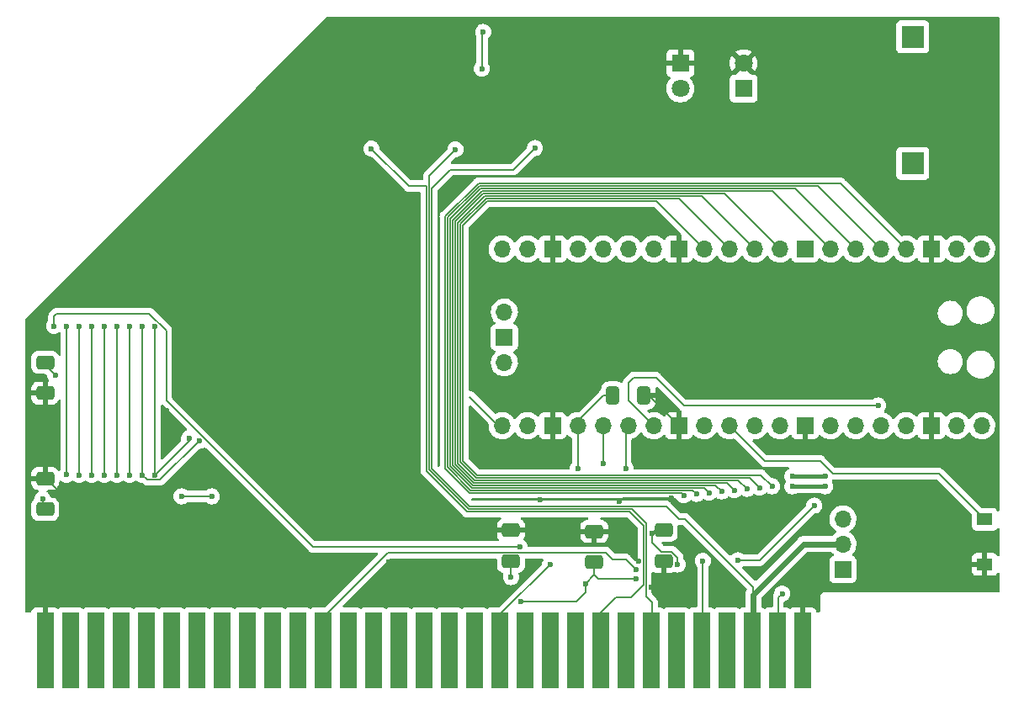
<source format=gbr>
%TF.GenerationSoftware,KiCad,Pcbnew,(6.0.5)*%
%TF.CreationDate,2023-03-31T09:48:09-05:00*%
%TF.ProjectId,ISA rev7,49534120-7265-4763-972e-6b696361645f,rev?*%
%TF.SameCoordinates,Original*%
%TF.FileFunction,Copper,L2,Bot*%
%TF.FilePolarity,Positive*%
%FSLAX46Y46*%
G04 Gerber Fmt 4.6, Leading zero omitted, Abs format (unit mm)*
G04 Created by KiCad (PCBNEW (6.0.5)) date 2023-03-31 09:48:09*
%MOMM*%
%LPD*%
G01*
G04 APERTURE LIST*
G04 Aperture macros list*
%AMRoundRect*
0 Rectangle with rounded corners*
0 $1 Rounding radius*
0 $2 $3 $4 $5 $6 $7 $8 $9 X,Y pos of 4 corners*
0 Add a 4 corners polygon primitive as box body*
4,1,4,$2,$3,$4,$5,$6,$7,$8,$9,$2,$3,0*
0 Add four circle primitives for the rounded corners*
1,1,$1+$1,$2,$3*
1,1,$1+$1,$4,$5*
1,1,$1+$1,$6,$7*
1,1,$1+$1,$8,$9*
0 Add four rect primitives between the rounded corners*
20,1,$1+$1,$2,$3,$4,$5,0*
20,1,$1+$1,$4,$5,$6,$7,0*
20,1,$1+$1,$6,$7,$8,$9,0*
20,1,$1+$1,$8,$9,$2,$3,0*%
G04 Aperture macros list end*
%TA.AperFunction,ComponentPad*%
%ADD10R,1.800000X1.800000*%
%TD*%
%TA.AperFunction,ComponentPad*%
%ADD11C,1.800000*%
%TD*%
%TA.AperFunction,ComponentPad*%
%ADD12R,2.300000X2.300000*%
%TD*%
%TA.AperFunction,ComponentPad*%
%ADD13R,1.700000X1.700000*%
%TD*%
%TA.AperFunction,ComponentPad*%
%ADD14O,1.700000X1.700000*%
%TD*%
%TA.AperFunction,ConnectorPad*%
%ADD15R,1.780000X7.620000*%
%TD*%
%TA.AperFunction,SMDPad,CuDef*%
%ADD16R,1.550000X1.300000*%
%TD*%
%TA.AperFunction,SMDPad,CuDef*%
%ADD17RoundRect,0.250000X0.650000X-0.412500X0.650000X0.412500X-0.650000X0.412500X-0.650000X-0.412500X0*%
%TD*%
%TA.AperFunction,SMDPad,CuDef*%
%ADD18RoundRect,0.250000X-0.650000X0.412500X-0.650000X-0.412500X0.650000X-0.412500X0.650000X0.412500X0*%
%TD*%
%TA.AperFunction,SMDPad,CuDef*%
%ADD19RoundRect,0.250000X0.412500X0.650000X-0.412500X0.650000X-0.412500X-0.650000X0.412500X-0.650000X0*%
%TD*%
%TA.AperFunction,ViaPad*%
%ADD20C,0.600000*%
%TD*%
%TA.AperFunction,Conductor*%
%ADD21C,0.127000*%
%TD*%
%TA.AperFunction,Conductor*%
%ADD22C,0.200000*%
%TD*%
%TA.AperFunction,Conductor*%
%ADD23C,0.400000*%
%TD*%
%TA.AperFunction,Conductor*%
%ADD24C,0.600000*%
%TD*%
G04 APERTURE END LIST*
D10*
%TO.P,D2,1,K*%
%TO.N,Net-(D2-Pad1)*%
X173644978Y-69956000D03*
D11*
%TO.P,D2,2,A*%
%TO.N,GND*%
X173644978Y-67416000D03*
%TD*%
D10*
%TO.P,D4,1,K*%
%TO.N,GND*%
X167289978Y-67406000D03*
D11*
%TO.P,D4,2,A*%
%TO.N,Net-(D4-Pad2)*%
X167289978Y-69946000D03*
%TD*%
D12*
%TO.P,J2,8*%
%TO.N,N/C*%
X190674000Y-77498000D03*
%TO.P,J2,9*%
X190674000Y-64758000D03*
%TD*%
D13*
%TO.P,J3,1,Pin_1*%
%TO.N,unconnected-(J3-Pad1)*%
X183642000Y-118349000D03*
D14*
%TO.P,J3,2,Pin_2*%
%TO.N,+5VL*%
X183642000Y-115809000D03*
%TO.P,J3,3,Pin_3*%
%TO.N,Net-(D7-Pad3)*%
X183642000Y-113269000D03*
%TD*%
%TO.P,U6,1,GPIO0*%
%TO.N,/I2C_SDA*%
X197612000Y-86106000D03*
%TO.P,U6,2,GPIO1*%
%TO.N,/I2C_SCL*%
X195072000Y-86106000D03*
D13*
%TO.P,U6,3,GND*%
%TO.N,GND*%
X192532000Y-86106000D03*
D14*
%TO.P,U6,4,GPIO2*%
%TO.N,/PD0*%
X189992000Y-86106000D03*
%TO.P,U6,5,GPIO3*%
%TO.N,/PD1*%
X187452000Y-86106000D03*
%TO.P,U6,6,GPIO4*%
%TO.N,/PD2*%
X184912000Y-86106000D03*
%TO.P,U6,7,GPIO5*%
%TO.N,/PD3*%
X182372000Y-86106000D03*
D13*
%TO.P,U6,8,GND*%
%TO.N,unconnected-(U6-Pad8)*%
X179832000Y-86106000D03*
D14*
%TO.P,U6,9,GPIO6*%
%TO.N,/PD4*%
X177292000Y-86106000D03*
%TO.P,U6,10,GPIO7*%
%TO.N,/PD5*%
X174752000Y-86106000D03*
%TO.P,U6,11,GPIO8*%
%TO.N,/PD6*%
X172212000Y-86106000D03*
%TO.P,U6,12,GPIO9*%
%TO.N,/PD7*%
X169672000Y-86106000D03*
D13*
%TO.P,U6,13,GND*%
%TO.N,GND*%
X167132000Y-86106000D03*
D14*
%TO.P,U6,14,GPIO10*%
%TO.N,/PA0*%
X164592000Y-86106000D03*
%TO.P,U6,15,GPIO11*%
%TO.N,/PA1*%
X162052000Y-86106000D03*
%TO.P,U6,16,GPIO12*%
%TO.N,/PA2*%
X159512000Y-86106000D03*
%TO.P,U6,17,GPIO13*%
%TO.N,/PA3*%
X156972000Y-86106000D03*
D13*
%TO.P,U6,18,GND*%
%TO.N,GND*%
X154432000Y-86106000D03*
D14*
%TO.P,U6,19,GPIO14*%
%TO.N,/PA4*%
X151892000Y-86106000D03*
%TO.P,U6,20,GPIO15*%
%TO.N,/PA5*%
X149352000Y-86106000D03*
%TO.P,U6,21,GPIO16*%
%TO.N,/PA6*%
X149352000Y-103886000D03*
%TO.P,U6,22,GPIO17*%
%TO.N,/PA7*%
X151892000Y-103886000D03*
D13*
%TO.P,U6,23,GND*%
%TO.N,GND*%
X154432000Y-103886000D03*
D14*
%TO.P,U6,24,GPIO18*%
%TO.N,/bus_ready*%
X156972000Y-103886000D03*
%TO.P,U6,25,GPIO19*%
%TO.N,/CE_Byte*%
X159512000Y-103886000D03*
%TO.P,U6,26,GPIO20*%
%TO.N,/ISA_Clk*%
X162052000Y-103886000D03*
%TO.P,U6,27,GPIO21*%
%TO.N,/remoteIRQ*%
X164592000Y-103886000D03*
D13*
%TO.P,U6,28,GND*%
%TO.N,GND*%
X167132000Y-103886000D03*
D14*
%TO.P,U6,29,GPIO22*%
%TO.N,/ISAreset*%
X169672000Y-103886000D03*
%TO.P,U6,30,RUN*%
%TO.N,/Pico_Reset*%
X172212000Y-103886000D03*
%TO.P,U6,31,GPIO26_ADC0*%
%TO.N,/-12Vmon*%
X174752000Y-103886000D03*
%TO.P,U6,32,GPIO27_ADC1*%
%TO.N,/+5Vmon*%
X177292000Y-103886000D03*
D13*
%TO.P,U6,33,AGND*%
%TO.N,GND*%
X179832000Y-103886000D03*
D14*
%TO.P,U6,34,GPIO28_ADC2*%
%TO.N,/+12Vmon*%
X182372000Y-103886000D03*
%TO.P,U6,35,ADC_VREF*%
%TO.N,unconnected-(U6-Pad35)*%
X184912000Y-103886000D03*
%TO.P,U6,36,3V3*%
%TO.N,+3V3*%
X187452000Y-103886000D03*
%TO.P,U6,37,3V3_EN*%
%TO.N,unconnected-(U6-Pad37)*%
X189992000Y-103886000D03*
D13*
%TO.P,U6,38,GND*%
%TO.N,GND*%
X192532000Y-103886000D03*
D14*
%TO.P,U6,39,VSYS*%
%TO.N,+5V*%
X195072000Y-103886000D03*
%TO.P,U6,40,VBUS*%
%TO.N,unconnected-(U6-Pad40)*%
X197612000Y-103886000D03*
%TO.P,U6,41,SWCLK*%
%TO.N,unconnected-(U6-Pad41)*%
X149582000Y-92456000D03*
D13*
%TO.P,U6,42,GND*%
%TO.N,unconnected-(U6-Pad42)*%
X149582000Y-94996000D03*
D14*
%TO.P,U6,43,SWDIO*%
%TO.N,unconnected-(U6-Pad43)*%
X149582000Y-97536000D03*
%TD*%
D15*
%TO.P,J1,1,GND*%
%TO.N,GND*%
X179583000Y-126492000D03*
%TO.P,J1,2,RESET*%
%TO.N,Net-(J1-Pad2)*%
X177043000Y-126492000D03*
%TO.P,J1,3,VCC*%
%TO.N,+5VL*%
X174503000Y-126492000D03*
%TO.P,J1,4,IRQ2*%
%TO.N,unconnected-(J1-Pad4)*%
X171963000Y-126492000D03*
%TO.P,J1,5,-5V*%
%TO.N,Net-(J1-Pad5)*%
X169423000Y-126492000D03*
%TO.P,J1,6,DRQ2*%
%TO.N,unconnected-(J1-Pad6)*%
X166883000Y-126492000D03*
%TO.P,J1,7,-12V*%
%TO.N,-12V*%
X164343000Y-126492000D03*
%TO.P,J1,8,UNUSED*%
%TO.N,unconnected-(J1-Pad8)*%
X161803000Y-126492000D03*
%TO.P,J1,9,+12V*%
%TO.N,+12V*%
X159263000Y-126492000D03*
%TO.P,J1,10,GND*%
%TO.N,unconnected-(J1-Pad10)*%
X156723000Y-126492000D03*
%TO.P,J1,11,~{SMEMW}*%
%TO.N,unconnected-(J1-Pad11)*%
X154183000Y-126492000D03*
%TO.P,J1,12,~{SMEMR}*%
%TO.N,unconnected-(J1-Pad12)*%
X151643000Y-126492000D03*
%TO.P,J1,13,~{IOW}*%
%TO.N,/IOW*%
X149103000Y-126492000D03*
%TO.P,J1,14,~{IOR}*%
%TO.N,unconnected-(J1-Pad14)*%
X146563000Y-126492000D03*
%TO.P,J1,15,~{DACK3}*%
%TO.N,unconnected-(J1-Pad15)*%
X144023000Y-126492000D03*
%TO.P,J1,16,DRQ3*%
%TO.N,unconnected-(J1-Pad16)*%
X141483000Y-126492000D03*
%TO.P,J1,17,~{DACK1}*%
%TO.N,unconnected-(J1-Pad17)*%
X138943000Y-126492000D03*
%TO.P,J1,18,DRQ1*%
%TO.N,unconnected-(J1-Pad18)*%
X136403000Y-126492000D03*
%TO.P,J1,19,~{DACK0}*%
%TO.N,unconnected-(J1-Pad19)*%
X133863000Y-126492000D03*
%TO.P,J1,20,CLK*%
%TO.N,Net-(J1-Pad20)*%
X131323000Y-126492000D03*
%TO.P,J1,21,IRQ7*%
%TO.N,unconnected-(J1-Pad21)*%
X128783000Y-126492000D03*
%TO.P,J1,22,IRQ6*%
%TO.N,unconnected-(J1-Pad22)*%
X126243000Y-126492000D03*
%TO.P,J1,23,IRQ5*%
%TO.N,unconnected-(J1-Pad23)*%
X123703000Y-126492000D03*
%TO.P,J1,24,IRQ4*%
%TO.N,unconnected-(J1-Pad24)*%
X121163000Y-126492000D03*
%TO.P,J1,25,IRQ3*%
%TO.N,unconnected-(J1-Pad25)*%
X118623000Y-126492000D03*
%TO.P,J1,26,~{DACK2}*%
%TO.N,unconnected-(J1-Pad26)*%
X116083000Y-126492000D03*
%TO.P,J1,27,TC*%
%TO.N,unconnected-(J1-Pad27)*%
X113543000Y-126492000D03*
%TO.P,J1,28,ALE*%
%TO.N,unconnected-(J1-Pad28)*%
X111003000Y-126492000D03*
%TO.P,J1,29,VCC*%
%TO.N,unconnected-(J1-Pad29)*%
X108463000Y-126492000D03*
%TO.P,J1,30,OSC*%
%TO.N,unconnected-(J1-Pad30)*%
X105923000Y-126492000D03*
%TO.P,J1,31,GND*%
%TO.N,GND*%
X103383000Y-126492000D03*
%TD*%
D16*
%TO.P,TP1,1,1*%
%TO.N,/Pico_Reset*%
X197929500Y-113320000D03*
%TO.P,TP1,2,2*%
%TO.N,GND*%
X197929500Y-117820000D03*
%TD*%
D17*
%TO.P,C3,1*%
%TO.N,GND*%
X165608000Y-117513500D03*
%TO.P,C3,2*%
%TO.N,+3V3*%
X165608000Y-114388500D03*
%TD*%
%TO.P,C4,1*%
%TO.N,GND*%
X103373000Y-100622500D03*
%TO.P,C4,2*%
%TO.N,+3V3*%
X103373000Y-97497500D03*
%TD*%
D18*
%TO.P,C6,1*%
%TO.N,GND*%
X158623000Y-114515500D03*
%TO.P,C6,2*%
%TO.N,+3V3*%
X158623000Y-117640500D03*
%TD*%
%TO.P,C1,1*%
%TO.N,GND*%
X150241000Y-114388500D03*
%TO.P,C1,2*%
%TO.N,+3V3*%
X150241000Y-117513500D03*
%TD*%
D19*
%TO.P,C7,1*%
%TO.N,GND*%
X163614500Y-100838000D03*
%TO.P,C7,2*%
%TO.N,/bus_ready*%
X160489500Y-100838000D03*
%TD*%
D18*
%TO.P,C5,1*%
%TO.N,GND*%
X103373000Y-109181500D03*
%TO.P,C5,2*%
%TO.N,+3V3*%
X103373000Y-112306500D03*
%TD*%
D20*
%TO.N,GND*%
X145923000Y-70739000D03*
X154178000Y-114935000D03*
X177927000Y-121920000D03*
X163068000Y-117475000D03*
X164338000Y-120142000D03*
X153212800Y-111353600D03*
X116205000Y-103505000D03*
X133538000Y-113350000D03*
X190246000Y-67310000D03*
X138049000Y-69723000D03*
X170230800Y-114401600D03*
X115570000Y-114427000D03*
X153924000Y-70612000D03*
X167538400Y-114401600D03*
X190246000Y-72390000D03*
X171246800Y-115417600D03*
X162560000Y-114173000D03*
X115570000Y-102362000D03*
X168554400Y-115417600D03*
X190246000Y-74930000D03*
X166370000Y-111125000D03*
X117602000Y-102108000D03*
X137922000Y-117602000D03*
X135636000Y-117602000D03*
X161163000Y-111506000D03*
%TO.N,+3V3*%
X178562000Y-109982000D03*
X104394000Y-98806000D03*
X103124000Y-111252000D03*
X181864000Y-108966000D03*
X150241000Y-119126000D03*
X157734000Y-119761000D03*
X181864000Y-109982000D03*
X162814000Y-119253000D03*
X147320000Y-67945000D03*
X151257000Y-121539000D03*
X167005000Y-117856000D03*
X147447000Y-64262000D03*
X178562000Y-108966000D03*
X164465000Y-114681000D03*
%TO.N,Net-(J1-Pad2)*%
X177546000Y-120777000D03*
%TO.N,Net-(J1-Pad5)*%
X173056430Y-117430430D03*
X180756011Y-111922011D03*
X169545000Y-117475000D03*
%TO.N,+5VL*%
X152654000Y-75946000D03*
%TO.N,/IOW*%
X154178000Y-117856000D03*
%TO.N,-12V*%
X144653000Y-76073000D03*
%TO.N,+12V*%
X136207500Y-76009500D03*
%TO.N,Net-(J1-Pad20)*%
X162814000Y-118364000D03*
%TO.N,/ISA_Clk*%
X161798000Y-108204000D03*
%TO.N,/bus_ready*%
X156972000Y-108204000D03*
%TO.N,/CE_Byte*%
X159512000Y-107696000D03*
X117094000Y-110998000D03*
X120142000Y-110998000D03*
%TO.N,/PD7*%
X176530000Y-109982000D03*
%TO.N,/PD6*%
X175260000Y-110109000D03*
%TO.N,/PD5*%
X173990000Y-110236000D03*
%TO.N,/PD4*%
X172720000Y-110363000D03*
%TO.N,/PD3*%
X171450000Y-110490000D03*
%TO.N,/PD2*%
X170180000Y-110617000D03*
%TO.N,/PD1*%
X168910000Y-110744000D03*
%TO.N,/PD0*%
X167640000Y-110871000D03*
%TO.N,/PA7*%
X114427000Y-93853000D03*
X117856000Y-105156000D03*
X114427000Y-108839000D03*
%TO.N,/PA6*%
X118872000Y-105410000D03*
X113157000Y-108839000D03*
X113157000Y-93853000D03*
%TO.N,/PA5*%
X111882000Y-93858000D03*
X111887000Y-108839000D03*
%TO.N,/PA4*%
X110617000Y-108839000D03*
X110617000Y-93853000D03*
%TO.N,/PA3*%
X109347000Y-108839000D03*
X109347000Y-93853000D03*
%TO.N,/PA2*%
X108077000Y-108839000D03*
X108077000Y-93853000D03*
%TO.N,/PA1*%
X106807000Y-108839000D03*
X106807000Y-93853000D03*
%TO.N,/PA0*%
X105532000Y-108834000D03*
X105537000Y-93853000D03*
%TO.N,Net-(U1-Pad4)*%
X104267000Y-93853000D03*
X151130000Y-116078000D03*
%TO.N,/remoteIRQ*%
X187198000Y-101854000D03*
%TD*%
D21*
%TO.N,GND*%
X163614500Y-100838000D02*
X164084000Y-100838000D01*
D22*
X104965500Y-110680500D02*
X105029000Y-110744000D01*
X103466500Y-109181500D02*
X104965500Y-110680500D01*
D21*
X161544000Y-111125000D02*
X161163000Y-111506000D01*
D22*
X103373000Y-109181500D02*
X103466500Y-109181500D01*
D21*
X164084000Y-100838000D02*
X167132000Y-103886000D01*
X166370000Y-111125000D02*
X161544000Y-111125000D01*
D22*
%TO.N,+3V3*%
X147320000Y-64389000D02*
X147447000Y-64262000D01*
X158623000Y-118872000D02*
X159004000Y-119253000D01*
X147320000Y-67945000D02*
X147320000Y-64389000D01*
X103124000Y-112057500D02*
X103373000Y-112306500D01*
X156845000Y-121539000D02*
X157734000Y-120650000D01*
X164757500Y-114388500D02*
X164465000Y-114681000D01*
D23*
X178562000Y-109982000D02*
X181864000Y-109982000D01*
D22*
X165371400Y-116586000D02*
X164465000Y-115679600D01*
X167005000Y-117856000D02*
X167005000Y-117174099D01*
X164465000Y-115679600D02*
X164465000Y-114681000D01*
X159004000Y-119253000D02*
X162814000Y-119253000D01*
X103124000Y-111252000D02*
X103124000Y-112057500D01*
X157734000Y-120650000D02*
X157734000Y-119761000D01*
X103373000Y-97785000D02*
X104394000Y-98806000D01*
D23*
X181864000Y-108966000D02*
X178562000Y-108966000D01*
D22*
X158623000Y-118872000D02*
X158623000Y-117640500D01*
X167005000Y-117174099D02*
X166416901Y-116586000D01*
D21*
X150241000Y-119126000D02*
X150241000Y-117513500D01*
D22*
X165608000Y-114388500D02*
X164757500Y-114388500D01*
X157734000Y-119761000D02*
X158623000Y-118872000D01*
X166416901Y-116586000D02*
X165371400Y-116586000D01*
X151257000Y-121539000D02*
X156845000Y-121539000D01*
D21*
X103373000Y-97497500D02*
X103373000Y-97785000D01*
%TO.N,Net-(J1-Pad2)*%
X177170000Y-121153000D02*
X177170000Y-126492000D01*
X177546000Y-120777000D02*
X177170000Y-121153000D01*
%TO.N,Net-(J1-Pad5)*%
X180756011Y-111922011D02*
X175247592Y-117430430D01*
X169550000Y-117480000D02*
X169550000Y-126492000D01*
X175247592Y-117430430D02*
X173056430Y-117430430D01*
X169545000Y-117475000D02*
X169550000Y-117480000D01*
D24*
%TO.N,+5VL*%
X174630000Y-120870978D02*
X174630000Y-126492000D01*
D21*
X142240480Y-108204480D02*
X142240480Y-80010480D01*
X150494520Y-78105480D02*
X152654000Y-75946000D01*
X174630000Y-120870978D02*
X174630000Y-120136022D01*
D24*
X179691978Y-115809000D02*
X183642000Y-115809000D01*
D21*
X144145480Y-78105480D02*
X150494520Y-78105480D01*
X167777978Y-113284000D02*
X167132000Y-113284000D01*
X146050480Y-112014480D02*
X146050960Y-112014000D01*
X167132000Y-113284000D02*
X165862480Y-112014480D01*
D24*
X174630000Y-120870978D02*
X179691978Y-115809000D01*
D21*
X146050480Y-112014480D02*
X142240480Y-108204480D01*
X165862480Y-112014480D02*
X146050480Y-112014480D01*
X174630000Y-120136022D02*
X167777978Y-113284000D01*
X142240480Y-80010480D02*
X144145480Y-78105480D01*
%TO.N,/IOW*%
X149230000Y-122804000D02*
X149230000Y-126492000D01*
X154178000Y-117856000D02*
X149230000Y-122804000D01*
%TO.N,-12V*%
X141986480Y-108309012D02*
X141986480Y-78739520D01*
X162433000Y-112268000D02*
X145945468Y-112268000D01*
X163830000Y-121031000D02*
X163830000Y-113665000D01*
X164470000Y-121671000D02*
X163830000Y-121031000D01*
X164470000Y-126492000D02*
X164470000Y-121671000D01*
X163830000Y-113665000D02*
X162433000Y-112268000D01*
X145945468Y-112268000D02*
X145870734Y-112193266D01*
X145945948Y-112268480D02*
X145870734Y-112193266D01*
X141986480Y-78739520D02*
X144653000Y-76073000D01*
X145870734Y-112193266D02*
X141986480Y-108309012D01*
%TO.N,+12V*%
X159263000Y-122677000D02*
X159263000Y-126492000D01*
X163576480Y-119887520D02*
X163576480Y-113919480D01*
X145796000Y-112522000D02*
X162179000Y-112522000D01*
X159263000Y-122677000D02*
X160782000Y-121158000D01*
X162242500Y-112585500D02*
X162178520Y-112521520D01*
X162179000Y-112522000D02*
X162242500Y-112585500D01*
X141732960Y-79756000D02*
X139954000Y-79756000D01*
X141732960Y-108458960D02*
X141732960Y-79756000D01*
X163576480Y-113919480D02*
X162242500Y-112585500D01*
X139954000Y-79756000D02*
X136207500Y-76009500D01*
X145796000Y-112522000D02*
X141732960Y-108458960D01*
X162306000Y-121158000D02*
X163576480Y-119887520D01*
X160782000Y-121158000D02*
X162306000Y-121158000D01*
%TO.N,Net-(J1-Pad20)*%
X137847020Y-116660980D02*
X159818020Y-116660980D01*
X159818020Y-116660980D02*
X160505040Y-117348000D01*
X131323000Y-123185000D02*
X137847020Y-116660980D01*
X160505040Y-117348000D02*
X161798000Y-117348000D01*
X161798000Y-117348000D02*
X162814000Y-118364000D01*
%TO.N,/ISA_Clk*%
X161798000Y-108204000D02*
X161798000Y-104140000D01*
X161798000Y-104140000D02*
X162052000Y-103886000D01*
%TO.N,/bus_ready*%
X159512000Y-100838000D02*
X156972000Y-103378000D01*
X160489500Y-100838000D02*
X159512000Y-100838000D01*
X156972000Y-108204000D02*
X156972000Y-103886000D01*
X156972000Y-103378000D02*
X156972000Y-103886000D01*
%TO.N,/CE_Byte*%
X159512000Y-107696000D02*
X159512000Y-103886000D01*
X117094000Y-110998000D02*
X120142000Y-110998000D01*
%TO.N,/PD7*%
X176530000Y-109982000D02*
X175387000Y-108839000D01*
X146812480Y-108839480D02*
X145415480Y-107442480D01*
X175387480Y-108839480D02*
X175514000Y-108966000D01*
X164845520Y-81279520D02*
X165100000Y-81534000D01*
X145415480Y-107442480D02*
X145415480Y-83693480D01*
X146812480Y-108839480D02*
X175387480Y-108839480D01*
X147828960Y-81280000D02*
X164846000Y-81280000D01*
X165100000Y-81534000D02*
X169672000Y-86106000D01*
X145415480Y-83693480D02*
X147828960Y-81280000D01*
X164846000Y-81280000D02*
X165100000Y-81534000D01*
%TO.N,/PD6*%
X172212000Y-86106000D02*
X167132000Y-81026000D01*
X174244000Y-109093000D02*
X146707470Y-109093000D01*
X175260000Y-110109000D02*
X174244000Y-109093000D01*
X167132000Y-81026000D02*
X147724428Y-81026000D01*
X146707470Y-109093000D02*
X146569235Y-108954765D01*
X145161960Y-83588468D02*
X145161960Y-107547491D01*
X145161960Y-107547491D02*
X146569235Y-108954765D01*
X146569235Y-108954765D02*
X146707949Y-109093480D01*
X147724428Y-81026000D02*
X145161960Y-83588468D01*
%TO.N,/PD5*%
X147320480Y-81026480D02*
X147574000Y-80772960D01*
X147574480Y-80772480D02*
X147574000Y-80772000D01*
X169418480Y-80772480D02*
X147574480Y-80772480D01*
X144908440Y-107652502D02*
X144908440Y-83438520D01*
X147320480Y-81025520D02*
X147320480Y-81026480D01*
X146603418Y-109347480D02*
X173100520Y-109347480D01*
X169418480Y-80772480D02*
X174752000Y-86106000D01*
X173100520Y-109347480D02*
X173101000Y-109347000D01*
X173990000Y-110236000D02*
X173101000Y-109347000D01*
X146603418Y-109347480D02*
X144908440Y-107652502D01*
X144908440Y-83438520D02*
X147320480Y-81026480D01*
X147574000Y-80772000D02*
X147320480Y-81025520D01*
%TO.N,/PD4*%
X144654920Y-83311040D02*
X144654920Y-107757513D01*
X144654920Y-107757513D02*
X146499367Y-109601960D01*
X171704000Y-80518000D02*
X147447960Y-80518000D01*
X146499847Y-109601480D02*
X146499367Y-109601960D01*
X171958480Y-109601480D02*
X146499847Y-109601480D01*
X147447960Y-80518000D02*
X144654920Y-83311040D01*
X172720000Y-110363000D02*
X171958480Y-109601480D01*
X177292000Y-86106000D02*
X171704000Y-80518000D01*
%TO.N,/PD3*%
X146394355Y-109855480D02*
X170111461Y-109855480D01*
X144401400Y-107862524D02*
X144401400Y-83206028D01*
X144401400Y-83206028D02*
X147342948Y-80264480D01*
X176530000Y-80264000D02*
X147594548Y-80264000D01*
X176530000Y-80264000D02*
X182372000Y-86106000D01*
X147594068Y-80264480D02*
X147342948Y-80264480D01*
X170111941Y-109855000D02*
X170815000Y-109855000D01*
X170111461Y-109855480D02*
X170111941Y-109855000D01*
X146394355Y-109855480D02*
X144401400Y-107862524D01*
X147594548Y-80264000D02*
X147594068Y-80264480D01*
X171450000Y-110490000D02*
X170815000Y-109855000D01*
%TO.N,/PD2*%
X144147880Y-83056080D02*
X144147880Y-107967535D01*
X146106173Y-109925827D02*
X146289825Y-110109480D01*
X170180000Y-110617000D02*
X169672000Y-110109000D01*
X178816000Y-80010000D02*
X147193960Y-80010000D01*
X147193960Y-80010000D02*
X144147880Y-83056080D01*
X146289346Y-110109000D02*
X146106173Y-109925827D01*
X184912000Y-86106000D02*
X178816000Y-80010000D01*
X169672000Y-110109000D02*
X146289346Y-110109000D01*
X144147880Y-107967535D02*
X146106173Y-109925827D01*
%TO.N,/PD1*%
X146185294Y-110363480D02*
X143894360Y-108072546D01*
X146812480Y-80010480D02*
X147065520Y-79757440D01*
X146185774Y-110363000D02*
X168529000Y-110363000D01*
X146185294Y-110363480D02*
X146185774Y-110363000D01*
X143894360Y-108072546D02*
X143894360Y-82928600D01*
X147066961Y-79756000D02*
X146812480Y-80010480D01*
X187452000Y-86106000D02*
X181102000Y-79756000D01*
X181102000Y-79756000D02*
X147066961Y-79756000D01*
X168910000Y-110744000D02*
X168529000Y-110363000D01*
X143894360Y-82928600D02*
X146812480Y-80010480D01*
%TO.N,/PD0*%
X167385040Y-110617000D02*
X167385520Y-110616520D01*
X146887215Y-79577215D02*
X146960509Y-79503920D01*
X143640840Y-82823589D02*
X146887215Y-79577215D01*
X143640840Y-108177557D02*
X143640840Y-82823589D01*
X146961950Y-79502480D02*
X146887215Y-79577215D01*
X183388480Y-79502480D02*
X146961950Y-79502480D01*
X189992000Y-86106000D02*
X183388480Y-79502480D01*
X146080282Y-110617000D02*
X167385040Y-110617000D01*
X167640000Y-110871000D02*
X167385520Y-110616520D01*
X146080282Y-110617000D02*
X143640840Y-108177557D01*
%TO.N,/PA7*%
X114427000Y-93853000D02*
X114427000Y-108839000D01*
X114427000Y-108839000D02*
X117856000Y-105410000D01*
X117856000Y-105410000D02*
X117856000Y-105156000D01*
%TO.N,/PA6*%
X148882500Y-103759000D02*
X149352000Y-103759000D01*
X146088500Y-100965000D02*
X148882500Y-103759000D01*
X113157000Y-108839000D02*
X113647011Y-109329011D01*
X113647011Y-109329011D02*
X114952989Y-109329011D01*
X114952989Y-109329011D02*
X118872000Y-105410000D01*
X113157000Y-93853000D02*
X113157000Y-108839000D01*
%TO.N,/PA5*%
X111887000Y-93863000D02*
X111887000Y-108839000D01*
X111882000Y-93858000D02*
X111887000Y-93863000D01*
%TO.N,/PA4*%
X110617000Y-108839000D02*
X110617000Y-93853000D01*
X151892000Y-85979000D02*
X151892000Y-85471000D01*
%TO.N,/PA3*%
X109347000Y-108839000D02*
X109347000Y-93853000D01*
%TO.N,/PA2*%
X108077000Y-93853000D02*
X108077000Y-108839000D01*
%TO.N,/PA1*%
X106807000Y-108839000D02*
X106807000Y-93853000D01*
%TO.N,/PA0*%
X105537000Y-108829000D02*
X105532000Y-108834000D01*
X105537000Y-93853000D02*
X105537000Y-108829000D01*
%TO.N,/Pico_Reset*%
X172212000Y-103886000D02*
X175768000Y-107442000D01*
X175768000Y-107442000D02*
X181356000Y-107442000D01*
X181356000Y-107442000D02*
X182626000Y-108712000D01*
X193321500Y-108712000D02*
X197929500Y-113320000D01*
X182626000Y-108712000D02*
X193321500Y-108712000D01*
%TO.N,Net-(U1-Pad4)*%
X104267000Y-93853000D02*
X104267000Y-92837000D01*
X104521000Y-92583000D02*
X113849981Y-92583000D01*
X104267000Y-92837000D02*
X104521000Y-92583000D01*
X113849981Y-92583000D02*
X115570000Y-94303019D01*
X130302000Y-116078000D02*
X151130000Y-116078000D01*
X115570000Y-101346000D02*
X130302000Y-116078000D01*
X115570000Y-94303019D02*
X115570000Y-101346000D01*
%TO.N,/remoteIRQ*%
X187198000Y-101854000D02*
X167640000Y-101854000D01*
X162052000Y-101346000D02*
X164592000Y-103886000D01*
X164846000Y-99060000D02*
X162560000Y-99060000D01*
X162560000Y-99060000D02*
X162052000Y-99568000D01*
X167640000Y-101854000D02*
X164846000Y-99060000D01*
X162052000Y-99568000D02*
X162052000Y-101346000D01*
%TD*%
%TA.AperFunction,Conductor*%
%TO.N,GND*%
G36*
X199106018Y-62740000D02*
G01*
X199120852Y-62742310D01*
X199120855Y-62742310D01*
X199129724Y-62743691D01*
X199139659Y-62742392D01*
X199140746Y-62742250D01*
X199169431Y-62741793D01*
X199242741Y-62749013D01*
X199272212Y-62751916D01*
X199296422Y-62756730D01*
X199300563Y-62757986D01*
X199359947Y-62796893D01*
X199388871Y-62861731D01*
X199390000Y-62878564D01*
X199390000Y-112362450D01*
X199369998Y-112430571D01*
X199316342Y-112477064D01*
X199246068Y-112487168D01*
X199181488Y-112457674D01*
X199156298Y-112426451D01*
X199155115Y-112423295D01*
X199149735Y-112416116D01*
X199149733Y-112416113D01*
X199073142Y-112313919D01*
X199067761Y-112306739D01*
X198951205Y-112219385D01*
X198814816Y-112168255D01*
X198752634Y-112161500D01*
X197632120Y-112161500D01*
X197563999Y-112141498D01*
X197543025Y-112124595D01*
X193758316Y-108339886D01*
X193747449Y-108327495D01*
X193734484Y-108310598D01*
X193734481Y-108310595D01*
X193729455Y-108304045D01*
X193695198Y-108277758D01*
X193609968Y-108212359D01*
X193470822Y-108154723D01*
X193440125Y-108150682D01*
X193359003Y-108140001D01*
X193358994Y-108140000D01*
X193358991Y-108140000D01*
X193358979Y-108139999D01*
X193329689Y-108136143D01*
X193329688Y-108136143D01*
X193321500Y-108135065D01*
X193313312Y-108136143D01*
X193313311Y-108136143D01*
X193292202Y-108138922D01*
X193275756Y-108140000D01*
X182915120Y-108140000D01*
X182846999Y-108119998D01*
X182826025Y-108103095D01*
X181792816Y-107069886D01*
X181781949Y-107057495D01*
X181768981Y-107040595D01*
X181763955Y-107034045D01*
X181673619Y-106964727D01*
X181644468Y-106942359D01*
X181505322Y-106884723D01*
X181474625Y-106880682D01*
X181393503Y-106870001D01*
X181393494Y-106870000D01*
X181393491Y-106870000D01*
X181393479Y-106869999D01*
X181364189Y-106866143D01*
X181364188Y-106866143D01*
X181356000Y-106865065D01*
X181347812Y-106866143D01*
X181347811Y-106866143D01*
X181326702Y-106868922D01*
X181310256Y-106870000D01*
X176057121Y-106870000D01*
X175989000Y-106849998D01*
X175968026Y-106833095D01*
X175282271Y-106147340D01*
X174593033Y-105458103D01*
X174559008Y-105395791D01*
X174564072Y-105324976D01*
X174606619Y-105268140D01*
X174673139Y-105243329D01*
X174686745Y-105243093D01*
X174808673Y-105247564D01*
X174808677Y-105247564D01*
X174813837Y-105247753D01*
X174818957Y-105247097D01*
X174818959Y-105247097D01*
X175030288Y-105220025D01*
X175030289Y-105220025D01*
X175035416Y-105219368D01*
X175040366Y-105217883D01*
X175244429Y-105156661D01*
X175244434Y-105156659D01*
X175249384Y-105155174D01*
X175449994Y-105056896D01*
X175631860Y-104927173D01*
X175790096Y-104769489D01*
X175849594Y-104686689D01*
X175920453Y-104588077D01*
X175921776Y-104589028D01*
X175968645Y-104545857D01*
X176038580Y-104533625D01*
X176104026Y-104561144D01*
X176131875Y-104592994D01*
X176191987Y-104691088D01*
X176338250Y-104859938D01*
X176510126Y-105002632D01*
X176703000Y-105115338D01*
X176707825Y-105117180D01*
X176707826Y-105117181D01*
X176720001Y-105121830D01*
X176911692Y-105195030D01*
X176916760Y-105196061D01*
X176916763Y-105196062D01*
X177019495Y-105216963D01*
X177130597Y-105239567D01*
X177135772Y-105239757D01*
X177135774Y-105239757D01*
X177348673Y-105247564D01*
X177348677Y-105247564D01*
X177353837Y-105247753D01*
X177358957Y-105247097D01*
X177358959Y-105247097D01*
X177570288Y-105220025D01*
X177570289Y-105220025D01*
X177575416Y-105219368D01*
X177580366Y-105217883D01*
X177784429Y-105156661D01*
X177784434Y-105156659D01*
X177789384Y-105155174D01*
X177989994Y-105056896D01*
X178171860Y-104927173D01*
X178239331Y-104859938D01*
X178280479Y-104818933D01*
X178342851Y-104785017D01*
X178413658Y-104790205D01*
X178470419Y-104832851D01*
X178487401Y-104863954D01*
X178528676Y-104974054D01*
X178537214Y-104989649D01*
X178613715Y-105091724D01*
X178626276Y-105104285D01*
X178728351Y-105180786D01*
X178743946Y-105189324D01*
X178864394Y-105234478D01*
X178879649Y-105238105D01*
X178930514Y-105243631D01*
X178937328Y-105244000D01*
X179559885Y-105244000D01*
X179575124Y-105239525D01*
X179576329Y-105238135D01*
X179578000Y-105230452D01*
X179578000Y-103758000D01*
X179598002Y-103689879D01*
X179651658Y-103643386D01*
X179704000Y-103632000D01*
X179960000Y-103632000D01*
X180028121Y-103652002D01*
X180074614Y-103705658D01*
X180086000Y-103758000D01*
X180086000Y-105225884D01*
X180090475Y-105241123D01*
X180091865Y-105242328D01*
X180099548Y-105243999D01*
X180726669Y-105243999D01*
X180733490Y-105243629D01*
X180784352Y-105238105D01*
X180799604Y-105234479D01*
X180920054Y-105189324D01*
X180935649Y-105180786D01*
X181037724Y-105104285D01*
X181050285Y-105091724D01*
X181126786Y-104989649D01*
X181135324Y-104974054D01*
X181176225Y-104864952D01*
X181218867Y-104808188D01*
X181285428Y-104783488D01*
X181354777Y-104798696D01*
X181389444Y-104826684D01*
X181414865Y-104856031D01*
X181414869Y-104856035D01*
X181418250Y-104859938D01*
X181590126Y-105002632D01*
X181783000Y-105115338D01*
X181787825Y-105117180D01*
X181787826Y-105117181D01*
X181800001Y-105121830D01*
X181991692Y-105195030D01*
X181996760Y-105196061D01*
X181996763Y-105196062D01*
X182099495Y-105216963D01*
X182210597Y-105239567D01*
X182215772Y-105239757D01*
X182215774Y-105239757D01*
X182428673Y-105247564D01*
X182428677Y-105247564D01*
X182433837Y-105247753D01*
X182438957Y-105247097D01*
X182438959Y-105247097D01*
X182650288Y-105220025D01*
X182650289Y-105220025D01*
X182655416Y-105219368D01*
X182660366Y-105217883D01*
X182864429Y-105156661D01*
X182864434Y-105156659D01*
X182869384Y-105155174D01*
X183069994Y-105056896D01*
X183251860Y-104927173D01*
X183410096Y-104769489D01*
X183469594Y-104686689D01*
X183540453Y-104588077D01*
X183541776Y-104589028D01*
X183588645Y-104545857D01*
X183658580Y-104533625D01*
X183724026Y-104561144D01*
X183751875Y-104592994D01*
X183811987Y-104691088D01*
X183958250Y-104859938D01*
X184130126Y-105002632D01*
X184323000Y-105115338D01*
X184327825Y-105117180D01*
X184327826Y-105117181D01*
X184340001Y-105121830D01*
X184531692Y-105195030D01*
X184536760Y-105196061D01*
X184536763Y-105196062D01*
X184639495Y-105216963D01*
X184750597Y-105239567D01*
X184755772Y-105239757D01*
X184755774Y-105239757D01*
X184968673Y-105247564D01*
X184968677Y-105247564D01*
X184973837Y-105247753D01*
X184978957Y-105247097D01*
X184978959Y-105247097D01*
X185190288Y-105220025D01*
X185190289Y-105220025D01*
X185195416Y-105219368D01*
X185200366Y-105217883D01*
X185404429Y-105156661D01*
X185404434Y-105156659D01*
X185409384Y-105155174D01*
X185609994Y-105056896D01*
X185791860Y-104927173D01*
X185950096Y-104769489D01*
X186009594Y-104686689D01*
X186080453Y-104588077D01*
X186081776Y-104589028D01*
X186128645Y-104545857D01*
X186198580Y-104533625D01*
X186264026Y-104561144D01*
X186291875Y-104592994D01*
X186351987Y-104691088D01*
X186498250Y-104859938D01*
X186670126Y-105002632D01*
X186863000Y-105115338D01*
X186867825Y-105117180D01*
X186867826Y-105117181D01*
X186880001Y-105121830D01*
X187071692Y-105195030D01*
X187076760Y-105196061D01*
X187076763Y-105196062D01*
X187179495Y-105216963D01*
X187290597Y-105239567D01*
X187295772Y-105239757D01*
X187295774Y-105239757D01*
X187508673Y-105247564D01*
X187508677Y-105247564D01*
X187513837Y-105247753D01*
X187518957Y-105247097D01*
X187518959Y-105247097D01*
X187730288Y-105220025D01*
X187730289Y-105220025D01*
X187735416Y-105219368D01*
X187740366Y-105217883D01*
X187944429Y-105156661D01*
X187944434Y-105156659D01*
X187949384Y-105155174D01*
X188149994Y-105056896D01*
X188331860Y-104927173D01*
X188490096Y-104769489D01*
X188549594Y-104686689D01*
X188620453Y-104588077D01*
X188621776Y-104589028D01*
X188668645Y-104545857D01*
X188738580Y-104533625D01*
X188804026Y-104561144D01*
X188831875Y-104592994D01*
X188891987Y-104691088D01*
X189038250Y-104859938D01*
X189210126Y-105002632D01*
X189403000Y-105115338D01*
X189407825Y-105117180D01*
X189407826Y-105117181D01*
X189420001Y-105121830D01*
X189611692Y-105195030D01*
X189616760Y-105196061D01*
X189616763Y-105196062D01*
X189719495Y-105216963D01*
X189830597Y-105239567D01*
X189835772Y-105239757D01*
X189835774Y-105239757D01*
X190048673Y-105247564D01*
X190048677Y-105247564D01*
X190053837Y-105247753D01*
X190058957Y-105247097D01*
X190058959Y-105247097D01*
X190270288Y-105220025D01*
X190270289Y-105220025D01*
X190275416Y-105219368D01*
X190280366Y-105217883D01*
X190484429Y-105156661D01*
X190484434Y-105156659D01*
X190489384Y-105155174D01*
X190689994Y-105056896D01*
X190871860Y-104927173D01*
X190939331Y-104859938D01*
X190980479Y-104818933D01*
X191042851Y-104785017D01*
X191113658Y-104790205D01*
X191170419Y-104832851D01*
X191187401Y-104863954D01*
X191228676Y-104974054D01*
X191237214Y-104989649D01*
X191313715Y-105091724D01*
X191326276Y-105104285D01*
X191428351Y-105180786D01*
X191443946Y-105189324D01*
X191564394Y-105234478D01*
X191579649Y-105238105D01*
X191630514Y-105243631D01*
X191637328Y-105244000D01*
X192259885Y-105244000D01*
X192275124Y-105239525D01*
X192276329Y-105238135D01*
X192278000Y-105230452D01*
X192278000Y-105225884D01*
X192786000Y-105225884D01*
X192790475Y-105241123D01*
X192791865Y-105242328D01*
X192799548Y-105243999D01*
X193426669Y-105243999D01*
X193433490Y-105243629D01*
X193484352Y-105238105D01*
X193499604Y-105234479D01*
X193620054Y-105189324D01*
X193635649Y-105180786D01*
X193737724Y-105104285D01*
X193750285Y-105091724D01*
X193826786Y-104989649D01*
X193835324Y-104974054D01*
X193876225Y-104864952D01*
X193918867Y-104808188D01*
X193985428Y-104783488D01*
X194054777Y-104798696D01*
X194089444Y-104826684D01*
X194114865Y-104856031D01*
X194114869Y-104856035D01*
X194118250Y-104859938D01*
X194290126Y-105002632D01*
X194483000Y-105115338D01*
X194487825Y-105117180D01*
X194487826Y-105117181D01*
X194500001Y-105121830D01*
X194691692Y-105195030D01*
X194696760Y-105196061D01*
X194696763Y-105196062D01*
X194799495Y-105216963D01*
X194910597Y-105239567D01*
X194915772Y-105239757D01*
X194915774Y-105239757D01*
X195128673Y-105247564D01*
X195128677Y-105247564D01*
X195133837Y-105247753D01*
X195138957Y-105247097D01*
X195138959Y-105247097D01*
X195350288Y-105220025D01*
X195350289Y-105220025D01*
X195355416Y-105219368D01*
X195360366Y-105217883D01*
X195564429Y-105156661D01*
X195564434Y-105156659D01*
X195569384Y-105155174D01*
X195769994Y-105056896D01*
X195951860Y-104927173D01*
X196110096Y-104769489D01*
X196169594Y-104686689D01*
X196240453Y-104588077D01*
X196241776Y-104589028D01*
X196288645Y-104545857D01*
X196358580Y-104533625D01*
X196424026Y-104561144D01*
X196451875Y-104592994D01*
X196511987Y-104691088D01*
X196658250Y-104859938D01*
X196830126Y-105002632D01*
X197023000Y-105115338D01*
X197027825Y-105117180D01*
X197027826Y-105117181D01*
X197040001Y-105121830D01*
X197231692Y-105195030D01*
X197236760Y-105196061D01*
X197236763Y-105196062D01*
X197339495Y-105216963D01*
X197450597Y-105239567D01*
X197455772Y-105239757D01*
X197455774Y-105239757D01*
X197668673Y-105247564D01*
X197668677Y-105247564D01*
X197673837Y-105247753D01*
X197678957Y-105247097D01*
X197678959Y-105247097D01*
X197890288Y-105220025D01*
X197890289Y-105220025D01*
X197895416Y-105219368D01*
X197900366Y-105217883D01*
X198104429Y-105156661D01*
X198104434Y-105156659D01*
X198109384Y-105155174D01*
X198309994Y-105056896D01*
X198491860Y-104927173D01*
X198650096Y-104769489D01*
X198709594Y-104686689D01*
X198777435Y-104592277D01*
X198780453Y-104588077D01*
X198801320Y-104545857D01*
X198877136Y-104392453D01*
X198877137Y-104392451D01*
X198879430Y-104387811D01*
X198944370Y-104174069D01*
X198973529Y-103952590D01*
X198975156Y-103886000D01*
X198956852Y-103663361D01*
X198902431Y-103446702D01*
X198813354Y-103241840D01*
X198692014Y-103054277D01*
X198541670Y-102889051D01*
X198537619Y-102885852D01*
X198537615Y-102885848D01*
X198370414Y-102753800D01*
X198370410Y-102753798D01*
X198366359Y-102750598D01*
X198170789Y-102642638D01*
X198165920Y-102640914D01*
X198165916Y-102640912D01*
X197965087Y-102569795D01*
X197965083Y-102569794D01*
X197960212Y-102568069D01*
X197955119Y-102567162D01*
X197955116Y-102567161D01*
X197745373Y-102529800D01*
X197745367Y-102529799D01*
X197740284Y-102528894D01*
X197666452Y-102527992D01*
X197522081Y-102526228D01*
X197522079Y-102526228D01*
X197516911Y-102526165D01*
X197296091Y-102559955D01*
X197083756Y-102629357D01*
X197053443Y-102645137D01*
X196892742Y-102728793D01*
X196885607Y-102732507D01*
X196881474Y-102735610D01*
X196881471Y-102735612D01*
X196798450Y-102797946D01*
X196706965Y-102866635D01*
X196552629Y-103028138D01*
X196445201Y-103185621D01*
X196390293Y-103230621D01*
X196319768Y-103238792D01*
X196256021Y-103207538D01*
X196235324Y-103183054D01*
X196154822Y-103058617D01*
X196154820Y-103058614D01*
X196152014Y-103054277D01*
X196001670Y-102889051D01*
X195997619Y-102885852D01*
X195997615Y-102885848D01*
X195830414Y-102753800D01*
X195830410Y-102753798D01*
X195826359Y-102750598D01*
X195630789Y-102642638D01*
X195625920Y-102640914D01*
X195625916Y-102640912D01*
X195425087Y-102569795D01*
X195425083Y-102569794D01*
X195420212Y-102568069D01*
X195415119Y-102567162D01*
X195415116Y-102567161D01*
X195205373Y-102529800D01*
X195205367Y-102529799D01*
X195200284Y-102528894D01*
X195126452Y-102527992D01*
X194982081Y-102526228D01*
X194982079Y-102526228D01*
X194976911Y-102526165D01*
X194756091Y-102559955D01*
X194543756Y-102629357D01*
X194513443Y-102645137D01*
X194352742Y-102728793D01*
X194345607Y-102732507D01*
X194341474Y-102735610D01*
X194341471Y-102735612D01*
X194258450Y-102797946D01*
X194166965Y-102866635D01*
X194163393Y-102870373D01*
X194085898Y-102951466D01*
X194024374Y-102986895D01*
X193953462Y-102983438D01*
X193895676Y-102942192D01*
X193876823Y-102908644D01*
X193835324Y-102797946D01*
X193826786Y-102782351D01*
X193750285Y-102680276D01*
X193737724Y-102667715D01*
X193635649Y-102591214D01*
X193620054Y-102582676D01*
X193499606Y-102537522D01*
X193484351Y-102533895D01*
X193433486Y-102528369D01*
X193426672Y-102528000D01*
X192804115Y-102528000D01*
X192788876Y-102532475D01*
X192787671Y-102533865D01*
X192786000Y-102541548D01*
X192786000Y-105225884D01*
X192278000Y-105225884D01*
X192278000Y-102546116D01*
X192273525Y-102530877D01*
X192272135Y-102529672D01*
X192264452Y-102528001D01*
X191637331Y-102528001D01*
X191630510Y-102528371D01*
X191579648Y-102533895D01*
X191564396Y-102537521D01*
X191443946Y-102582676D01*
X191428351Y-102591214D01*
X191326276Y-102667715D01*
X191313715Y-102680276D01*
X191237214Y-102782351D01*
X191228676Y-102797946D01*
X191187297Y-102908322D01*
X191144655Y-102965087D01*
X191078093Y-102989786D01*
X191008744Y-102974578D01*
X190976121Y-102948891D01*
X190925151Y-102892876D01*
X190925145Y-102892870D01*
X190921670Y-102889051D01*
X190917619Y-102885852D01*
X190917615Y-102885848D01*
X190750414Y-102753800D01*
X190750410Y-102753798D01*
X190746359Y-102750598D01*
X190550789Y-102642638D01*
X190545920Y-102640914D01*
X190545916Y-102640912D01*
X190345087Y-102569795D01*
X190345083Y-102569794D01*
X190340212Y-102568069D01*
X190335119Y-102567162D01*
X190335116Y-102567161D01*
X190125373Y-102529800D01*
X190125367Y-102529799D01*
X190120284Y-102528894D01*
X190046452Y-102527992D01*
X189902081Y-102526228D01*
X189902079Y-102526228D01*
X189896911Y-102526165D01*
X189676091Y-102559955D01*
X189463756Y-102629357D01*
X189433443Y-102645137D01*
X189272742Y-102728793D01*
X189265607Y-102732507D01*
X189261474Y-102735610D01*
X189261471Y-102735612D01*
X189178450Y-102797946D01*
X189086965Y-102866635D01*
X188932629Y-103028138D01*
X188825201Y-103185621D01*
X188770293Y-103230621D01*
X188699768Y-103238792D01*
X188636021Y-103207538D01*
X188615324Y-103183054D01*
X188534822Y-103058617D01*
X188534820Y-103058614D01*
X188532014Y-103054277D01*
X188381670Y-102889051D01*
X188377619Y-102885852D01*
X188377615Y-102885848D01*
X188210414Y-102753800D01*
X188210410Y-102753798D01*
X188206359Y-102750598D01*
X188010789Y-102642638D01*
X187862731Y-102590208D01*
X187805194Y-102548614D01*
X187779278Y-102482517D01*
X187793212Y-102412901D01*
X187812213Y-102387723D01*
X187811635Y-102387238D01*
X187816162Y-102381843D01*
X187821266Y-102376982D01*
X187921643Y-102225902D01*
X187986055Y-102056338D01*
X187997191Y-101977100D01*
X188010748Y-101880639D01*
X188010748Y-101880636D01*
X188011299Y-101876717D01*
X188011616Y-101854000D01*
X187991397Y-101673745D01*
X187978223Y-101635914D01*
X187934064Y-101509106D01*
X187934062Y-101509103D01*
X187931745Y-101502448D01*
X187835626Y-101348624D01*
X187805681Y-101318469D01*
X187712778Y-101224915D01*
X187712774Y-101224912D01*
X187707815Y-101219918D01*
X187696697Y-101212862D01*
X187591299Y-101145975D01*
X187554666Y-101122727D01*
X187516313Y-101109070D01*
X187390425Y-101064243D01*
X187390420Y-101064242D01*
X187383790Y-101061881D01*
X187376802Y-101061048D01*
X187376799Y-101061047D01*
X187253698Y-101046368D01*
X187203680Y-101040404D01*
X187196677Y-101041140D01*
X187196676Y-101041140D01*
X187030288Y-101058628D01*
X187030286Y-101058629D01*
X187023288Y-101059364D01*
X186851579Y-101117818D01*
X186845575Y-101121512D01*
X186703095Y-101209166D01*
X186703092Y-101209168D01*
X186697088Y-101212862D01*
X186692053Y-101217793D01*
X186692050Y-101217795D01*
X186663224Y-101246024D01*
X186600559Y-101279394D01*
X186575067Y-101282000D01*
X167929120Y-101282000D01*
X167860999Y-101261998D01*
X167840025Y-101245095D01*
X165282816Y-98687886D01*
X165271949Y-98675495D01*
X165258984Y-98658598D01*
X165258981Y-98658595D01*
X165253955Y-98652045D01*
X165219681Y-98625745D01*
X165134468Y-98560359D01*
X164995322Y-98502723D01*
X164964625Y-98498682D01*
X164883503Y-98488001D01*
X164883494Y-98488000D01*
X164883491Y-98488000D01*
X164883479Y-98487999D01*
X164854189Y-98484143D01*
X164854188Y-98484143D01*
X164846000Y-98483065D01*
X164837812Y-98484143D01*
X164837811Y-98484143D01*
X164816702Y-98486922D01*
X164800256Y-98488000D01*
X162605744Y-98488000D01*
X162589298Y-98486922D01*
X162568189Y-98484143D01*
X162568188Y-98484143D01*
X162560000Y-98483065D01*
X162551812Y-98484143D01*
X162551811Y-98484143D01*
X162522521Y-98487999D01*
X162522509Y-98488000D01*
X162522506Y-98488000D01*
X162522497Y-98488001D01*
X162441375Y-98498682D01*
X162410678Y-98502723D01*
X162271532Y-98560359D01*
X162264981Y-98565386D01*
X162264978Y-98565388D01*
X162182074Y-98629001D01*
X162182061Y-98629012D01*
X162182045Y-98629024D01*
X162182040Y-98629029D01*
X162152045Y-98652045D01*
X162134052Y-98675494D01*
X162123191Y-98687878D01*
X161679886Y-99131184D01*
X161667494Y-99142052D01*
X161644045Y-99160045D01*
X161639019Y-99166595D01*
X161639016Y-99166598D01*
X161598202Y-99219789D01*
X161552359Y-99279532D01*
X161494723Y-99418678D01*
X161491604Y-99442368D01*
X161490454Y-99451103D01*
X161461731Y-99516031D01*
X161402466Y-99555122D01*
X161331475Y-99555967D01*
X161299416Y-99541917D01*
X161230968Y-99499725D01*
X161230966Y-99499724D01*
X161224738Y-99495885D01*
X161097469Y-99453672D01*
X161063389Y-99442368D01*
X161063387Y-99442368D01*
X161056861Y-99440203D01*
X161050025Y-99439503D01*
X161050022Y-99439502D01*
X161006969Y-99435091D01*
X160952400Y-99429500D01*
X160026600Y-99429500D01*
X160023354Y-99429837D01*
X160023350Y-99429837D01*
X159927692Y-99439762D01*
X159927688Y-99439763D01*
X159920834Y-99440474D01*
X159914298Y-99442655D01*
X159914296Y-99442655D01*
X159846874Y-99465149D01*
X159753054Y-99496450D01*
X159602652Y-99589522D01*
X159477695Y-99714697D01*
X159473855Y-99720927D01*
X159473854Y-99720928D01*
X159467135Y-99731829D01*
X159384885Y-99865262D01*
X159372567Y-99902400D01*
X159333288Y-100020824D01*
X159329203Y-100033139D01*
X159328503Y-100039975D01*
X159328502Y-100039978D01*
X159326237Y-100062086D01*
X159318500Y-100137600D01*
X159318500Y-100214831D01*
X159298498Y-100282952D01*
X159240720Y-100331239D01*
X159232797Y-100334521D01*
X159223532Y-100338359D01*
X159216978Y-100343388D01*
X159134074Y-100407001D01*
X159134061Y-100407012D01*
X159134045Y-100407024D01*
X159134040Y-100407029D01*
X159104045Y-100430045D01*
X159099019Y-100436595D01*
X159086055Y-100453490D01*
X159075188Y-100465881D01*
X157050784Y-102490286D01*
X156988472Y-102524311D01*
X156960150Y-102527182D01*
X156882081Y-102526228D01*
X156882079Y-102526228D01*
X156876911Y-102526165D01*
X156656091Y-102559955D01*
X156443756Y-102629357D01*
X156413443Y-102645137D01*
X156252742Y-102728793D01*
X156245607Y-102732507D01*
X156241474Y-102735610D01*
X156241471Y-102735612D01*
X156158450Y-102797946D01*
X156066965Y-102866635D01*
X156063393Y-102870373D01*
X155985898Y-102951466D01*
X155924374Y-102986895D01*
X155853462Y-102983438D01*
X155795676Y-102942192D01*
X155776823Y-102908644D01*
X155735324Y-102797946D01*
X155726786Y-102782351D01*
X155650285Y-102680276D01*
X155637724Y-102667715D01*
X155535649Y-102591214D01*
X155520054Y-102582676D01*
X155399606Y-102537522D01*
X155384351Y-102533895D01*
X155333486Y-102528369D01*
X155326672Y-102528000D01*
X154704115Y-102528000D01*
X154688876Y-102532475D01*
X154687671Y-102533865D01*
X154686000Y-102541548D01*
X154686000Y-105225884D01*
X154690475Y-105241123D01*
X154691865Y-105242328D01*
X154699548Y-105243999D01*
X155326669Y-105243999D01*
X155333490Y-105243629D01*
X155384352Y-105238105D01*
X155399604Y-105234479D01*
X155520054Y-105189324D01*
X155535649Y-105180786D01*
X155637724Y-105104285D01*
X155650285Y-105091724D01*
X155726786Y-104989649D01*
X155735324Y-104974054D01*
X155776225Y-104864952D01*
X155818867Y-104808188D01*
X155885428Y-104783488D01*
X155954777Y-104798696D01*
X155989444Y-104826684D01*
X156014865Y-104856031D01*
X156014869Y-104856035D01*
X156018250Y-104859938D01*
X156190126Y-105002632D01*
X156282988Y-105056896D01*
X156337570Y-105088791D01*
X156386294Y-105140429D01*
X156400000Y-105197579D01*
X156400000Y-107579511D01*
X156379998Y-107647632D01*
X156362158Y-107669534D01*
X156346530Y-107684838D01*
X156341493Y-107689771D01*
X156243235Y-107842238D01*
X156240826Y-107848858D01*
X156240824Y-107848861D01*
X156187228Y-107996116D01*
X156181197Y-108012685D01*
X156180314Y-108019675D01*
X156162931Y-108157272D01*
X156134549Y-108222349D01*
X156075489Y-108261750D01*
X156037925Y-108267480D01*
X147101600Y-108267480D01*
X147033479Y-108247478D01*
X147012505Y-108230575D01*
X146024385Y-107242455D01*
X145990359Y-107180143D01*
X145987480Y-107153360D01*
X145987480Y-101977100D01*
X146007482Y-101908979D01*
X146061138Y-101862486D01*
X146131412Y-101852382D01*
X146195992Y-101881876D01*
X146202575Y-101888005D01*
X147963846Y-103649276D01*
X147997872Y-103711588D01*
X148000038Y-103751757D01*
X147989251Y-103852695D01*
X147989548Y-103857848D01*
X147989548Y-103857851D01*
X147995011Y-103952590D01*
X148002110Y-104075715D01*
X148003247Y-104080761D01*
X148003248Y-104080767D01*
X148023119Y-104168939D01*
X148051222Y-104293639D01*
X148135266Y-104500616D01*
X148186019Y-104583438D01*
X148249291Y-104686688D01*
X148251987Y-104691088D01*
X148398250Y-104859938D01*
X148570126Y-105002632D01*
X148763000Y-105115338D01*
X148767825Y-105117180D01*
X148767826Y-105117181D01*
X148780001Y-105121830D01*
X148971692Y-105195030D01*
X148976760Y-105196061D01*
X148976763Y-105196062D01*
X149079495Y-105216963D01*
X149190597Y-105239567D01*
X149195772Y-105239757D01*
X149195774Y-105239757D01*
X149408673Y-105247564D01*
X149408677Y-105247564D01*
X149413837Y-105247753D01*
X149418957Y-105247097D01*
X149418959Y-105247097D01*
X149630288Y-105220025D01*
X149630289Y-105220025D01*
X149635416Y-105219368D01*
X149640366Y-105217883D01*
X149844429Y-105156661D01*
X149844434Y-105156659D01*
X149849384Y-105155174D01*
X150049994Y-105056896D01*
X150231860Y-104927173D01*
X150390096Y-104769489D01*
X150449594Y-104686689D01*
X150520453Y-104588077D01*
X150521776Y-104589028D01*
X150568645Y-104545857D01*
X150638580Y-104533625D01*
X150704026Y-104561144D01*
X150731875Y-104592994D01*
X150791987Y-104691088D01*
X150938250Y-104859938D01*
X151110126Y-105002632D01*
X151303000Y-105115338D01*
X151307825Y-105117180D01*
X151307826Y-105117181D01*
X151320001Y-105121830D01*
X151511692Y-105195030D01*
X151516760Y-105196061D01*
X151516763Y-105196062D01*
X151619495Y-105216963D01*
X151730597Y-105239567D01*
X151735772Y-105239757D01*
X151735774Y-105239757D01*
X151948673Y-105247564D01*
X151948677Y-105247564D01*
X151953837Y-105247753D01*
X151958957Y-105247097D01*
X151958959Y-105247097D01*
X152170288Y-105220025D01*
X152170289Y-105220025D01*
X152175416Y-105219368D01*
X152180366Y-105217883D01*
X152384429Y-105156661D01*
X152384434Y-105156659D01*
X152389384Y-105155174D01*
X152589994Y-105056896D01*
X152771860Y-104927173D01*
X152839331Y-104859938D01*
X152880479Y-104818933D01*
X152942851Y-104785017D01*
X153013658Y-104790205D01*
X153070419Y-104832851D01*
X153087401Y-104863954D01*
X153128676Y-104974054D01*
X153137214Y-104989649D01*
X153213715Y-105091724D01*
X153226276Y-105104285D01*
X153328351Y-105180786D01*
X153343946Y-105189324D01*
X153464394Y-105234478D01*
X153479649Y-105238105D01*
X153530514Y-105243631D01*
X153537328Y-105244000D01*
X154159885Y-105244000D01*
X154175124Y-105239525D01*
X154176329Y-105238135D01*
X154178000Y-105230452D01*
X154178000Y-102546116D01*
X154173525Y-102530877D01*
X154172135Y-102529672D01*
X154164452Y-102528001D01*
X153537331Y-102528001D01*
X153530510Y-102528371D01*
X153479648Y-102533895D01*
X153464396Y-102537521D01*
X153343946Y-102582676D01*
X153328351Y-102591214D01*
X153226276Y-102667715D01*
X153213715Y-102680276D01*
X153137214Y-102782351D01*
X153128676Y-102797946D01*
X153087297Y-102908322D01*
X153044655Y-102965087D01*
X152978093Y-102989786D01*
X152908744Y-102974578D01*
X152876121Y-102948891D01*
X152825151Y-102892876D01*
X152825145Y-102892870D01*
X152821670Y-102889051D01*
X152817619Y-102885852D01*
X152817615Y-102885848D01*
X152650414Y-102753800D01*
X152650410Y-102753798D01*
X152646359Y-102750598D01*
X152450789Y-102642638D01*
X152445920Y-102640914D01*
X152445916Y-102640912D01*
X152245087Y-102569795D01*
X152245083Y-102569794D01*
X152240212Y-102568069D01*
X152235119Y-102567162D01*
X152235116Y-102567161D01*
X152025373Y-102529800D01*
X152025367Y-102529799D01*
X152020284Y-102528894D01*
X151946452Y-102527992D01*
X151802081Y-102526228D01*
X151802079Y-102526228D01*
X151796911Y-102526165D01*
X151576091Y-102559955D01*
X151363756Y-102629357D01*
X151333443Y-102645137D01*
X151172742Y-102728793D01*
X151165607Y-102732507D01*
X151161474Y-102735610D01*
X151161471Y-102735612D01*
X151078450Y-102797946D01*
X150986965Y-102866635D01*
X150832629Y-103028138D01*
X150725201Y-103185621D01*
X150670293Y-103230621D01*
X150599768Y-103238792D01*
X150536021Y-103207538D01*
X150515324Y-103183054D01*
X150434822Y-103058617D01*
X150434820Y-103058614D01*
X150432014Y-103054277D01*
X150281670Y-102889051D01*
X150277619Y-102885852D01*
X150277615Y-102885848D01*
X150110414Y-102753800D01*
X150110410Y-102753798D01*
X150106359Y-102750598D01*
X149910789Y-102642638D01*
X149905920Y-102640914D01*
X149905916Y-102640912D01*
X149705087Y-102569795D01*
X149705083Y-102569794D01*
X149700212Y-102568069D01*
X149695119Y-102567162D01*
X149695116Y-102567161D01*
X149485373Y-102529800D01*
X149485367Y-102529799D01*
X149480284Y-102528894D01*
X149406452Y-102527992D01*
X149262081Y-102526228D01*
X149262079Y-102526228D01*
X149256911Y-102526165D01*
X149036091Y-102559955D01*
X148823756Y-102629357D01*
X148757663Y-102663763D01*
X148733420Y-102676383D01*
X148663761Y-102690096D01*
X148597745Y-102663971D01*
X148586145Y-102653715D01*
X146466454Y-100534024D01*
X146376968Y-100465359D01*
X146279586Y-100425022D01*
X146245452Y-100410883D01*
X146245449Y-100410882D01*
X146237822Y-100407723D01*
X146229634Y-100406645D01*
X146097034Y-100389188D01*
X146032107Y-100360466D01*
X145993015Y-100301200D01*
X145987480Y-100264266D01*
X145987480Y-97502695D01*
X148219251Y-97502695D01*
X148219548Y-97507848D01*
X148219548Y-97507851D01*
X148225011Y-97602590D01*
X148232110Y-97725715D01*
X148233247Y-97730761D01*
X148233248Y-97730767D01*
X148247354Y-97793359D01*
X148281222Y-97943639D01*
X148365266Y-98150616D01*
X148481987Y-98341088D01*
X148628250Y-98509938D01*
X148800126Y-98652632D01*
X148993000Y-98765338D01*
X149201692Y-98845030D01*
X149206760Y-98846061D01*
X149206763Y-98846062D01*
X149314017Y-98867883D01*
X149420597Y-98889567D01*
X149425772Y-98889757D01*
X149425774Y-98889757D01*
X149638673Y-98897564D01*
X149638677Y-98897564D01*
X149643837Y-98897753D01*
X149648957Y-98897097D01*
X149648959Y-98897097D01*
X149860288Y-98870025D01*
X149860289Y-98870025D01*
X149865416Y-98869368D01*
X149898781Y-98859358D01*
X150074429Y-98806661D01*
X150074434Y-98806659D01*
X150079384Y-98805174D01*
X150279994Y-98706896D01*
X150461860Y-98577173D01*
X150479473Y-98559622D01*
X150616435Y-98423137D01*
X150620096Y-98419489D01*
X150649823Y-98378120D01*
X150747435Y-98242277D01*
X150750453Y-98238077D01*
X150752944Y-98233038D01*
X150847136Y-98042453D01*
X150847137Y-98042451D01*
X150849430Y-98037811D01*
X150887494Y-97912529D01*
X150912865Y-97829023D01*
X150912865Y-97829021D01*
X150914370Y-97824069D01*
X150943529Y-97602590D01*
X150945156Y-97536000D01*
X150935701Y-97421000D01*
X193188693Y-97421000D01*
X193207885Y-97640371D01*
X193264880Y-97853076D01*
X193267205Y-97858061D01*
X193355618Y-98047666D01*
X193355621Y-98047671D01*
X193357944Y-98052653D01*
X193361100Y-98057160D01*
X193361101Y-98057162D01*
X193480022Y-98226998D01*
X193484251Y-98233038D01*
X193639962Y-98388749D01*
X193820346Y-98515056D01*
X194019924Y-98608120D01*
X194232629Y-98665115D01*
X194452000Y-98684307D01*
X194671371Y-98665115D01*
X194884076Y-98608120D01*
X195083654Y-98515056D01*
X195264038Y-98388749D01*
X195419749Y-98233038D01*
X195423979Y-98226998D01*
X195542899Y-98057162D01*
X195542900Y-98057160D01*
X195546056Y-98052653D01*
X195548379Y-98047671D01*
X195548382Y-98047666D01*
X195636795Y-97858061D01*
X195639120Y-97853076D01*
X195683763Y-97686469D01*
X196069095Y-97686469D01*
X196069392Y-97691622D01*
X196069392Y-97691625D01*
X196082129Y-97912529D01*
X196082427Y-97917697D01*
X196083564Y-97922743D01*
X196083565Y-97922749D01*
X196108379Y-98032857D01*
X196133346Y-98143642D01*
X196135288Y-98148424D01*
X196135289Y-98148428D01*
X196215105Y-98344990D01*
X196220484Y-98358237D01*
X196341501Y-98555719D01*
X196493147Y-98730784D01*
X196671349Y-98878730D01*
X196871322Y-98995584D01*
X197087694Y-99078209D01*
X197092760Y-99079240D01*
X197092761Y-99079240D01*
X197145846Y-99090040D01*
X197314656Y-99124385D01*
X197445324Y-99129176D01*
X197540949Y-99132683D01*
X197540953Y-99132683D01*
X197546113Y-99132872D01*
X197551233Y-99132216D01*
X197551235Y-99132216D01*
X197624270Y-99122860D01*
X197775847Y-99103442D01*
X197780795Y-99101957D01*
X197780802Y-99101956D01*
X197992747Y-99038369D01*
X197997690Y-99036886D01*
X198078236Y-98997427D01*
X198201049Y-98937262D01*
X198201052Y-98937260D01*
X198205684Y-98934991D01*
X198394243Y-98800494D01*
X198558303Y-98637005D01*
X198564055Y-98629001D01*
X198619875Y-98551318D01*
X198693458Y-98448917D01*
X198710077Y-98415292D01*
X198793784Y-98245922D01*
X198793785Y-98245920D01*
X198796078Y-98241280D01*
X198863408Y-98019671D01*
X198893640Y-97790041D01*
X198893722Y-97786691D01*
X198895245Y-97724365D01*
X198895245Y-97724361D01*
X198895327Y-97721000D01*
X198885592Y-97602590D01*
X198876773Y-97495318D01*
X198876772Y-97495312D01*
X198876349Y-97490167D01*
X198830678Y-97308342D01*
X198821184Y-97270544D01*
X198821183Y-97270540D01*
X198819925Y-97265533D01*
X198817866Y-97260797D01*
X198729630Y-97057868D01*
X198729628Y-97057865D01*
X198727570Y-97053131D01*
X198601764Y-96858665D01*
X198594387Y-96850557D01*
X198507276Y-96754824D01*
X198445887Y-96687358D01*
X198441836Y-96684159D01*
X198441832Y-96684155D01*
X198268177Y-96547011D01*
X198268172Y-96547008D01*
X198264123Y-96543810D01*
X198259607Y-96541317D01*
X198259604Y-96541315D01*
X198065879Y-96434373D01*
X198065875Y-96434371D01*
X198061355Y-96431876D01*
X198056486Y-96430152D01*
X198056482Y-96430150D01*
X197847903Y-96356288D01*
X197847899Y-96356287D01*
X197843028Y-96354562D01*
X197837935Y-96353655D01*
X197837932Y-96353654D01*
X197620095Y-96314851D01*
X197620089Y-96314850D01*
X197615006Y-96313945D01*
X197542096Y-96313054D01*
X197388581Y-96311179D01*
X197388579Y-96311179D01*
X197383411Y-96311116D01*
X197154464Y-96346150D01*
X196934314Y-96418106D01*
X196929726Y-96420494D01*
X196929722Y-96420496D01*
X196733461Y-96522663D01*
X196728872Y-96525052D01*
X196724739Y-96528155D01*
X196724736Y-96528157D01*
X196547790Y-96661012D01*
X196543655Y-96664117D01*
X196540083Y-96667855D01*
X196409919Y-96804064D01*
X196383639Y-96831564D01*
X196380725Y-96835836D01*
X196380724Y-96835837D01*
X196365332Y-96858401D01*
X196253119Y-97022899D01*
X196155602Y-97232981D01*
X196093707Y-97456169D01*
X196069095Y-97686469D01*
X195683763Y-97686469D01*
X195696115Y-97640371D01*
X195715307Y-97421000D01*
X195696115Y-97201629D01*
X195639120Y-96988924D01*
X195579310Y-96860661D01*
X195548382Y-96794334D01*
X195548379Y-96794329D01*
X195546056Y-96789347D01*
X195508662Y-96735943D01*
X195422908Y-96613473D01*
X195422906Y-96613470D01*
X195419749Y-96608962D01*
X195264038Y-96453251D01*
X195217260Y-96420496D01*
X195175323Y-96391132D01*
X195083654Y-96326944D01*
X194884076Y-96233880D01*
X194671371Y-96176885D01*
X194452000Y-96157693D01*
X194232629Y-96176885D01*
X194019924Y-96233880D01*
X193926562Y-96277415D01*
X193825334Y-96324618D01*
X193825329Y-96324621D01*
X193820347Y-96326944D01*
X193815840Y-96330100D01*
X193815838Y-96330101D01*
X193644473Y-96450092D01*
X193644470Y-96450094D01*
X193639962Y-96453251D01*
X193484251Y-96608962D01*
X193481094Y-96613470D01*
X193481092Y-96613473D01*
X193395338Y-96735943D01*
X193357944Y-96789347D01*
X193355621Y-96794329D01*
X193355618Y-96794334D01*
X193324690Y-96860661D01*
X193264880Y-96988924D01*
X193207885Y-97201629D01*
X193188693Y-97421000D01*
X150935701Y-97421000D01*
X150926852Y-97313361D01*
X150872431Y-97096702D01*
X150783354Y-96891840D01*
X150708297Y-96775819D01*
X150664822Y-96708617D01*
X150664820Y-96708614D01*
X150662014Y-96704277D01*
X150646619Y-96687358D01*
X150514798Y-96542488D01*
X150483746Y-96478642D01*
X150492141Y-96408143D01*
X150537317Y-96353375D01*
X150563761Y-96339706D01*
X150670297Y-96299767D01*
X150678705Y-96296615D01*
X150795261Y-96209261D01*
X150882615Y-96092705D01*
X150933745Y-95956316D01*
X150940500Y-95894134D01*
X150940500Y-94097866D01*
X150933745Y-94035684D01*
X150882615Y-93899295D01*
X150795261Y-93782739D01*
X150678705Y-93695385D01*
X150645327Y-93682872D01*
X150560203Y-93650960D01*
X150503439Y-93608318D01*
X150478739Y-93541756D01*
X150493947Y-93472408D01*
X150515493Y-93443727D01*
X150529330Y-93429938D01*
X150620096Y-93339489D01*
X150679594Y-93256689D01*
X150747435Y-93162277D01*
X150750453Y-93158077D01*
X150830557Y-92995999D01*
X150847136Y-92962453D01*
X150847137Y-92962451D01*
X150849430Y-92957811D01*
X150891985Y-92817746D01*
X150912865Y-92749023D01*
X150912865Y-92749021D01*
X150914370Y-92744069D01*
X150937156Y-92571000D01*
X193188693Y-92571000D01*
X193207885Y-92790371D01*
X193264880Y-93003076D01*
X193294142Y-93065829D01*
X193355618Y-93197666D01*
X193355621Y-93197671D01*
X193357944Y-93202653D01*
X193361100Y-93207160D01*
X193361101Y-93207162D01*
X193463563Y-93353492D01*
X193484251Y-93383038D01*
X193639962Y-93538749D01*
X193644471Y-93541906D01*
X193644473Y-93541908D01*
X193705466Y-93584616D01*
X193820346Y-93665056D01*
X194019924Y-93758120D01*
X194232629Y-93815115D01*
X194452000Y-93834307D01*
X194671371Y-93815115D01*
X194884076Y-93758120D01*
X195083654Y-93665056D01*
X195198534Y-93584616D01*
X195259527Y-93541908D01*
X195259529Y-93541906D01*
X195264038Y-93538749D01*
X195419749Y-93383038D01*
X195440438Y-93353492D01*
X195542899Y-93207162D01*
X195542900Y-93207160D01*
X195546056Y-93202653D01*
X195548379Y-93197671D01*
X195548382Y-93197666D01*
X195609858Y-93065829D01*
X195639120Y-93003076D01*
X195696115Y-92790371D01*
X195715307Y-92571000D01*
X195696115Y-92351629D01*
X195665258Y-92236469D01*
X196069095Y-92236469D01*
X196069392Y-92241622D01*
X196069392Y-92241625D01*
X196078534Y-92400184D01*
X196082427Y-92467697D01*
X196083564Y-92472743D01*
X196083565Y-92472749D01*
X196106941Y-92576475D01*
X196133346Y-92693642D01*
X196135288Y-92698424D01*
X196135289Y-92698428D01*
X196218540Y-92903450D01*
X196220484Y-92908237D01*
X196341501Y-93105719D01*
X196493147Y-93280784D01*
X196671349Y-93428730D01*
X196871322Y-93545584D01*
X196876147Y-93547426D01*
X196876148Y-93547427D01*
X196942153Y-93572632D01*
X197087694Y-93628209D01*
X197092760Y-93629240D01*
X197092761Y-93629240D01*
X197133361Y-93637500D01*
X197314656Y-93674385D01*
X197445324Y-93679176D01*
X197540949Y-93682683D01*
X197540953Y-93682683D01*
X197546113Y-93682872D01*
X197551233Y-93682216D01*
X197551235Y-93682216D01*
X197656936Y-93668675D01*
X197775847Y-93653442D01*
X197780795Y-93651957D01*
X197780802Y-93651956D01*
X197992747Y-93588369D01*
X197997690Y-93586886D01*
X198078236Y-93547427D01*
X198201049Y-93487262D01*
X198201052Y-93487260D01*
X198205684Y-93484991D01*
X198394243Y-93350494D01*
X198558303Y-93187005D01*
X198693458Y-92998917D01*
X198740641Y-92903450D01*
X198793784Y-92795922D01*
X198793785Y-92795920D01*
X198796078Y-92791280D01*
X198863408Y-92569671D01*
X198893640Y-92340041D01*
X198895327Y-92271000D01*
X198884905Y-92144235D01*
X198876773Y-92045318D01*
X198876772Y-92045312D01*
X198876349Y-92040167D01*
X198819925Y-91815533D01*
X198816429Y-91807492D01*
X198729630Y-91607868D01*
X198729628Y-91607865D01*
X198727570Y-91603131D01*
X198601764Y-91408665D01*
X198579212Y-91383880D01*
X198519357Y-91318101D01*
X198445887Y-91237358D01*
X198441836Y-91234159D01*
X198441832Y-91234155D01*
X198268177Y-91097011D01*
X198268172Y-91097008D01*
X198264123Y-91093810D01*
X198259607Y-91091317D01*
X198259604Y-91091315D01*
X198065879Y-90984373D01*
X198065875Y-90984371D01*
X198061355Y-90981876D01*
X198056486Y-90980152D01*
X198056482Y-90980150D01*
X197847903Y-90906288D01*
X197847899Y-90906287D01*
X197843028Y-90904562D01*
X197837935Y-90903655D01*
X197837932Y-90903654D01*
X197620095Y-90864851D01*
X197620089Y-90864850D01*
X197615006Y-90863945D01*
X197542096Y-90863054D01*
X197388581Y-90861179D01*
X197388579Y-90861179D01*
X197383411Y-90861116D01*
X197154464Y-90896150D01*
X196934314Y-90968106D01*
X196929726Y-90970494D01*
X196929722Y-90970496D01*
X196903065Y-90984373D01*
X196728872Y-91075052D01*
X196724739Y-91078155D01*
X196724736Y-91078157D01*
X196547790Y-91211012D01*
X196543655Y-91214117D01*
X196540083Y-91217855D01*
X196438840Y-91323800D01*
X196383639Y-91381564D01*
X196380725Y-91385836D01*
X196380724Y-91385837D01*
X196365152Y-91408665D01*
X196253119Y-91572899D01*
X196155602Y-91782981D01*
X196093707Y-92006169D01*
X196069095Y-92236469D01*
X195665258Y-92236469D01*
X195639120Y-92138924D01*
X195574897Y-92001197D01*
X195548382Y-91944334D01*
X195548379Y-91944329D01*
X195546056Y-91939347D01*
X195542899Y-91934838D01*
X195422908Y-91763473D01*
X195422906Y-91763470D01*
X195419749Y-91758962D01*
X195264038Y-91603251D01*
X195257672Y-91598793D01*
X195184759Y-91547739D01*
X195083654Y-91476944D01*
X194884076Y-91383880D01*
X194671371Y-91326885D01*
X194452000Y-91307693D01*
X194232629Y-91326885D01*
X194019924Y-91383880D01*
X193926562Y-91427415D01*
X193825334Y-91474618D01*
X193825329Y-91474621D01*
X193820347Y-91476944D01*
X193815840Y-91480100D01*
X193815838Y-91480101D01*
X193644473Y-91600092D01*
X193644470Y-91600094D01*
X193639962Y-91603251D01*
X193484251Y-91758962D01*
X193481094Y-91763470D01*
X193481092Y-91763473D01*
X193361101Y-91934838D01*
X193357944Y-91939347D01*
X193355621Y-91944329D01*
X193355618Y-91944334D01*
X193329103Y-92001197D01*
X193264880Y-92138924D01*
X193207885Y-92351629D01*
X193188693Y-92571000D01*
X150937156Y-92571000D01*
X150943529Y-92522590D01*
X150944870Y-92467697D01*
X150945074Y-92459365D01*
X150945074Y-92459361D01*
X150945156Y-92456000D01*
X150926852Y-92233361D01*
X150872431Y-92016702D01*
X150783354Y-91811840D01*
X150662014Y-91624277D01*
X150511670Y-91459051D01*
X150507619Y-91455852D01*
X150507615Y-91455848D01*
X150340414Y-91323800D01*
X150340410Y-91323798D01*
X150336359Y-91320598D01*
X150140789Y-91212638D01*
X150135920Y-91210914D01*
X150135916Y-91210912D01*
X149935087Y-91139795D01*
X149935083Y-91139794D01*
X149930212Y-91138069D01*
X149925119Y-91137162D01*
X149925116Y-91137161D01*
X149715373Y-91099800D01*
X149715367Y-91099799D01*
X149710284Y-91098894D01*
X149636452Y-91097992D01*
X149492081Y-91096228D01*
X149492079Y-91096228D01*
X149486911Y-91096165D01*
X149266091Y-91129955D01*
X149053756Y-91199357D01*
X148855607Y-91302507D01*
X148851474Y-91305610D01*
X148851471Y-91305612D01*
X148681100Y-91433530D01*
X148676965Y-91436635D01*
X148522629Y-91598138D01*
X148519715Y-91602410D01*
X148519714Y-91602411D01*
X148507404Y-91620457D01*
X148396743Y-91782680D01*
X148302688Y-91985305D01*
X148242989Y-92200570D01*
X148219251Y-92422695D01*
X148219548Y-92427848D01*
X148219548Y-92427851D01*
X148228118Y-92576475D01*
X148232110Y-92645715D01*
X148233247Y-92650761D01*
X148233248Y-92650767D01*
X148251725Y-92732751D01*
X148281222Y-92863639D01*
X148365266Y-93070616D01*
X148367965Y-93075020D01*
X148438825Y-93190653D01*
X148481987Y-93261088D01*
X148628250Y-93429938D01*
X148632230Y-93433242D01*
X148636981Y-93437187D01*
X148676616Y-93496090D01*
X148678113Y-93567071D01*
X148640997Y-93627593D01*
X148600725Y-93652112D01*
X148518673Y-93682872D01*
X148485295Y-93695385D01*
X148368739Y-93782739D01*
X148281385Y-93899295D01*
X148230255Y-94035684D01*
X148223500Y-94097866D01*
X148223500Y-95894134D01*
X148230255Y-95956316D01*
X148281385Y-96092705D01*
X148368739Y-96209261D01*
X148485295Y-96296615D01*
X148493704Y-96299767D01*
X148493705Y-96299768D01*
X148602451Y-96340535D01*
X148659216Y-96383176D01*
X148683916Y-96449738D01*
X148668709Y-96519087D01*
X148649316Y-96545568D01*
X148581169Y-96616880D01*
X148522629Y-96678138D01*
X148519715Y-96682410D01*
X148519714Y-96682411D01*
X148461328Y-96768002D01*
X148396743Y-96862680D01*
X148365430Y-96930139D01*
X148310353Y-97048793D01*
X148302688Y-97065305D01*
X148242989Y-97280570D01*
X148219251Y-97502695D01*
X145987480Y-97502695D01*
X145987480Y-86072695D01*
X147989251Y-86072695D01*
X147989548Y-86077848D01*
X147989548Y-86077851D01*
X147995011Y-86172590D01*
X148002110Y-86295715D01*
X148003247Y-86300761D01*
X148003248Y-86300767D01*
X148023119Y-86388939D01*
X148051222Y-86513639D01*
X148135266Y-86720616D01*
X148172685Y-86781678D01*
X148249291Y-86906688D01*
X148251987Y-86911088D01*
X148398250Y-87079938D01*
X148570126Y-87222632D01*
X148763000Y-87335338D01*
X148971692Y-87415030D01*
X148976760Y-87416061D01*
X148976763Y-87416062D01*
X149084017Y-87437883D01*
X149190597Y-87459567D01*
X149195772Y-87459757D01*
X149195774Y-87459757D01*
X149408673Y-87467564D01*
X149408677Y-87467564D01*
X149413837Y-87467753D01*
X149418957Y-87467097D01*
X149418959Y-87467097D01*
X149630288Y-87440025D01*
X149630289Y-87440025D01*
X149635416Y-87439368D01*
X149640366Y-87437883D01*
X149844429Y-87376661D01*
X149844434Y-87376659D01*
X149849384Y-87375174D01*
X150049994Y-87276896D01*
X150231860Y-87147173D01*
X150390096Y-86989489D01*
X150449594Y-86906689D01*
X150520453Y-86808077D01*
X150521776Y-86809028D01*
X150568645Y-86765857D01*
X150638580Y-86753625D01*
X150704026Y-86781144D01*
X150731875Y-86812994D01*
X150791987Y-86911088D01*
X150938250Y-87079938D01*
X151110126Y-87222632D01*
X151303000Y-87335338D01*
X151511692Y-87415030D01*
X151516760Y-87416061D01*
X151516763Y-87416062D01*
X151624017Y-87437883D01*
X151730597Y-87459567D01*
X151735772Y-87459757D01*
X151735774Y-87459757D01*
X151948673Y-87467564D01*
X151948677Y-87467564D01*
X151953837Y-87467753D01*
X151958957Y-87467097D01*
X151958959Y-87467097D01*
X152170288Y-87440025D01*
X152170289Y-87440025D01*
X152175416Y-87439368D01*
X152180366Y-87437883D01*
X152384429Y-87376661D01*
X152384434Y-87376659D01*
X152389384Y-87375174D01*
X152589994Y-87276896D01*
X152771860Y-87147173D01*
X152839331Y-87079938D01*
X152880479Y-87038933D01*
X152942851Y-87005017D01*
X153013658Y-87010205D01*
X153070419Y-87052851D01*
X153087401Y-87083954D01*
X153128676Y-87194054D01*
X153137214Y-87209649D01*
X153213715Y-87311724D01*
X153226276Y-87324285D01*
X153328351Y-87400786D01*
X153343946Y-87409324D01*
X153464394Y-87454478D01*
X153479649Y-87458105D01*
X153530514Y-87463631D01*
X153537328Y-87464000D01*
X154159885Y-87464000D01*
X154175124Y-87459525D01*
X154176329Y-87458135D01*
X154178000Y-87450452D01*
X154178000Y-87445884D01*
X154686000Y-87445884D01*
X154690475Y-87461123D01*
X154691865Y-87462328D01*
X154699548Y-87463999D01*
X155326669Y-87463999D01*
X155333490Y-87463629D01*
X155384352Y-87458105D01*
X155399604Y-87454479D01*
X155520054Y-87409324D01*
X155535649Y-87400786D01*
X155637724Y-87324285D01*
X155650285Y-87311724D01*
X155726786Y-87209649D01*
X155735324Y-87194054D01*
X155776225Y-87084952D01*
X155818867Y-87028188D01*
X155885428Y-87003488D01*
X155954777Y-87018696D01*
X155989444Y-87046684D01*
X156014865Y-87076031D01*
X156014869Y-87076035D01*
X156018250Y-87079938D01*
X156190126Y-87222632D01*
X156383000Y-87335338D01*
X156591692Y-87415030D01*
X156596760Y-87416061D01*
X156596763Y-87416062D01*
X156704017Y-87437883D01*
X156810597Y-87459567D01*
X156815772Y-87459757D01*
X156815774Y-87459757D01*
X157028673Y-87467564D01*
X157028677Y-87467564D01*
X157033837Y-87467753D01*
X157038957Y-87467097D01*
X157038959Y-87467097D01*
X157250288Y-87440025D01*
X157250289Y-87440025D01*
X157255416Y-87439368D01*
X157260366Y-87437883D01*
X157464429Y-87376661D01*
X157464434Y-87376659D01*
X157469384Y-87375174D01*
X157669994Y-87276896D01*
X157851860Y-87147173D01*
X158010096Y-86989489D01*
X158069594Y-86906689D01*
X158140453Y-86808077D01*
X158141776Y-86809028D01*
X158188645Y-86765857D01*
X158258580Y-86753625D01*
X158324026Y-86781144D01*
X158351875Y-86812994D01*
X158411987Y-86911088D01*
X158558250Y-87079938D01*
X158730126Y-87222632D01*
X158923000Y-87335338D01*
X159131692Y-87415030D01*
X159136760Y-87416061D01*
X159136763Y-87416062D01*
X159244017Y-87437883D01*
X159350597Y-87459567D01*
X159355772Y-87459757D01*
X159355774Y-87459757D01*
X159568673Y-87467564D01*
X159568677Y-87467564D01*
X159573837Y-87467753D01*
X159578957Y-87467097D01*
X159578959Y-87467097D01*
X159790288Y-87440025D01*
X159790289Y-87440025D01*
X159795416Y-87439368D01*
X159800366Y-87437883D01*
X160004429Y-87376661D01*
X160004434Y-87376659D01*
X160009384Y-87375174D01*
X160209994Y-87276896D01*
X160391860Y-87147173D01*
X160550096Y-86989489D01*
X160609594Y-86906689D01*
X160680453Y-86808077D01*
X160681776Y-86809028D01*
X160728645Y-86765857D01*
X160798580Y-86753625D01*
X160864026Y-86781144D01*
X160891875Y-86812994D01*
X160951987Y-86911088D01*
X161098250Y-87079938D01*
X161270126Y-87222632D01*
X161463000Y-87335338D01*
X161671692Y-87415030D01*
X161676760Y-87416061D01*
X161676763Y-87416062D01*
X161784017Y-87437883D01*
X161890597Y-87459567D01*
X161895772Y-87459757D01*
X161895774Y-87459757D01*
X162108673Y-87467564D01*
X162108677Y-87467564D01*
X162113837Y-87467753D01*
X162118957Y-87467097D01*
X162118959Y-87467097D01*
X162330288Y-87440025D01*
X162330289Y-87440025D01*
X162335416Y-87439368D01*
X162340366Y-87437883D01*
X162544429Y-87376661D01*
X162544434Y-87376659D01*
X162549384Y-87375174D01*
X162749994Y-87276896D01*
X162931860Y-87147173D01*
X163090096Y-86989489D01*
X163149594Y-86906689D01*
X163220453Y-86808077D01*
X163221776Y-86809028D01*
X163268645Y-86765857D01*
X163338580Y-86753625D01*
X163404026Y-86781144D01*
X163431875Y-86812994D01*
X163491987Y-86911088D01*
X163638250Y-87079938D01*
X163810126Y-87222632D01*
X164003000Y-87335338D01*
X164211692Y-87415030D01*
X164216760Y-87416061D01*
X164216763Y-87416062D01*
X164324017Y-87437883D01*
X164430597Y-87459567D01*
X164435772Y-87459757D01*
X164435774Y-87459757D01*
X164648673Y-87467564D01*
X164648677Y-87467564D01*
X164653837Y-87467753D01*
X164658957Y-87467097D01*
X164658959Y-87467097D01*
X164870288Y-87440025D01*
X164870289Y-87440025D01*
X164875416Y-87439368D01*
X164880366Y-87437883D01*
X165084429Y-87376661D01*
X165084434Y-87376659D01*
X165089384Y-87375174D01*
X165289994Y-87276896D01*
X165471860Y-87147173D01*
X165539331Y-87079938D01*
X165580479Y-87038933D01*
X165642851Y-87005017D01*
X165713658Y-87010205D01*
X165770419Y-87052851D01*
X165787401Y-87083954D01*
X165828676Y-87194054D01*
X165837214Y-87209649D01*
X165913715Y-87311724D01*
X165926276Y-87324285D01*
X166028351Y-87400786D01*
X166043946Y-87409324D01*
X166164394Y-87454478D01*
X166179649Y-87458105D01*
X166230514Y-87463631D01*
X166237328Y-87464000D01*
X166859885Y-87464000D01*
X166875124Y-87459525D01*
X166876329Y-87458135D01*
X166878000Y-87450452D01*
X166878000Y-84766116D01*
X166873525Y-84750877D01*
X166872135Y-84749672D01*
X166864452Y-84748001D01*
X166237331Y-84748001D01*
X166230510Y-84748371D01*
X166179648Y-84753895D01*
X166164396Y-84757521D01*
X166043946Y-84802676D01*
X166028351Y-84811214D01*
X165926276Y-84887715D01*
X165913715Y-84900276D01*
X165837214Y-85002351D01*
X165828676Y-85017946D01*
X165787297Y-85128322D01*
X165744655Y-85185087D01*
X165678093Y-85209786D01*
X165608744Y-85194578D01*
X165576121Y-85168891D01*
X165525151Y-85112876D01*
X165525145Y-85112870D01*
X165521670Y-85109051D01*
X165517619Y-85105852D01*
X165517615Y-85105848D01*
X165350414Y-84973800D01*
X165350410Y-84973798D01*
X165346359Y-84970598D01*
X165150789Y-84862638D01*
X165145920Y-84860914D01*
X165145916Y-84860912D01*
X164945087Y-84789795D01*
X164945083Y-84789794D01*
X164940212Y-84788069D01*
X164935119Y-84787162D01*
X164935116Y-84787161D01*
X164725373Y-84749800D01*
X164725367Y-84749799D01*
X164720284Y-84748894D01*
X164646452Y-84747992D01*
X164502081Y-84746228D01*
X164502079Y-84746228D01*
X164496911Y-84746165D01*
X164276091Y-84779955D01*
X164063756Y-84849357D01*
X163865607Y-84952507D01*
X163861474Y-84955610D01*
X163861471Y-84955612D01*
X163778450Y-85017946D01*
X163686965Y-85086635D01*
X163647525Y-85127907D01*
X163593280Y-85184671D01*
X163532629Y-85248138D01*
X163425201Y-85405621D01*
X163370293Y-85450621D01*
X163299768Y-85458792D01*
X163236021Y-85427538D01*
X163215324Y-85403054D01*
X163134822Y-85278617D01*
X163134820Y-85278614D01*
X163132014Y-85274277D01*
X162981670Y-85109051D01*
X162977619Y-85105852D01*
X162977615Y-85105848D01*
X162810414Y-84973800D01*
X162810410Y-84973798D01*
X162806359Y-84970598D01*
X162610789Y-84862638D01*
X162605920Y-84860914D01*
X162605916Y-84860912D01*
X162405087Y-84789795D01*
X162405083Y-84789794D01*
X162400212Y-84788069D01*
X162395119Y-84787162D01*
X162395116Y-84787161D01*
X162185373Y-84749800D01*
X162185367Y-84749799D01*
X162180284Y-84748894D01*
X162106452Y-84747992D01*
X161962081Y-84746228D01*
X161962079Y-84746228D01*
X161956911Y-84746165D01*
X161736091Y-84779955D01*
X161523756Y-84849357D01*
X161325607Y-84952507D01*
X161321474Y-84955610D01*
X161321471Y-84955612D01*
X161238450Y-85017946D01*
X161146965Y-85086635D01*
X161107525Y-85127907D01*
X161053280Y-85184671D01*
X160992629Y-85248138D01*
X160885201Y-85405621D01*
X160830293Y-85450621D01*
X160759768Y-85458792D01*
X160696021Y-85427538D01*
X160675324Y-85403054D01*
X160594822Y-85278617D01*
X160594820Y-85278614D01*
X160592014Y-85274277D01*
X160441670Y-85109051D01*
X160437619Y-85105852D01*
X160437615Y-85105848D01*
X160270414Y-84973800D01*
X160270410Y-84973798D01*
X160266359Y-84970598D01*
X160070789Y-84862638D01*
X160065920Y-84860914D01*
X160065916Y-84860912D01*
X159865087Y-84789795D01*
X159865083Y-84789794D01*
X159860212Y-84788069D01*
X159855119Y-84787162D01*
X159855116Y-84787161D01*
X159645373Y-84749800D01*
X159645367Y-84749799D01*
X159640284Y-84748894D01*
X159566452Y-84747992D01*
X159422081Y-84746228D01*
X159422079Y-84746228D01*
X159416911Y-84746165D01*
X159196091Y-84779955D01*
X158983756Y-84849357D01*
X158785607Y-84952507D01*
X158781474Y-84955610D01*
X158781471Y-84955612D01*
X158698450Y-85017946D01*
X158606965Y-85086635D01*
X158567525Y-85127907D01*
X158513280Y-85184671D01*
X158452629Y-85248138D01*
X158345201Y-85405621D01*
X158290293Y-85450621D01*
X158219768Y-85458792D01*
X158156021Y-85427538D01*
X158135324Y-85403054D01*
X158054822Y-85278617D01*
X158054820Y-85278614D01*
X158052014Y-85274277D01*
X157901670Y-85109051D01*
X157897619Y-85105852D01*
X157897615Y-85105848D01*
X157730414Y-84973800D01*
X157730410Y-84973798D01*
X157726359Y-84970598D01*
X157530789Y-84862638D01*
X157525920Y-84860914D01*
X157525916Y-84860912D01*
X157325087Y-84789795D01*
X157325083Y-84789794D01*
X157320212Y-84788069D01*
X157315119Y-84787162D01*
X157315116Y-84787161D01*
X157105373Y-84749800D01*
X157105367Y-84749799D01*
X157100284Y-84748894D01*
X157026452Y-84747992D01*
X156882081Y-84746228D01*
X156882079Y-84746228D01*
X156876911Y-84746165D01*
X156656091Y-84779955D01*
X156443756Y-84849357D01*
X156245607Y-84952507D01*
X156241474Y-84955610D01*
X156241471Y-84955612D01*
X156158450Y-85017946D01*
X156066965Y-85086635D01*
X156063393Y-85090373D01*
X155985898Y-85171466D01*
X155924374Y-85206895D01*
X155853462Y-85203438D01*
X155795676Y-85162192D01*
X155776823Y-85128644D01*
X155735324Y-85017946D01*
X155726786Y-85002351D01*
X155650285Y-84900276D01*
X155637724Y-84887715D01*
X155535649Y-84811214D01*
X155520054Y-84802676D01*
X155399606Y-84757522D01*
X155384351Y-84753895D01*
X155333486Y-84748369D01*
X155326672Y-84748000D01*
X154704115Y-84748000D01*
X154688876Y-84752475D01*
X154687671Y-84753865D01*
X154686000Y-84761548D01*
X154686000Y-87445884D01*
X154178000Y-87445884D01*
X154178000Y-84766116D01*
X154173525Y-84750877D01*
X154172135Y-84749672D01*
X154164452Y-84748001D01*
X153537331Y-84748001D01*
X153530510Y-84748371D01*
X153479648Y-84753895D01*
X153464396Y-84757521D01*
X153343946Y-84802676D01*
X153328351Y-84811214D01*
X153226276Y-84887715D01*
X153213715Y-84900276D01*
X153137214Y-85002351D01*
X153128676Y-85017946D01*
X153087297Y-85128322D01*
X153044655Y-85185087D01*
X152978093Y-85209786D01*
X152908744Y-85194578D01*
X152876121Y-85168891D01*
X152825151Y-85112876D01*
X152825145Y-85112870D01*
X152821670Y-85109051D01*
X152817619Y-85105852D01*
X152817615Y-85105848D01*
X152650414Y-84973800D01*
X152650410Y-84973798D01*
X152646359Y-84970598D01*
X152450789Y-84862638D01*
X152445920Y-84860914D01*
X152445916Y-84860912D01*
X152245087Y-84789795D01*
X152245083Y-84789794D01*
X152240212Y-84788069D01*
X152235119Y-84787162D01*
X152235116Y-84787161D01*
X152025373Y-84749800D01*
X152025367Y-84749799D01*
X152020284Y-84748894D01*
X151946452Y-84747992D01*
X151802081Y-84746228D01*
X151802079Y-84746228D01*
X151796911Y-84746165D01*
X151576091Y-84779955D01*
X151363756Y-84849357D01*
X151165607Y-84952507D01*
X151161474Y-84955610D01*
X151161471Y-84955612D01*
X151078450Y-85017946D01*
X150986965Y-85086635D01*
X150947525Y-85127907D01*
X150893280Y-85184671D01*
X150832629Y-85248138D01*
X150725201Y-85405621D01*
X150670293Y-85450621D01*
X150599768Y-85458792D01*
X150536021Y-85427538D01*
X150515324Y-85403054D01*
X150434822Y-85278617D01*
X150434820Y-85278614D01*
X150432014Y-85274277D01*
X150281670Y-85109051D01*
X150277619Y-85105852D01*
X150277615Y-85105848D01*
X150110414Y-84973800D01*
X150110410Y-84973798D01*
X150106359Y-84970598D01*
X149910789Y-84862638D01*
X149905920Y-84860914D01*
X149905916Y-84860912D01*
X149705087Y-84789795D01*
X149705083Y-84789794D01*
X149700212Y-84788069D01*
X149695119Y-84787162D01*
X149695116Y-84787161D01*
X149485373Y-84749800D01*
X149485367Y-84749799D01*
X149480284Y-84748894D01*
X149406452Y-84747992D01*
X149262081Y-84746228D01*
X149262079Y-84746228D01*
X149256911Y-84746165D01*
X149036091Y-84779955D01*
X148823756Y-84849357D01*
X148625607Y-84952507D01*
X148621474Y-84955610D01*
X148621471Y-84955612D01*
X148538450Y-85017946D01*
X148446965Y-85086635D01*
X148407525Y-85127907D01*
X148353280Y-85184671D01*
X148292629Y-85248138D01*
X148166743Y-85432680D01*
X148072688Y-85635305D01*
X148012989Y-85850570D01*
X147989251Y-86072695D01*
X145987480Y-86072695D01*
X145987480Y-83982600D01*
X146007482Y-83914479D01*
X146024385Y-83893505D01*
X148028985Y-81888905D01*
X148091297Y-81854879D01*
X148118080Y-81852000D01*
X164556880Y-81852000D01*
X164625001Y-81872002D01*
X164645975Y-81888905D01*
X164669024Y-81911954D01*
X167361945Y-84604876D01*
X167395970Y-84667186D01*
X167392056Y-84721908D01*
X167394507Y-84722441D01*
X167386000Y-84761548D01*
X167386000Y-87445884D01*
X167390475Y-87461123D01*
X167391865Y-87462328D01*
X167399548Y-87463999D01*
X168026669Y-87463999D01*
X168033490Y-87463629D01*
X168084352Y-87458105D01*
X168099604Y-87454479D01*
X168220054Y-87409324D01*
X168235649Y-87400786D01*
X168337724Y-87324285D01*
X168350285Y-87311724D01*
X168426786Y-87209649D01*
X168435324Y-87194054D01*
X168476225Y-87084952D01*
X168518867Y-87028188D01*
X168585428Y-87003488D01*
X168654777Y-87018696D01*
X168689444Y-87046684D01*
X168714865Y-87076031D01*
X168714869Y-87076035D01*
X168718250Y-87079938D01*
X168890126Y-87222632D01*
X169083000Y-87335338D01*
X169291692Y-87415030D01*
X169296760Y-87416061D01*
X169296763Y-87416062D01*
X169404017Y-87437883D01*
X169510597Y-87459567D01*
X169515772Y-87459757D01*
X169515774Y-87459757D01*
X169728673Y-87467564D01*
X169728677Y-87467564D01*
X169733837Y-87467753D01*
X169738957Y-87467097D01*
X169738959Y-87467097D01*
X169950288Y-87440025D01*
X169950289Y-87440025D01*
X169955416Y-87439368D01*
X169960366Y-87437883D01*
X170164429Y-87376661D01*
X170164434Y-87376659D01*
X170169384Y-87375174D01*
X170369994Y-87276896D01*
X170551860Y-87147173D01*
X170710096Y-86989489D01*
X170769594Y-86906689D01*
X170840453Y-86808077D01*
X170841776Y-86809028D01*
X170888645Y-86765857D01*
X170958580Y-86753625D01*
X171024026Y-86781144D01*
X171051875Y-86812994D01*
X171111987Y-86911088D01*
X171258250Y-87079938D01*
X171430126Y-87222632D01*
X171623000Y-87335338D01*
X171831692Y-87415030D01*
X171836760Y-87416061D01*
X171836763Y-87416062D01*
X171944017Y-87437883D01*
X172050597Y-87459567D01*
X172055772Y-87459757D01*
X172055774Y-87459757D01*
X172268673Y-87467564D01*
X172268677Y-87467564D01*
X172273837Y-87467753D01*
X172278957Y-87467097D01*
X172278959Y-87467097D01*
X172490288Y-87440025D01*
X172490289Y-87440025D01*
X172495416Y-87439368D01*
X172500366Y-87437883D01*
X172704429Y-87376661D01*
X172704434Y-87376659D01*
X172709384Y-87375174D01*
X172909994Y-87276896D01*
X173091860Y-87147173D01*
X173250096Y-86989489D01*
X173309594Y-86906689D01*
X173380453Y-86808077D01*
X173381776Y-86809028D01*
X173428645Y-86765857D01*
X173498580Y-86753625D01*
X173564026Y-86781144D01*
X173591875Y-86812994D01*
X173651987Y-86911088D01*
X173798250Y-87079938D01*
X173970126Y-87222632D01*
X174163000Y-87335338D01*
X174371692Y-87415030D01*
X174376760Y-87416061D01*
X174376763Y-87416062D01*
X174484017Y-87437883D01*
X174590597Y-87459567D01*
X174595772Y-87459757D01*
X174595774Y-87459757D01*
X174808673Y-87467564D01*
X174808677Y-87467564D01*
X174813837Y-87467753D01*
X174818957Y-87467097D01*
X174818959Y-87467097D01*
X175030288Y-87440025D01*
X175030289Y-87440025D01*
X175035416Y-87439368D01*
X175040366Y-87437883D01*
X175244429Y-87376661D01*
X175244434Y-87376659D01*
X175249384Y-87375174D01*
X175449994Y-87276896D01*
X175631860Y-87147173D01*
X175790096Y-86989489D01*
X175849594Y-86906689D01*
X175920453Y-86808077D01*
X175921776Y-86809028D01*
X175968645Y-86765857D01*
X176038580Y-86753625D01*
X176104026Y-86781144D01*
X176131875Y-86812994D01*
X176191987Y-86911088D01*
X176338250Y-87079938D01*
X176510126Y-87222632D01*
X176703000Y-87335338D01*
X176911692Y-87415030D01*
X176916760Y-87416061D01*
X176916763Y-87416062D01*
X177024017Y-87437883D01*
X177130597Y-87459567D01*
X177135772Y-87459757D01*
X177135774Y-87459757D01*
X177348673Y-87467564D01*
X177348677Y-87467564D01*
X177353837Y-87467753D01*
X177358957Y-87467097D01*
X177358959Y-87467097D01*
X177570288Y-87440025D01*
X177570289Y-87440025D01*
X177575416Y-87439368D01*
X177580366Y-87437883D01*
X177784429Y-87376661D01*
X177784434Y-87376659D01*
X177789384Y-87375174D01*
X177989994Y-87276896D01*
X178171860Y-87147173D01*
X178280091Y-87039319D01*
X178342462Y-87005404D01*
X178413268Y-87010592D01*
X178470030Y-87053238D01*
X178487012Y-87084341D01*
X178509201Y-87143529D01*
X178531385Y-87202705D01*
X178618739Y-87319261D01*
X178735295Y-87406615D01*
X178871684Y-87457745D01*
X178933866Y-87464500D01*
X180730134Y-87464500D01*
X180792316Y-87457745D01*
X180928705Y-87406615D01*
X181045261Y-87319261D01*
X181132615Y-87202705D01*
X181154799Y-87143529D01*
X181176598Y-87085382D01*
X181219240Y-87028618D01*
X181285802Y-87003918D01*
X181355150Y-87019126D01*
X181389817Y-87047114D01*
X181418250Y-87079938D01*
X181590126Y-87222632D01*
X181783000Y-87335338D01*
X181991692Y-87415030D01*
X181996760Y-87416061D01*
X181996763Y-87416062D01*
X182104017Y-87437883D01*
X182210597Y-87459567D01*
X182215772Y-87459757D01*
X182215774Y-87459757D01*
X182428673Y-87467564D01*
X182428677Y-87467564D01*
X182433837Y-87467753D01*
X182438957Y-87467097D01*
X182438959Y-87467097D01*
X182650288Y-87440025D01*
X182650289Y-87440025D01*
X182655416Y-87439368D01*
X182660366Y-87437883D01*
X182864429Y-87376661D01*
X182864434Y-87376659D01*
X182869384Y-87375174D01*
X183069994Y-87276896D01*
X183251860Y-87147173D01*
X183410096Y-86989489D01*
X183469594Y-86906689D01*
X183540453Y-86808077D01*
X183541776Y-86809028D01*
X183588645Y-86765857D01*
X183658580Y-86753625D01*
X183724026Y-86781144D01*
X183751875Y-86812994D01*
X183811987Y-86911088D01*
X183958250Y-87079938D01*
X184130126Y-87222632D01*
X184323000Y-87335338D01*
X184531692Y-87415030D01*
X184536760Y-87416061D01*
X184536763Y-87416062D01*
X184644017Y-87437883D01*
X184750597Y-87459567D01*
X184755772Y-87459757D01*
X184755774Y-87459757D01*
X184968673Y-87467564D01*
X184968677Y-87467564D01*
X184973837Y-87467753D01*
X184978957Y-87467097D01*
X184978959Y-87467097D01*
X185190288Y-87440025D01*
X185190289Y-87440025D01*
X185195416Y-87439368D01*
X185200366Y-87437883D01*
X185404429Y-87376661D01*
X185404434Y-87376659D01*
X185409384Y-87375174D01*
X185609994Y-87276896D01*
X185791860Y-87147173D01*
X185950096Y-86989489D01*
X186009594Y-86906689D01*
X186080453Y-86808077D01*
X186081776Y-86809028D01*
X186128645Y-86765857D01*
X186198580Y-86753625D01*
X186264026Y-86781144D01*
X186291875Y-86812994D01*
X186351987Y-86911088D01*
X186498250Y-87079938D01*
X186670126Y-87222632D01*
X186863000Y-87335338D01*
X187071692Y-87415030D01*
X187076760Y-87416061D01*
X187076763Y-87416062D01*
X187184017Y-87437883D01*
X187290597Y-87459567D01*
X187295772Y-87459757D01*
X187295774Y-87459757D01*
X187508673Y-87467564D01*
X187508677Y-87467564D01*
X187513837Y-87467753D01*
X187518957Y-87467097D01*
X187518959Y-87467097D01*
X187730288Y-87440025D01*
X187730289Y-87440025D01*
X187735416Y-87439368D01*
X187740366Y-87437883D01*
X187944429Y-87376661D01*
X187944434Y-87376659D01*
X187949384Y-87375174D01*
X188149994Y-87276896D01*
X188331860Y-87147173D01*
X188490096Y-86989489D01*
X188549594Y-86906689D01*
X188620453Y-86808077D01*
X188621776Y-86809028D01*
X188668645Y-86765857D01*
X188738580Y-86753625D01*
X188804026Y-86781144D01*
X188831875Y-86812994D01*
X188891987Y-86911088D01*
X189038250Y-87079938D01*
X189210126Y-87222632D01*
X189403000Y-87335338D01*
X189611692Y-87415030D01*
X189616760Y-87416061D01*
X189616763Y-87416062D01*
X189724017Y-87437883D01*
X189830597Y-87459567D01*
X189835772Y-87459757D01*
X189835774Y-87459757D01*
X190048673Y-87467564D01*
X190048677Y-87467564D01*
X190053837Y-87467753D01*
X190058957Y-87467097D01*
X190058959Y-87467097D01*
X190270288Y-87440025D01*
X190270289Y-87440025D01*
X190275416Y-87439368D01*
X190280366Y-87437883D01*
X190484429Y-87376661D01*
X190484434Y-87376659D01*
X190489384Y-87375174D01*
X190689994Y-87276896D01*
X190871860Y-87147173D01*
X190939331Y-87079938D01*
X190980479Y-87038933D01*
X191042851Y-87005017D01*
X191113658Y-87010205D01*
X191170419Y-87052851D01*
X191187401Y-87083954D01*
X191228676Y-87194054D01*
X191237214Y-87209649D01*
X191313715Y-87311724D01*
X191326276Y-87324285D01*
X191428351Y-87400786D01*
X191443946Y-87409324D01*
X191564394Y-87454478D01*
X191579649Y-87458105D01*
X191630514Y-87463631D01*
X191637328Y-87464000D01*
X192259885Y-87464000D01*
X192275124Y-87459525D01*
X192276329Y-87458135D01*
X192278000Y-87450452D01*
X192278000Y-87445884D01*
X192786000Y-87445884D01*
X192790475Y-87461123D01*
X192791865Y-87462328D01*
X192799548Y-87463999D01*
X193426669Y-87463999D01*
X193433490Y-87463629D01*
X193484352Y-87458105D01*
X193499604Y-87454479D01*
X193620054Y-87409324D01*
X193635649Y-87400786D01*
X193737724Y-87324285D01*
X193750285Y-87311724D01*
X193826786Y-87209649D01*
X193835324Y-87194054D01*
X193876225Y-87084952D01*
X193918867Y-87028188D01*
X193985428Y-87003488D01*
X194054777Y-87018696D01*
X194089444Y-87046684D01*
X194114865Y-87076031D01*
X194114869Y-87076035D01*
X194118250Y-87079938D01*
X194290126Y-87222632D01*
X194483000Y-87335338D01*
X194691692Y-87415030D01*
X194696760Y-87416061D01*
X194696763Y-87416062D01*
X194804017Y-87437883D01*
X194910597Y-87459567D01*
X194915772Y-87459757D01*
X194915774Y-87459757D01*
X195128673Y-87467564D01*
X195128677Y-87467564D01*
X195133837Y-87467753D01*
X195138957Y-87467097D01*
X195138959Y-87467097D01*
X195350288Y-87440025D01*
X195350289Y-87440025D01*
X195355416Y-87439368D01*
X195360366Y-87437883D01*
X195564429Y-87376661D01*
X195564434Y-87376659D01*
X195569384Y-87375174D01*
X195769994Y-87276896D01*
X195951860Y-87147173D01*
X196110096Y-86989489D01*
X196169594Y-86906689D01*
X196240453Y-86808077D01*
X196241776Y-86809028D01*
X196288645Y-86765857D01*
X196358580Y-86753625D01*
X196424026Y-86781144D01*
X196451875Y-86812994D01*
X196511987Y-86911088D01*
X196658250Y-87079938D01*
X196830126Y-87222632D01*
X197023000Y-87335338D01*
X197231692Y-87415030D01*
X197236760Y-87416061D01*
X197236763Y-87416062D01*
X197344017Y-87437883D01*
X197450597Y-87459567D01*
X197455772Y-87459757D01*
X197455774Y-87459757D01*
X197668673Y-87467564D01*
X197668677Y-87467564D01*
X197673837Y-87467753D01*
X197678957Y-87467097D01*
X197678959Y-87467097D01*
X197890288Y-87440025D01*
X197890289Y-87440025D01*
X197895416Y-87439368D01*
X197900366Y-87437883D01*
X198104429Y-87376661D01*
X198104434Y-87376659D01*
X198109384Y-87375174D01*
X198309994Y-87276896D01*
X198491860Y-87147173D01*
X198650096Y-86989489D01*
X198709594Y-86906689D01*
X198777435Y-86812277D01*
X198780453Y-86808077D01*
X198801320Y-86765857D01*
X198877136Y-86612453D01*
X198877137Y-86612451D01*
X198879430Y-86607811D01*
X198944370Y-86394069D01*
X198973529Y-86172590D01*
X198975156Y-86106000D01*
X198956852Y-85883361D01*
X198902431Y-85666702D01*
X198813354Y-85461840D01*
X198692014Y-85274277D01*
X198541670Y-85109051D01*
X198537619Y-85105852D01*
X198537615Y-85105848D01*
X198370414Y-84973800D01*
X198370410Y-84973798D01*
X198366359Y-84970598D01*
X198170789Y-84862638D01*
X198165920Y-84860914D01*
X198165916Y-84860912D01*
X197965087Y-84789795D01*
X197965083Y-84789794D01*
X197960212Y-84788069D01*
X197955119Y-84787162D01*
X197955116Y-84787161D01*
X197745373Y-84749800D01*
X197745367Y-84749799D01*
X197740284Y-84748894D01*
X197666452Y-84747992D01*
X197522081Y-84746228D01*
X197522079Y-84746228D01*
X197516911Y-84746165D01*
X197296091Y-84779955D01*
X197083756Y-84849357D01*
X196885607Y-84952507D01*
X196881474Y-84955610D01*
X196881471Y-84955612D01*
X196798450Y-85017946D01*
X196706965Y-85086635D01*
X196667525Y-85127907D01*
X196613280Y-85184671D01*
X196552629Y-85248138D01*
X196445201Y-85405621D01*
X196390293Y-85450621D01*
X196319768Y-85458792D01*
X196256021Y-85427538D01*
X196235324Y-85403054D01*
X196154822Y-85278617D01*
X196154820Y-85278614D01*
X196152014Y-85274277D01*
X196001670Y-85109051D01*
X195997619Y-85105852D01*
X195997615Y-85105848D01*
X195830414Y-84973800D01*
X195830410Y-84973798D01*
X195826359Y-84970598D01*
X195630789Y-84862638D01*
X195625920Y-84860914D01*
X195625916Y-84860912D01*
X195425087Y-84789795D01*
X195425083Y-84789794D01*
X195420212Y-84788069D01*
X195415119Y-84787162D01*
X195415116Y-84787161D01*
X195205373Y-84749800D01*
X195205367Y-84749799D01*
X195200284Y-84748894D01*
X195126452Y-84747992D01*
X194982081Y-84746228D01*
X194982079Y-84746228D01*
X194976911Y-84746165D01*
X194756091Y-84779955D01*
X194543756Y-84849357D01*
X194345607Y-84952507D01*
X194341474Y-84955610D01*
X194341471Y-84955612D01*
X194258450Y-85017946D01*
X194166965Y-85086635D01*
X194163393Y-85090373D01*
X194085898Y-85171466D01*
X194024374Y-85206895D01*
X193953462Y-85203438D01*
X193895676Y-85162192D01*
X193876823Y-85128644D01*
X193835324Y-85017946D01*
X193826786Y-85002351D01*
X193750285Y-84900276D01*
X193737724Y-84887715D01*
X193635649Y-84811214D01*
X193620054Y-84802676D01*
X193499606Y-84757522D01*
X193484351Y-84753895D01*
X193433486Y-84748369D01*
X193426672Y-84748000D01*
X192804115Y-84748000D01*
X192788876Y-84752475D01*
X192787671Y-84753865D01*
X192786000Y-84761548D01*
X192786000Y-87445884D01*
X192278000Y-87445884D01*
X192278000Y-84766116D01*
X192273525Y-84750877D01*
X192272135Y-84749672D01*
X192264452Y-84748001D01*
X191637331Y-84748001D01*
X191630510Y-84748371D01*
X191579648Y-84753895D01*
X191564396Y-84757521D01*
X191443946Y-84802676D01*
X191428351Y-84811214D01*
X191326276Y-84887715D01*
X191313715Y-84900276D01*
X191237214Y-85002351D01*
X191228676Y-85017946D01*
X191187297Y-85128322D01*
X191144655Y-85185087D01*
X191078093Y-85209786D01*
X191008744Y-85194578D01*
X190976121Y-85168891D01*
X190925151Y-85112876D01*
X190925145Y-85112870D01*
X190921670Y-85109051D01*
X190917619Y-85105852D01*
X190917615Y-85105848D01*
X190750414Y-84973800D01*
X190750410Y-84973798D01*
X190746359Y-84970598D01*
X190550789Y-84862638D01*
X190545920Y-84860914D01*
X190545916Y-84860912D01*
X190345087Y-84789795D01*
X190345083Y-84789794D01*
X190340212Y-84788069D01*
X190335119Y-84787162D01*
X190335116Y-84787161D01*
X190125373Y-84749800D01*
X190125367Y-84749799D01*
X190120284Y-84748894D01*
X190046452Y-84747992D01*
X189902081Y-84746228D01*
X189902079Y-84746228D01*
X189896911Y-84746165D01*
X189676091Y-84779955D01*
X189616038Y-84799583D01*
X189597984Y-84805484D01*
X189527020Y-84807635D01*
X189469744Y-84774814D01*
X183825296Y-79130366D01*
X183814429Y-79117975D01*
X183801461Y-79101075D01*
X183796435Y-79094525D01*
X183676948Y-79002839D01*
X183537802Y-78945203D01*
X183507105Y-78941162D01*
X183425983Y-78930481D01*
X183425974Y-78930480D01*
X183425971Y-78930480D01*
X183425959Y-78930479D01*
X183396669Y-78926623D01*
X183396668Y-78926623D01*
X183388480Y-78925545D01*
X183380292Y-78926623D01*
X183380291Y-78926623D01*
X183359182Y-78929402D01*
X183342736Y-78930480D01*
X150532668Y-78930480D01*
X150495658Y-78919613D01*
X150475787Y-78928975D01*
X150456372Y-78930480D01*
X147007694Y-78930480D01*
X146991248Y-78929402D01*
X146983652Y-78928402D01*
X146965518Y-78920380D01*
X146959300Y-78924376D01*
X146940248Y-78928402D01*
X146924471Y-78930479D01*
X146924459Y-78930480D01*
X146924456Y-78930480D01*
X146924447Y-78930481D01*
X146843325Y-78941162D01*
X146812628Y-78945203D01*
X146673482Y-79002839D01*
X146655494Y-79016642D01*
X146560548Y-79089496D01*
X146560545Y-79089499D01*
X146553995Y-79094525D01*
X146548969Y-79101075D01*
X146548966Y-79101078D01*
X146536004Y-79117971D01*
X146525136Y-79130363D01*
X146509273Y-79146227D01*
X146509259Y-79146241D01*
X143268726Y-82386773D01*
X143256335Y-82397640D01*
X143232885Y-82415634D01*
X143141199Y-82535121D01*
X143083563Y-82674267D01*
X143068840Y-82786097D01*
X143068840Y-82786103D01*
X143063905Y-82823589D01*
X143064983Y-82831777D01*
X143064983Y-82831778D01*
X143067762Y-82852887D01*
X143068840Y-82869333D01*
X143068840Y-107919720D01*
X143048838Y-107987841D01*
X142995182Y-108034334D01*
X142924908Y-108044438D01*
X142860328Y-108014944D01*
X142853745Y-108008815D01*
X142849385Y-108004455D01*
X142815359Y-107942143D01*
X142812480Y-107915360D01*
X142812480Y-80299600D01*
X142832482Y-80231479D01*
X142849385Y-80210505D01*
X144345505Y-78714385D01*
X144378928Y-78696134D01*
X189015500Y-78696134D01*
X189022255Y-78758316D01*
X189073385Y-78894705D01*
X189160739Y-79011261D01*
X189277295Y-79098615D01*
X189413684Y-79149745D01*
X189475866Y-79156500D01*
X191872134Y-79156500D01*
X191934316Y-79149745D01*
X192070705Y-79098615D01*
X192187261Y-79011261D01*
X192274615Y-78894705D01*
X192325745Y-78758316D01*
X192332500Y-78696134D01*
X192332500Y-76299866D01*
X192325745Y-76237684D01*
X192274615Y-76101295D01*
X192187261Y-75984739D01*
X192070705Y-75897385D01*
X191934316Y-75846255D01*
X191872134Y-75839500D01*
X189475866Y-75839500D01*
X189413684Y-75846255D01*
X189277295Y-75897385D01*
X189160739Y-75984739D01*
X189073385Y-76101295D01*
X189022255Y-76237684D01*
X189015500Y-76299866D01*
X189015500Y-78696134D01*
X144378928Y-78696134D01*
X144407817Y-78680359D01*
X144434600Y-78677480D01*
X146923802Y-78677480D01*
X146960812Y-78688347D01*
X146980683Y-78678985D01*
X147000098Y-78677480D01*
X150448776Y-78677480D01*
X150465222Y-78678558D01*
X150472818Y-78679558D01*
X150490952Y-78687580D01*
X150497170Y-78683584D01*
X150516222Y-78679558D01*
X150531999Y-78677481D01*
X150532011Y-78677480D01*
X150532014Y-78677480D01*
X150532023Y-78677479D01*
X150613145Y-78666798D01*
X150643842Y-78662757D01*
X150782988Y-78605121D01*
X150842732Y-78559278D01*
X150895922Y-78518464D01*
X150895925Y-78518461D01*
X150902475Y-78513435D01*
X150920473Y-78489980D01*
X150931340Y-78477590D01*
X152618495Y-76790435D01*
X152680807Y-76756409D01*
X152696168Y-76754049D01*
X152817600Y-76742998D01*
X152824302Y-76740820D01*
X152824304Y-76740820D01*
X152983409Y-76689124D01*
X152983412Y-76689123D01*
X152990108Y-76686947D01*
X153145912Y-76594069D01*
X153277266Y-76468982D01*
X153377643Y-76317902D01*
X153442055Y-76148338D01*
X153448540Y-76102194D01*
X153466748Y-75972639D01*
X153466748Y-75972636D01*
X153467299Y-75968717D01*
X153467616Y-75946000D01*
X153447397Y-75765745D01*
X153445080Y-75759091D01*
X153390064Y-75601106D01*
X153390062Y-75601103D01*
X153387745Y-75594448D01*
X153291626Y-75440624D01*
X153231836Y-75380415D01*
X153168778Y-75316915D01*
X153168774Y-75316912D01*
X153163815Y-75311918D01*
X153152697Y-75304862D01*
X153082380Y-75260238D01*
X153010666Y-75214727D01*
X152957805Y-75195904D01*
X152846425Y-75156243D01*
X152846420Y-75156242D01*
X152839790Y-75153881D01*
X152832802Y-75153048D01*
X152832799Y-75153047D01*
X152709698Y-75138368D01*
X152659680Y-75132404D01*
X152652677Y-75133140D01*
X152652676Y-75133140D01*
X152486288Y-75150628D01*
X152486286Y-75150629D01*
X152479288Y-75151364D01*
X152307579Y-75209818D01*
X152245109Y-75248250D01*
X152159095Y-75301166D01*
X152159092Y-75301168D01*
X152153088Y-75304862D01*
X152148053Y-75309793D01*
X152148050Y-75309795D01*
X152075936Y-75380415D01*
X152023493Y-75431771D01*
X151925235Y-75584238D01*
X151922826Y-75590858D01*
X151922824Y-75590861D01*
X151876600Y-75717861D01*
X151863197Y-75754685D01*
X151862314Y-75761675D01*
X151843561Y-75910117D01*
X151815179Y-75975194D01*
X151807650Y-75983420D01*
X150294495Y-77496575D01*
X150232183Y-77530601D01*
X150205400Y-77533480D01*
X144305640Y-77533480D01*
X144237519Y-77513478D01*
X144191026Y-77459822D01*
X144180922Y-77389548D01*
X144210416Y-77324968D01*
X144216545Y-77318385D01*
X144617495Y-76917435D01*
X144679807Y-76883409D01*
X144695168Y-76881049D01*
X144816600Y-76869998D01*
X144823302Y-76867820D01*
X144823304Y-76867820D01*
X144982409Y-76816124D01*
X144982412Y-76816123D01*
X144989108Y-76813947D01*
X145108126Y-76742998D01*
X145138860Y-76724677D01*
X145138862Y-76724676D01*
X145144912Y-76721069D01*
X145276266Y-76595982D01*
X145376643Y-76444902D01*
X145441055Y-76275338D01*
X145458904Y-76148338D01*
X145465748Y-76099639D01*
X145465748Y-76099636D01*
X145466299Y-76095717D01*
X145466616Y-76073000D01*
X145446397Y-75892745D01*
X145444080Y-75886091D01*
X145389064Y-75728106D01*
X145389062Y-75728103D01*
X145386745Y-75721448D01*
X145303651Y-75588469D01*
X145294359Y-75573598D01*
X145290626Y-75567624D01*
X145224657Y-75501193D01*
X145167778Y-75443915D01*
X145167774Y-75443912D01*
X145162815Y-75438918D01*
X145151697Y-75431862D01*
X145103538Y-75401300D01*
X145009666Y-75341727D01*
X144939986Y-75316915D01*
X144845425Y-75283243D01*
X144845420Y-75283242D01*
X144838790Y-75280881D01*
X144831802Y-75280048D01*
X144831799Y-75280047D01*
X144708698Y-75265368D01*
X144658680Y-75259404D01*
X144651677Y-75260140D01*
X144651676Y-75260140D01*
X144485288Y-75277628D01*
X144485286Y-75277629D01*
X144478288Y-75278364D01*
X144306579Y-75336818D01*
X144300575Y-75340512D01*
X144158095Y-75428166D01*
X144158092Y-75428168D01*
X144152088Y-75431862D01*
X144147053Y-75436793D01*
X144147050Y-75436795D01*
X144072196Y-75510098D01*
X144022493Y-75558771D01*
X143924235Y-75711238D01*
X143921826Y-75717858D01*
X143921824Y-75717861D01*
X143874083Y-75849029D01*
X143862197Y-75881685D01*
X143854072Y-75946000D01*
X143842561Y-76037117D01*
X143814179Y-76102194D01*
X143806650Y-76110420D01*
X141614366Y-78302704D01*
X141601975Y-78313571D01*
X141578525Y-78331565D01*
X141555505Y-78361565D01*
X141555504Y-78361566D01*
X141494924Y-78440516D01*
X141486839Y-78451052D01*
X141429203Y-78590198D01*
X141414480Y-78702028D01*
X141414480Y-78702034D01*
X141409545Y-78739520D01*
X141410623Y-78747708D01*
X141410623Y-78747709D01*
X141413402Y-78768818D01*
X141414480Y-78785264D01*
X141414480Y-79058000D01*
X141394478Y-79126121D01*
X141340822Y-79172614D01*
X141288480Y-79184000D01*
X140243120Y-79184000D01*
X140174999Y-79163998D01*
X140154025Y-79147095D01*
X137052910Y-76045980D01*
X137018884Y-75983668D01*
X137016790Y-75970931D01*
X137001682Y-75836243D01*
X137000897Y-75829245D01*
X136998580Y-75822591D01*
X136943564Y-75664606D01*
X136943562Y-75664603D01*
X136941245Y-75657948D01*
X136845126Y-75504124D01*
X136782068Y-75440624D01*
X136722278Y-75380415D01*
X136722274Y-75380412D01*
X136717315Y-75375418D01*
X136706197Y-75368362D01*
X136652912Y-75334547D01*
X136564166Y-75278227D01*
X136511305Y-75259404D01*
X136399925Y-75219743D01*
X136399920Y-75219742D01*
X136393290Y-75217381D01*
X136386302Y-75216548D01*
X136386299Y-75216547D01*
X136263198Y-75201868D01*
X136213180Y-75195904D01*
X136206177Y-75196640D01*
X136206176Y-75196640D01*
X136039788Y-75214128D01*
X136039786Y-75214129D01*
X136032788Y-75214864D01*
X135861079Y-75273318D01*
X135815813Y-75301166D01*
X135712595Y-75364666D01*
X135712592Y-75364668D01*
X135706588Y-75368362D01*
X135701553Y-75373293D01*
X135701550Y-75373295D01*
X135629436Y-75443915D01*
X135576993Y-75495271D01*
X135478735Y-75647738D01*
X135476326Y-75654358D01*
X135476324Y-75654361D01*
X135433236Y-75772744D01*
X135416697Y-75818185D01*
X135393963Y-75998140D01*
X135411663Y-76178660D01*
X135468918Y-76350773D01*
X135472565Y-76356795D01*
X135472566Y-76356797D01*
X135536952Y-76463111D01*
X135562880Y-76505924D01*
X135688882Y-76636402D01*
X135840659Y-76735722D01*
X135847263Y-76738178D01*
X135847265Y-76738179D01*
X136004058Y-76796490D01*
X136004060Y-76796490D01*
X136010668Y-76798948D01*
X136017653Y-76799880D01*
X136017657Y-76799881D01*
X136139393Y-76816124D01*
X136173052Y-76820615D01*
X136237929Y-76849451D01*
X136245483Y-76856413D01*
X139517180Y-80128110D01*
X139528047Y-80140500D01*
X139540285Y-80156448D01*
X139546045Y-80163955D01*
X139552595Y-80168981D01*
X139552598Y-80168984D01*
X139576045Y-80186975D01*
X139576046Y-80186976D01*
X139587839Y-80196025D01*
X139634044Y-80231479D01*
X139665532Y-80255641D01*
X139804678Y-80313277D01*
X139835375Y-80317318D01*
X139916497Y-80327999D01*
X139916506Y-80328000D01*
X139916509Y-80328000D01*
X139916521Y-80328001D01*
X139945811Y-80331857D01*
X139945812Y-80331857D01*
X139954000Y-80332935D01*
X139962188Y-80331857D01*
X139962189Y-80331857D01*
X139983298Y-80329078D01*
X139999744Y-80328000D01*
X141034960Y-80328000D01*
X141103081Y-80348002D01*
X141149574Y-80401658D01*
X141160960Y-80454000D01*
X141160960Y-108413216D01*
X141159882Y-108429662D01*
X141156025Y-108458960D01*
X141160960Y-108496446D01*
X141160960Y-108496452D01*
X141169153Y-108558679D01*
X141175683Y-108608282D01*
X141233319Y-108747428D01*
X141296196Y-108829370D01*
X141325005Y-108866915D01*
X141331555Y-108871941D01*
X141348455Y-108884909D01*
X141360846Y-108895776D01*
X145359180Y-112894110D01*
X145370047Y-112906500D01*
X145388045Y-112929955D01*
X145394595Y-112934981D01*
X145394598Y-112934984D01*
X145418045Y-112952975D01*
X145418046Y-112952976D01*
X145470799Y-112993455D01*
X145507532Y-113021641D01*
X145646678Y-113079277D01*
X145677375Y-113083318D01*
X145758497Y-113093999D01*
X145758506Y-113094000D01*
X145758509Y-113094000D01*
X145758521Y-113094001D01*
X145787811Y-113097857D01*
X145787812Y-113097857D01*
X145796000Y-113098935D01*
X145804188Y-113097857D01*
X145804189Y-113097857D01*
X145825298Y-113095078D01*
X145841744Y-113094000D01*
X149132710Y-113094000D01*
X149200831Y-113114002D01*
X149247324Y-113167658D01*
X149257428Y-113237932D01*
X149227934Y-113302512D01*
X149199013Y-113327144D01*
X149123193Y-113374063D01*
X149111792Y-113383099D01*
X148997261Y-113497829D01*
X148988249Y-113509240D01*
X148903184Y-113647243D01*
X148897037Y-113660424D01*
X148845862Y-113814710D01*
X148842995Y-113828086D01*
X148833328Y-113922438D01*
X148833000Y-113928855D01*
X148833000Y-114116385D01*
X148837475Y-114131624D01*
X148838865Y-114132829D01*
X148846548Y-114134500D01*
X151630884Y-114134500D01*
X151646123Y-114130025D01*
X151647328Y-114128635D01*
X151648999Y-114120952D01*
X151648999Y-113928905D01*
X151648662Y-113922386D01*
X151638743Y-113826794D01*
X151635851Y-113813400D01*
X151584412Y-113659216D01*
X151578239Y-113646038D01*
X151492937Y-113508193D01*
X151483901Y-113496792D01*
X151369171Y-113382261D01*
X151357757Y-113373247D01*
X151283152Y-113327260D01*
X151235658Y-113274488D01*
X151224234Y-113204417D01*
X151252508Y-113139293D01*
X151311502Y-113099793D01*
X151349267Y-113094000D01*
X157906493Y-113094000D01*
X157974614Y-113114002D01*
X158021107Y-113167658D01*
X158031211Y-113237932D01*
X158001717Y-113302512D01*
X157941991Y-113340896D01*
X157919496Y-113345327D01*
X157823794Y-113355257D01*
X157810400Y-113358149D01*
X157656216Y-113409588D01*
X157643038Y-113415761D01*
X157505193Y-113501063D01*
X157493792Y-113510099D01*
X157379261Y-113624829D01*
X157370249Y-113636240D01*
X157285184Y-113774243D01*
X157279037Y-113787424D01*
X157227862Y-113941710D01*
X157224995Y-113955086D01*
X157215328Y-114049438D01*
X157215000Y-114055855D01*
X157215000Y-114243385D01*
X157219475Y-114258624D01*
X157220865Y-114259829D01*
X157228548Y-114261500D01*
X160012884Y-114261500D01*
X160028123Y-114257025D01*
X160029328Y-114255635D01*
X160030999Y-114247952D01*
X160030999Y-114055905D01*
X160030662Y-114049386D01*
X160020743Y-113953794D01*
X160017851Y-113940400D01*
X159966412Y-113786216D01*
X159960239Y-113773038D01*
X159874937Y-113635193D01*
X159865901Y-113623792D01*
X159751171Y-113509261D01*
X159739760Y-113500249D01*
X159601757Y-113415184D01*
X159588576Y-113409037D01*
X159434290Y-113357862D01*
X159420914Y-113354995D01*
X159326721Y-113345344D01*
X159260993Y-113318503D01*
X159220211Y-113260388D01*
X159217323Y-113189450D01*
X159253244Y-113128212D01*
X159316572Y-113096115D01*
X159339563Y-113094000D01*
X161889880Y-113094000D01*
X161958001Y-113114002D01*
X161978975Y-113130905D01*
X162967575Y-114119505D01*
X163001601Y-114181817D01*
X163004480Y-114208600D01*
X163004480Y-117430523D01*
X162984478Y-117498644D01*
X162930822Y-117545137D01*
X162863555Y-117555636D01*
X162858358Y-117555016D01*
X162851249Y-117554168D01*
X162785977Y-117526237D01*
X162777080Y-117518150D01*
X162234816Y-116975886D01*
X162223949Y-116963495D01*
X162210984Y-116946598D01*
X162210981Y-116946595D01*
X162205955Y-116940045D01*
X162171698Y-116913758D01*
X162086468Y-116848359D01*
X161947322Y-116790723D01*
X161913286Y-116786242D01*
X161835503Y-116776001D01*
X161835494Y-116776000D01*
X161835491Y-116776000D01*
X161835479Y-116775999D01*
X161806189Y-116772143D01*
X161806188Y-116772143D01*
X161798000Y-116771065D01*
X161789812Y-116772143D01*
X161789811Y-116772143D01*
X161768702Y-116774922D01*
X161752256Y-116776000D01*
X160794160Y-116776000D01*
X160726039Y-116755998D01*
X160705065Y-116739095D01*
X160254836Y-116288866D01*
X160243969Y-116276475D01*
X160231004Y-116259578D01*
X160231001Y-116259575D01*
X160225975Y-116253025D01*
X160192479Y-116227322D01*
X160106488Y-116161339D01*
X159967342Y-116103703D01*
X159967334Y-116103702D01*
X159916953Y-116097069D01*
X159855523Y-116088981D01*
X159855514Y-116088980D01*
X159855511Y-116088980D01*
X159855499Y-116088979D01*
X159826209Y-116085123D01*
X159826208Y-116085123D01*
X159818020Y-116084045D01*
X159809832Y-116085123D01*
X159809831Y-116085123D01*
X159788722Y-116087902D01*
X159772276Y-116088980D01*
X152057505Y-116088980D01*
X151989384Y-116068978D01*
X151942891Y-116015322D01*
X151932290Y-115977026D01*
X151924182Y-115904743D01*
X151923397Y-115897745D01*
X151863745Y-115726448D01*
X151830005Y-115672452D01*
X151771359Y-115578598D01*
X151767626Y-115572624D01*
X151754912Y-115559821D01*
X151644778Y-115448915D01*
X151644774Y-115448912D01*
X151639815Y-115443918D01*
X151561771Y-115394390D01*
X151514973Y-115341001D01*
X151504468Y-115270786D01*
X151522026Y-115221889D01*
X151578816Y-115129757D01*
X151584963Y-115116576D01*
X151631891Y-114975095D01*
X157215001Y-114975095D01*
X157215338Y-114981614D01*
X157225257Y-115077206D01*
X157228149Y-115090600D01*
X157279588Y-115244784D01*
X157285761Y-115257962D01*
X157371063Y-115395807D01*
X157380099Y-115407208D01*
X157494829Y-115521739D01*
X157506240Y-115530751D01*
X157644243Y-115615816D01*
X157657424Y-115621963D01*
X157811710Y-115673138D01*
X157825086Y-115676005D01*
X157919438Y-115685672D01*
X157925854Y-115686000D01*
X158350885Y-115686000D01*
X158366124Y-115681525D01*
X158367329Y-115680135D01*
X158369000Y-115672452D01*
X158369000Y-115667884D01*
X158877000Y-115667884D01*
X158881475Y-115683123D01*
X158882865Y-115684328D01*
X158890548Y-115685999D01*
X159320095Y-115685999D01*
X159326614Y-115685662D01*
X159422206Y-115675743D01*
X159435600Y-115672851D01*
X159589784Y-115621412D01*
X159602962Y-115615239D01*
X159740807Y-115529937D01*
X159752208Y-115520901D01*
X159866739Y-115406171D01*
X159875751Y-115394760D01*
X159960816Y-115256757D01*
X159966963Y-115243576D01*
X160018138Y-115089290D01*
X160021005Y-115075914D01*
X160030672Y-114981562D01*
X160031000Y-114975146D01*
X160031000Y-114787615D01*
X160026525Y-114772376D01*
X160025135Y-114771171D01*
X160017452Y-114769500D01*
X158895115Y-114769500D01*
X158879876Y-114773975D01*
X158878671Y-114775365D01*
X158877000Y-114783048D01*
X158877000Y-115667884D01*
X158369000Y-115667884D01*
X158369000Y-114787615D01*
X158364525Y-114772376D01*
X158363135Y-114771171D01*
X158355452Y-114769500D01*
X157233116Y-114769500D01*
X157217877Y-114773975D01*
X157216672Y-114775365D01*
X157215001Y-114783048D01*
X157215001Y-114975095D01*
X151631891Y-114975095D01*
X151636138Y-114962290D01*
X151639005Y-114948914D01*
X151648672Y-114854562D01*
X151649000Y-114848146D01*
X151649000Y-114660615D01*
X151644525Y-114645376D01*
X151643135Y-114644171D01*
X151635452Y-114642500D01*
X148851116Y-114642500D01*
X148835877Y-114646975D01*
X148834672Y-114648365D01*
X148833001Y-114656048D01*
X148833001Y-114848095D01*
X148833338Y-114854614D01*
X148843257Y-114950206D01*
X148846149Y-114963600D01*
X148897588Y-115117784D01*
X148903761Y-115130962D01*
X148989063Y-115268807D01*
X148998100Y-115280209D01*
X149008737Y-115290828D01*
X149042816Y-115353112D01*
X149037811Y-115423932D01*
X148995313Y-115480804D01*
X148928814Y-115505671D01*
X148919718Y-115506000D01*
X130591120Y-115506000D01*
X130522999Y-115485998D01*
X130502025Y-115469095D01*
X116178905Y-101145975D01*
X116144879Y-101083663D01*
X116142000Y-101056880D01*
X116142000Y-94348763D01*
X116143078Y-94332317D01*
X116145857Y-94311208D01*
X116145857Y-94311207D01*
X116146935Y-94303019D01*
X116142000Y-94265533D01*
X116142000Y-94265527D01*
X116127277Y-94153697D01*
X116069641Y-94014551D01*
X115977955Y-93895064D01*
X115954505Y-93877070D01*
X115942114Y-93866203D01*
X114286797Y-92210886D01*
X114275930Y-92198495D01*
X114262965Y-92181598D01*
X114262962Y-92181595D01*
X114257936Y-92175045D01*
X114210863Y-92138924D01*
X114138449Y-92083359D01*
X113999303Y-92025723D01*
X113968606Y-92021682D01*
X113887484Y-92011001D01*
X113887475Y-92011000D01*
X113887472Y-92011000D01*
X113887460Y-92010999D01*
X113858170Y-92007143D01*
X113858169Y-92007143D01*
X113849981Y-92006065D01*
X113841793Y-92007143D01*
X113841792Y-92007143D01*
X113820683Y-92009922D01*
X113804237Y-92011000D01*
X104566744Y-92011000D01*
X104550298Y-92009922D01*
X104529189Y-92007143D01*
X104529188Y-92007143D01*
X104521000Y-92006065D01*
X104512812Y-92007143D01*
X104512811Y-92007143D01*
X104483521Y-92010999D01*
X104483509Y-92011000D01*
X104483506Y-92011000D01*
X104483497Y-92011001D01*
X104402375Y-92021682D01*
X104371678Y-92025723D01*
X104232532Y-92083359D01*
X104225981Y-92088386D01*
X104225979Y-92088387D01*
X104160119Y-92138924D01*
X104113045Y-92175045D01*
X104108019Y-92181595D01*
X104095051Y-92198495D01*
X104084184Y-92210886D01*
X103894886Y-92400184D01*
X103882495Y-92411051D01*
X103859045Y-92429045D01*
X103767359Y-92548532D01*
X103709723Y-92687678D01*
X103695000Y-92799508D01*
X103695000Y-92799514D01*
X103690065Y-92837000D01*
X103691143Y-92845188D01*
X103691143Y-92845189D01*
X103693922Y-92866298D01*
X103695000Y-92882744D01*
X103695000Y-93228511D01*
X103674998Y-93296632D01*
X103657158Y-93318534D01*
X103636493Y-93338771D01*
X103538235Y-93491238D01*
X103535826Y-93497858D01*
X103535824Y-93497861D01*
X103479738Y-93651956D01*
X103476197Y-93661685D01*
X103453463Y-93841640D01*
X103471163Y-94022160D01*
X103528418Y-94194273D01*
X103532065Y-94200295D01*
X103532066Y-94200297D01*
X103616979Y-94340505D01*
X103622380Y-94349424D01*
X103748382Y-94479902D01*
X103900159Y-94579222D01*
X103906763Y-94581678D01*
X103906765Y-94581679D01*
X104063558Y-94639990D01*
X104063560Y-94639990D01*
X104070168Y-94642448D01*
X104153995Y-94653633D01*
X104242980Y-94665507D01*
X104242984Y-94665507D01*
X104249961Y-94666438D01*
X104256972Y-94665800D01*
X104256976Y-94665800D01*
X104399459Y-94652832D01*
X104430600Y-94649998D01*
X104437302Y-94647820D01*
X104437304Y-94647820D01*
X104596409Y-94596124D01*
X104596412Y-94596123D01*
X104603108Y-94593947D01*
X104758912Y-94501069D01*
X104763224Y-94496963D01*
X104829174Y-94471863D01*
X104898647Y-94486492D01*
X104949183Y-94536358D01*
X104965000Y-94597479D01*
X104965000Y-96735943D01*
X104944998Y-96804064D01*
X104891342Y-96850557D01*
X104821068Y-96860661D01*
X104756488Y-96831167D01*
X104719476Y-96775819D01*
X104716868Y-96768002D01*
X104714550Y-96761054D01*
X104621478Y-96610652D01*
X104496303Y-96485695D01*
X104484861Y-96478642D01*
X104351968Y-96396725D01*
X104351966Y-96396724D01*
X104345738Y-96392885D01*
X104227460Y-96353654D01*
X104184389Y-96339368D01*
X104184387Y-96339368D01*
X104177861Y-96337203D01*
X104171025Y-96336503D01*
X104171022Y-96336502D01*
X104127969Y-96332091D01*
X104073400Y-96326500D01*
X102672600Y-96326500D01*
X102669354Y-96326837D01*
X102669350Y-96326837D01*
X102573692Y-96336762D01*
X102573688Y-96336763D01*
X102566834Y-96337474D01*
X102560298Y-96339655D01*
X102560296Y-96339655D01*
X102431854Y-96382507D01*
X102399054Y-96393450D01*
X102248652Y-96486522D01*
X102243479Y-96491704D01*
X102196214Y-96539051D01*
X102123695Y-96611697D01*
X102119855Y-96617927D01*
X102119854Y-96617928D01*
X102066628Y-96704277D01*
X102030885Y-96762262D01*
X102020247Y-96794334D01*
X101986331Y-96896590D01*
X101975203Y-96930139D01*
X101964500Y-97034600D01*
X101964500Y-97960400D01*
X101964837Y-97963646D01*
X101964837Y-97963650D01*
X101974540Y-98057162D01*
X101975474Y-98066166D01*
X102031450Y-98233946D01*
X102124522Y-98384348D01*
X102249697Y-98509305D01*
X102255927Y-98513145D01*
X102255928Y-98513146D01*
X102359799Y-98577173D01*
X102400262Y-98602115D01*
X102418367Y-98608120D01*
X102561611Y-98655632D01*
X102561613Y-98655632D01*
X102568139Y-98657797D01*
X102574975Y-98658497D01*
X102574978Y-98658498D01*
X102618031Y-98662909D01*
X102672600Y-98668500D01*
X103343761Y-98668500D01*
X103411882Y-98688502D01*
X103432856Y-98705405D01*
X103554907Y-98827456D01*
X103588933Y-98889768D01*
X103591211Y-98904256D01*
X103598163Y-98975160D01*
X103655418Y-99147273D01*
X103659065Y-99153295D01*
X103659066Y-99153297D01*
X103725736Y-99263383D01*
X103743915Y-99332013D01*
X103722104Y-99399576D01*
X103667228Y-99444622D01*
X103653459Y-99449550D01*
X103629876Y-99456475D01*
X103628671Y-99457865D01*
X103627000Y-99465548D01*
X103627000Y-101774884D01*
X103631475Y-101790123D01*
X103632865Y-101791328D01*
X103640548Y-101792999D01*
X104070095Y-101792999D01*
X104076614Y-101792662D01*
X104172206Y-101782743D01*
X104185600Y-101779851D01*
X104339784Y-101728412D01*
X104352962Y-101722239D01*
X104490807Y-101636937D01*
X104502208Y-101627901D01*
X104616739Y-101513171D01*
X104625751Y-101501760D01*
X104710816Y-101363757D01*
X104716964Y-101350574D01*
X104719407Y-101343208D01*
X104759837Y-101284848D01*
X104825401Y-101257611D01*
X104895283Y-101270144D01*
X104947295Y-101318469D01*
X104965000Y-101382875D01*
X104965000Y-108204615D01*
X104944998Y-108272736D01*
X104927163Y-108294633D01*
X104901493Y-108319771D01*
X104874346Y-108361894D01*
X104820634Y-108408319D01*
X104750347Y-108418334D01*
X104685803Y-108388759D01*
X104661292Y-108359942D01*
X104624937Y-108301193D01*
X104615901Y-108289792D01*
X104501171Y-108175261D01*
X104489760Y-108166249D01*
X104351757Y-108081184D01*
X104338576Y-108075037D01*
X104184290Y-108023862D01*
X104170914Y-108020995D01*
X104076562Y-108011328D01*
X104070145Y-108011000D01*
X103645115Y-108011000D01*
X103629876Y-108015475D01*
X103628671Y-108016865D01*
X103627000Y-108024548D01*
X103627000Y-109309500D01*
X103606998Y-109377621D01*
X103553342Y-109424114D01*
X103501000Y-109435500D01*
X101983116Y-109435500D01*
X101967877Y-109439975D01*
X101966672Y-109441365D01*
X101965001Y-109449048D01*
X101965001Y-109641095D01*
X101965338Y-109647614D01*
X101975257Y-109743206D01*
X101978149Y-109756600D01*
X102029588Y-109910784D01*
X102035761Y-109923962D01*
X102121063Y-110061807D01*
X102130099Y-110073208D01*
X102244829Y-110187739D01*
X102256240Y-110196751D01*
X102394243Y-110281816D01*
X102407424Y-110287963D01*
X102561710Y-110339138D01*
X102575086Y-110342005D01*
X102621083Y-110346718D01*
X102686811Y-110373559D01*
X102727593Y-110431674D01*
X102730481Y-110502612D01*
X102694560Y-110563850D01*
X102674271Y-110579374D01*
X102623088Y-110610862D01*
X102618053Y-110615793D01*
X102618050Y-110615795D01*
X102499397Y-110731989D01*
X102493493Y-110737771D01*
X102395235Y-110890238D01*
X102392826Y-110896858D01*
X102392824Y-110896861D01*
X102336745Y-111050937D01*
X102333197Y-111060685D01*
X102316364Y-111193936D01*
X102315725Y-111198991D01*
X102287343Y-111264068D01*
X102257019Y-111290345D01*
X102248652Y-111295522D01*
X102123695Y-111420697D01*
X102119855Y-111426927D01*
X102119854Y-111426928D01*
X102035066Y-111564480D01*
X102030885Y-111571262D01*
X101975203Y-111739139D01*
X101974503Y-111745975D01*
X101974502Y-111745978D01*
X101970505Y-111784990D01*
X101964500Y-111843600D01*
X101964500Y-112769400D01*
X101964837Y-112772646D01*
X101964837Y-112772650D01*
X101972389Y-112845430D01*
X101975474Y-112875166D01*
X101977655Y-112881702D01*
X101977655Y-112881704D01*
X102014938Y-112993455D01*
X102031450Y-113042946D01*
X102124522Y-113193348D01*
X102249697Y-113318305D01*
X102255927Y-113322145D01*
X102255928Y-113322146D01*
X102393090Y-113406694D01*
X102400262Y-113411115D01*
X102480005Y-113437564D01*
X102561611Y-113464632D01*
X102561613Y-113464632D01*
X102568139Y-113466797D01*
X102574975Y-113467497D01*
X102574978Y-113467498D01*
X102618031Y-113471909D01*
X102672600Y-113477500D01*
X104073400Y-113477500D01*
X104076646Y-113477163D01*
X104076650Y-113477163D01*
X104172308Y-113467238D01*
X104172312Y-113467237D01*
X104179166Y-113466526D01*
X104185702Y-113464345D01*
X104185704Y-113464345D01*
X104333056Y-113415184D01*
X104346946Y-113410550D01*
X104497348Y-113317478D01*
X104622305Y-113192303D01*
X104626146Y-113186072D01*
X104711275Y-113047968D01*
X104711276Y-113047966D01*
X104715115Y-113041738D01*
X104752192Y-112929955D01*
X104768632Y-112880389D01*
X104768632Y-112880387D01*
X104770797Y-112873861D01*
X104775322Y-112829702D01*
X104781172Y-112772598D01*
X104781500Y-112769400D01*
X104781500Y-111843600D01*
X104778097Y-111810800D01*
X104771238Y-111744692D01*
X104771237Y-111744688D01*
X104770526Y-111737834D01*
X104766805Y-111726679D01*
X104716868Y-111577002D01*
X104714550Y-111570054D01*
X104621478Y-111419652D01*
X104496303Y-111294695D01*
X104483816Y-111286998D01*
X104351968Y-111205725D01*
X104351966Y-111205724D01*
X104345738Y-111201885D01*
X104241045Y-111167160D01*
X104184389Y-111148368D01*
X104184387Y-111148368D01*
X104177861Y-111146203D01*
X104171025Y-111145503D01*
X104171022Y-111145502D01*
X104117144Y-111139982D01*
X104073400Y-111135500D01*
X104029142Y-111135500D01*
X103961021Y-111115498D01*
X103914528Y-111061842D01*
X103910151Y-111050937D01*
X103887761Y-110986640D01*
X116280463Y-110986640D01*
X116298163Y-111167160D01*
X116355418Y-111339273D01*
X116359065Y-111345295D01*
X116359066Y-111345297D01*
X116443641Y-111484947D01*
X116449380Y-111494424D01*
X116454269Y-111499487D01*
X116454270Y-111499488D01*
X116487065Y-111533448D01*
X116575382Y-111624902D01*
X116727159Y-111724222D01*
X116733763Y-111726678D01*
X116733765Y-111726679D01*
X116890558Y-111784990D01*
X116890560Y-111784990D01*
X116897168Y-111787448D01*
X116980995Y-111798633D01*
X117069980Y-111810507D01*
X117069984Y-111810507D01*
X117076961Y-111811438D01*
X117083972Y-111810800D01*
X117083976Y-111810800D01*
X117226459Y-111797832D01*
X117257600Y-111794998D01*
X117264302Y-111792820D01*
X117264304Y-111792820D01*
X117423409Y-111741124D01*
X117423412Y-111741123D01*
X117430108Y-111738947D01*
X117585912Y-111646069D01*
X117629298Y-111604753D01*
X117692421Y-111572262D01*
X117716188Y-111570000D01*
X119516880Y-111570000D01*
X119585001Y-111590002D01*
X119607515Y-111608472D01*
X119610871Y-111611947D01*
X119618489Y-111619836D01*
X119618493Y-111619839D01*
X119623382Y-111624902D01*
X119775159Y-111724222D01*
X119781763Y-111726678D01*
X119781765Y-111726679D01*
X119938558Y-111784990D01*
X119938560Y-111784990D01*
X119945168Y-111787448D01*
X120028995Y-111798633D01*
X120117980Y-111810507D01*
X120117984Y-111810507D01*
X120124961Y-111811438D01*
X120131972Y-111810800D01*
X120131976Y-111810800D01*
X120274459Y-111797832D01*
X120305600Y-111794998D01*
X120312302Y-111792820D01*
X120312304Y-111792820D01*
X120471409Y-111741124D01*
X120471412Y-111741123D01*
X120478108Y-111738947D01*
X120597126Y-111667998D01*
X120627860Y-111649677D01*
X120627862Y-111649676D01*
X120633912Y-111646069D01*
X120765266Y-111520982D01*
X120865643Y-111369902D01*
X120912412Y-111246782D01*
X120927555Y-111206920D01*
X120927556Y-111206918D01*
X120930055Y-111200338D01*
X120931603Y-111189321D01*
X120954748Y-111024639D01*
X120954748Y-111024636D01*
X120955299Y-111020717D01*
X120955452Y-111009738D01*
X120955561Y-111001962D01*
X120955561Y-111001957D01*
X120955616Y-110998000D01*
X120935397Y-110817745D01*
X120933080Y-110811091D01*
X120878064Y-110653106D01*
X120878062Y-110653103D01*
X120875745Y-110646448D01*
X120854695Y-110612760D01*
X120783359Y-110498598D01*
X120779626Y-110492624D01*
X120759544Y-110472401D01*
X120656778Y-110368915D01*
X120656774Y-110368912D01*
X120651815Y-110363918D01*
X120641400Y-110357308D01*
X120592538Y-110326300D01*
X120498666Y-110266727D01*
X120469463Y-110256328D01*
X120334425Y-110208243D01*
X120334420Y-110208242D01*
X120327790Y-110205881D01*
X120320802Y-110205048D01*
X120320799Y-110205047D01*
X120197698Y-110190368D01*
X120147680Y-110184404D01*
X120140677Y-110185140D01*
X120140676Y-110185140D01*
X119974288Y-110202628D01*
X119974286Y-110202629D01*
X119967288Y-110203364D01*
X119795579Y-110261818D01*
X119789575Y-110265512D01*
X119647095Y-110353166D01*
X119647092Y-110353168D01*
X119641088Y-110356862D01*
X119636053Y-110361793D01*
X119636050Y-110361795D01*
X119607224Y-110390024D01*
X119544559Y-110423394D01*
X119519067Y-110426000D01*
X117717914Y-110426000D01*
X117649793Y-110405998D01*
X117628508Y-110388784D01*
X117608778Y-110368915D01*
X117608774Y-110368912D01*
X117603815Y-110363918D01*
X117593400Y-110357308D01*
X117544538Y-110326300D01*
X117450666Y-110266727D01*
X117421463Y-110256328D01*
X117286425Y-110208243D01*
X117286420Y-110208242D01*
X117279790Y-110205881D01*
X117272802Y-110205048D01*
X117272799Y-110205047D01*
X117149698Y-110190368D01*
X117099680Y-110184404D01*
X117092677Y-110185140D01*
X117092676Y-110185140D01*
X116926288Y-110202628D01*
X116926286Y-110202629D01*
X116919288Y-110203364D01*
X116747579Y-110261818D01*
X116741575Y-110265512D01*
X116599095Y-110353166D01*
X116599092Y-110353168D01*
X116593088Y-110356862D01*
X116588053Y-110361793D01*
X116588050Y-110361795D01*
X116468953Y-110478424D01*
X116463493Y-110483771D01*
X116365235Y-110636238D01*
X116362826Y-110642858D01*
X116362824Y-110642861D01*
X116305606Y-110800066D01*
X116303197Y-110806685D01*
X116280463Y-110986640D01*
X103887761Y-110986640D01*
X103860064Y-110907106D01*
X103860062Y-110907103D01*
X103857745Y-110900448D01*
X103843278Y-110877295D01*
X103765359Y-110752598D01*
X103761626Y-110746624D01*
X103719660Y-110704364D01*
X103638778Y-110622915D01*
X103638774Y-110622912D01*
X103633815Y-110617918D01*
X103625688Y-110612760D01*
X103580974Y-110584384D01*
X103534175Y-110530995D01*
X103523670Y-110460780D01*
X103552794Y-110396032D01*
X103612300Y-110357308D01*
X103648488Y-110351999D01*
X104070095Y-110351999D01*
X104076614Y-110351662D01*
X104172206Y-110341743D01*
X104185600Y-110338851D01*
X104339784Y-110287412D01*
X104352962Y-110281239D01*
X104490807Y-110195937D01*
X104502208Y-110186901D01*
X104616739Y-110072171D01*
X104625751Y-110060760D01*
X104710816Y-109922757D01*
X104716963Y-109909576D01*
X104768138Y-109755290D01*
X104771005Y-109741914D01*
X104780672Y-109647562D01*
X104781000Y-109641146D01*
X104781000Y-109532124D01*
X104801002Y-109464003D01*
X104854658Y-109417510D01*
X104924932Y-109407406D01*
X104989512Y-109436900D01*
X104997638Y-109444599D01*
X105008484Y-109455831D01*
X105008489Y-109455835D01*
X105013382Y-109460902D01*
X105165159Y-109560222D01*
X105171763Y-109562678D01*
X105171765Y-109562679D01*
X105328558Y-109620990D01*
X105328560Y-109620990D01*
X105335168Y-109623448D01*
X105412901Y-109633820D01*
X105507980Y-109646507D01*
X105507984Y-109646507D01*
X105514961Y-109647438D01*
X105521972Y-109646800D01*
X105521976Y-109646800D01*
X105664459Y-109633832D01*
X105695600Y-109630998D01*
X105702302Y-109628820D01*
X105702304Y-109628820D01*
X105861409Y-109577124D01*
X105861412Y-109577123D01*
X105868108Y-109574947D01*
X106009472Y-109490677D01*
X106017860Y-109485677D01*
X106017862Y-109485676D01*
X106023912Y-109482069D01*
X106034119Y-109472349D01*
X106079207Y-109429413D01*
X106142332Y-109396920D01*
X106213002Y-109403713D01*
X106256735Y-109433131D01*
X106288382Y-109465902D01*
X106320729Y-109487069D01*
X106426623Y-109556364D01*
X106440159Y-109565222D01*
X106446763Y-109567678D01*
X106446765Y-109567679D01*
X106603558Y-109625990D01*
X106603560Y-109625990D01*
X106610168Y-109628448D01*
X106693995Y-109639633D01*
X106782980Y-109651507D01*
X106782984Y-109651507D01*
X106789961Y-109652438D01*
X106796972Y-109651800D01*
X106796976Y-109651800D01*
X106939459Y-109638832D01*
X106970600Y-109635998D01*
X106977302Y-109633820D01*
X106977304Y-109633820D01*
X107136409Y-109582124D01*
X107136412Y-109582123D01*
X107143108Y-109579947D01*
X107298912Y-109487069D01*
X107354118Y-109434497D01*
X107417243Y-109402005D01*
X107487914Y-109408798D01*
X107531643Y-109438214D01*
X107558382Y-109465902D01*
X107590729Y-109487069D01*
X107696623Y-109556364D01*
X107710159Y-109565222D01*
X107716763Y-109567678D01*
X107716765Y-109567679D01*
X107873558Y-109625990D01*
X107873560Y-109625990D01*
X107880168Y-109628448D01*
X107963995Y-109639633D01*
X108052980Y-109651507D01*
X108052984Y-109651507D01*
X108059961Y-109652438D01*
X108066972Y-109651800D01*
X108066976Y-109651800D01*
X108209459Y-109638832D01*
X108240600Y-109635998D01*
X108247302Y-109633820D01*
X108247304Y-109633820D01*
X108406409Y-109582124D01*
X108406412Y-109582123D01*
X108413108Y-109579947D01*
X108568912Y-109487069D01*
X108624118Y-109434497D01*
X108687243Y-109402005D01*
X108757914Y-109408798D01*
X108801643Y-109438214D01*
X108828382Y-109465902D01*
X108860729Y-109487069D01*
X108966623Y-109556364D01*
X108980159Y-109565222D01*
X108986763Y-109567678D01*
X108986765Y-109567679D01*
X109143558Y-109625990D01*
X109143560Y-109625990D01*
X109150168Y-109628448D01*
X109233995Y-109639633D01*
X109322980Y-109651507D01*
X109322984Y-109651507D01*
X109329961Y-109652438D01*
X109336972Y-109651800D01*
X109336976Y-109651800D01*
X109479459Y-109638832D01*
X109510600Y-109635998D01*
X109517302Y-109633820D01*
X109517304Y-109633820D01*
X109676409Y-109582124D01*
X109676412Y-109582123D01*
X109683108Y-109579947D01*
X109838912Y-109487069D01*
X109894118Y-109434497D01*
X109957243Y-109402005D01*
X110027914Y-109408798D01*
X110071643Y-109438214D01*
X110098382Y-109465902D01*
X110130729Y-109487069D01*
X110236623Y-109556364D01*
X110250159Y-109565222D01*
X110256763Y-109567678D01*
X110256765Y-109567679D01*
X110413558Y-109625990D01*
X110413560Y-109625990D01*
X110420168Y-109628448D01*
X110503995Y-109639633D01*
X110592980Y-109651507D01*
X110592984Y-109651507D01*
X110599961Y-109652438D01*
X110606972Y-109651800D01*
X110606976Y-109651800D01*
X110749459Y-109638832D01*
X110780600Y-109635998D01*
X110787302Y-109633820D01*
X110787304Y-109633820D01*
X110946409Y-109582124D01*
X110946412Y-109582123D01*
X110953108Y-109579947D01*
X111108912Y-109487069D01*
X111164118Y-109434497D01*
X111227243Y-109402005D01*
X111297914Y-109408798D01*
X111341643Y-109438214D01*
X111368382Y-109465902D01*
X111400729Y-109487069D01*
X111506623Y-109556364D01*
X111520159Y-109565222D01*
X111526763Y-109567678D01*
X111526765Y-109567679D01*
X111683558Y-109625990D01*
X111683560Y-109625990D01*
X111690168Y-109628448D01*
X111773995Y-109639633D01*
X111862980Y-109651507D01*
X111862984Y-109651507D01*
X111869961Y-109652438D01*
X111876972Y-109651800D01*
X111876976Y-109651800D01*
X112019459Y-109638832D01*
X112050600Y-109635998D01*
X112057302Y-109633820D01*
X112057304Y-109633820D01*
X112216409Y-109582124D01*
X112216412Y-109582123D01*
X112223108Y-109579947D01*
X112378912Y-109487069D01*
X112434118Y-109434497D01*
X112497243Y-109402005D01*
X112567914Y-109408798D01*
X112611643Y-109438214D01*
X112638382Y-109465902D01*
X112670729Y-109487069D01*
X112776623Y-109556364D01*
X112790159Y-109565222D01*
X112796763Y-109567678D01*
X112796765Y-109567679D01*
X112953558Y-109625990D01*
X112953560Y-109625990D01*
X112960168Y-109628448D01*
X112967153Y-109629380D01*
X112967157Y-109629381D01*
X113095229Y-109646469D01*
X113122552Y-109650115D01*
X113187429Y-109678951D01*
X113194983Y-109685913D01*
X113210195Y-109701125D01*
X113221062Y-109713516D01*
X113239056Y-109736966D01*
X113269056Y-109759986D01*
X113269057Y-109759987D01*
X113309474Y-109791000D01*
X113358543Y-109828652D01*
X113497689Y-109886288D01*
X113528386Y-109890329D01*
X113609508Y-109901010D01*
X113609517Y-109901011D01*
X113609520Y-109901011D01*
X113609532Y-109901012D01*
X113638822Y-109904868D01*
X113638823Y-109904868D01*
X113647011Y-109905946D01*
X113655199Y-109904868D01*
X113655200Y-109904868D01*
X113676309Y-109902089D01*
X113692755Y-109901011D01*
X114907245Y-109901011D01*
X114923691Y-109902089D01*
X114944800Y-109904868D01*
X114944801Y-109904868D01*
X114952989Y-109905946D01*
X114961177Y-109904868D01*
X114961178Y-109904868D01*
X114990468Y-109901012D01*
X114990480Y-109901011D01*
X114990483Y-109901011D01*
X114990492Y-109901010D01*
X115071614Y-109890329D01*
X115102311Y-109886288D01*
X115241457Y-109828652D01*
X115290526Y-109791000D01*
X115330943Y-109759987D01*
X115330944Y-109759986D01*
X115360944Y-109736966D01*
X115378938Y-109713516D01*
X115389805Y-109701125D01*
X118836495Y-106254435D01*
X118898807Y-106220409D01*
X118914168Y-106218049D01*
X119035600Y-106206998D01*
X119042302Y-106204820D01*
X119042304Y-106204820D01*
X119201409Y-106153124D01*
X119201412Y-106153123D01*
X119208108Y-106150947D01*
X119315994Y-106086634D01*
X119348092Y-106067500D01*
X119416847Y-106049800D01*
X119484256Y-106072082D01*
X119501704Y-106086634D01*
X129865184Y-116450114D01*
X129876051Y-116462505D01*
X129894045Y-116485955D01*
X129924045Y-116508975D01*
X129924046Y-116508976D01*
X129997196Y-116565106D01*
X130013532Y-116577641D01*
X130152678Y-116635277D01*
X130175723Y-116638311D01*
X130264497Y-116649999D01*
X130264506Y-116650000D01*
X130264509Y-116650000D01*
X130264521Y-116650001D01*
X130293811Y-116653857D01*
X130293812Y-116653857D01*
X130302000Y-116654935D01*
X130310188Y-116653857D01*
X130310189Y-116653857D01*
X130331298Y-116651078D01*
X130347744Y-116650000D01*
X136744880Y-116650000D01*
X136813001Y-116670002D01*
X136859494Y-116723658D01*
X136869598Y-116793932D01*
X136840104Y-116858512D01*
X136833975Y-116865095D01*
X131562475Y-122136595D01*
X131500163Y-122170621D01*
X131473380Y-122173500D01*
X130384866Y-122173500D01*
X130322684Y-122180255D01*
X130186295Y-122231385D01*
X130179110Y-122236770D01*
X130179108Y-122236771D01*
X130128565Y-122274651D01*
X130062058Y-122299499D01*
X129992676Y-122284446D01*
X129977435Y-122274651D01*
X129926892Y-122236771D01*
X129926890Y-122236770D01*
X129919705Y-122231385D01*
X129783316Y-122180255D01*
X129721134Y-122173500D01*
X127844866Y-122173500D01*
X127782684Y-122180255D01*
X127646295Y-122231385D01*
X127639110Y-122236770D01*
X127639108Y-122236771D01*
X127588565Y-122274651D01*
X127522058Y-122299499D01*
X127452676Y-122284446D01*
X127437435Y-122274651D01*
X127386892Y-122236771D01*
X127386890Y-122236770D01*
X127379705Y-122231385D01*
X127243316Y-122180255D01*
X127181134Y-122173500D01*
X125304866Y-122173500D01*
X125242684Y-122180255D01*
X125106295Y-122231385D01*
X125099110Y-122236770D01*
X125099108Y-122236771D01*
X125048565Y-122274651D01*
X124982058Y-122299499D01*
X124912676Y-122284446D01*
X124897435Y-122274651D01*
X124846892Y-122236771D01*
X124846890Y-122236770D01*
X124839705Y-122231385D01*
X124703316Y-122180255D01*
X124641134Y-122173500D01*
X122764866Y-122173500D01*
X122702684Y-122180255D01*
X122566295Y-122231385D01*
X122559110Y-122236770D01*
X122559108Y-122236771D01*
X122508565Y-122274651D01*
X122442058Y-122299499D01*
X122372676Y-122284446D01*
X122357435Y-122274651D01*
X122306892Y-122236771D01*
X122306890Y-122236770D01*
X122299705Y-122231385D01*
X122163316Y-122180255D01*
X122101134Y-122173500D01*
X120224866Y-122173500D01*
X120162684Y-122180255D01*
X120026295Y-122231385D01*
X120019110Y-122236770D01*
X120019108Y-122236771D01*
X119968565Y-122274651D01*
X119902058Y-122299499D01*
X119832676Y-122284446D01*
X119817435Y-122274651D01*
X119766892Y-122236771D01*
X119766890Y-122236770D01*
X119759705Y-122231385D01*
X119623316Y-122180255D01*
X119561134Y-122173500D01*
X117684866Y-122173500D01*
X117622684Y-122180255D01*
X117486295Y-122231385D01*
X117479110Y-122236770D01*
X117479108Y-122236771D01*
X117428565Y-122274651D01*
X117362058Y-122299499D01*
X117292676Y-122284446D01*
X117277435Y-122274651D01*
X117226892Y-122236771D01*
X117226890Y-122236770D01*
X117219705Y-122231385D01*
X117083316Y-122180255D01*
X117021134Y-122173500D01*
X115144866Y-122173500D01*
X115082684Y-122180255D01*
X114946295Y-122231385D01*
X114939110Y-122236770D01*
X114939108Y-122236771D01*
X114888565Y-122274651D01*
X114822058Y-122299499D01*
X114752676Y-122284446D01*
X114737435Y-122274651D01*
X114686892Y-122236771D01*
X114686890Y-122236770D01*
X114679705Y-122231385D01*
X114543316Y-122180255D01*
X114481134Y-122173500D01*
X112604866Y-122173500D01*
X112542684Y-122180255D01*
X112406295Y-122231385D01*
X112399110Y-122236770D01*
X112399108Y-122236771D01*
X112348565Y-122274651D01*
X112282058Y-122299499D01*
X112212676Y-122284446D01*
X112197435Y-122274651D01*
X112146892Y-122236771D01*
X112146890Y-122236770D01*
X112139705Y-122231385D01*
X112003316Y-122180255D01*
X111941134Y-122173500D01*
X110064866Y-122173500D01*
X110002684Y-122180255D01*
X109866295Y-122231385D01*
X109859110Y-122236770D01*
X109859108Y-122236771D01*
X109808565Y-122274651D01*
X109742058Y-122299499D01*
X109672676Y-122284446D01*
X109657435Y-122274651D01*
X109606892Y-122236771D01*
X109606890Y-122236770D01*
X109599705Y-122231385D01*
X109463316Y-122180255D01*
X109401134Y-122173500D01*
X107524866Y-122173500D01*
X107462684Y-122180255D01*
X107326295Y-122231385D01*
X107319110Y-122236770D01*
X107319108Y-122236771D01*
X107268565Y-122274651D01*
X107202058Y-122299499D01*
X107132676Y-122284446D01*
X107117435Y-122274651D01*
X107066892Y-122236771D01*
X107066890Y-122236770D01*
X107059705Y-122231385D01*
X106923316Y-122180255D01*
X106861134Y-122173500D01*
X104984866Y-122173500D01*
X104922684Y-122180255D01*
X104786295Y-122231385D01*
X104728148Y-122274964D01*
X104661642Y-122299812D01*
X104592259Y-122284759D01*
X104577018Y-122274964D01*
X104526648Y-122237214D01*
X104511054Y-122228676D01*
X104390606Y-122183522D01*
X104375351Y-122179895D01*
X104324486Y-122174369D01*
X104317672Y-122174000D01*
X103655115Y-122174000D01*
X103639876Y-122178475D01*
X103638671Y-122179865D01*
X103637000Y-122187548D01*
X103637000Y-122682000D01*
X103129000Y-122682000D01*
X103129000Y-122192116D01*
X103124525Y-122176877D01*
X103123135Y-122175672D01*
X103115452Y-122174001D01*
X102448331Y-122174001D01*
X102441510Y-122174371D01*
X102390648Y-122179895D01*
X102375396Y-122183521D01*
X102254946Y-122228676D01*
X102239351Y-122237214D01*
X102137276Y-122313715D01*
X102124715Y-122326276D01*
X102048214Y-122428351D01*
X102039676Y-122443946D01*
X101994521Y-122564395D01*
X101989588Y-122585145D01*
X101954372Y-122646791D01*
X101891417Y-122679613D01*
X101867005Y-122682000D01*
X101472500Y-122682000D01*
X101404379Y-122661998D01*
X101357886Y-122608342D01*
X101346500Y-122556000D01*
X101346500Y-108909385D01*
X101965000Y-108909385D01*
X101969475Y-108924624D01*
X101970865Y-108925829D01*
X101978548Y-108927500D01*
X103100885Y-108927500D01*
X103116124Y-108923025D01*
X103117329Y-108921635D01*
X103119000Y-108913952D01*
X103119000Y-108029116D01*
X103114525Y-108013877D01*
X103113135Y-108012672D01*
X103105452Y-108011001D01*
X102675905Y-108011001D01*
X102669386Y-108011338D01*
X102573794Y-108021257D01*
X102560400Y-108024149D01*
X102406216Y-108075588D01*
X102393038Y-108081761D01*
X102255193Y-108167063D01*
X102243792Y-108176099D01*
X102129261Y-108290829D01*
X102120249Y-108302240D01*
X102035184Y-108440243D01*
X102029037Y-108453424D01*
X101977862Y-108607710D01*
X101974995Y-108621086D01*
X101965328Y-108715438D01*
X101965000Y-108721855D01*
X101965000Y-108909385D01*
X101346500Y-108909385D01*
X101346500Y-101082095D01*
X101965001Y-101082095D01*
X101965338Y-101088614D01*
X101975257Y-101184206D01*
X101978149Y-101197600D01*
X102029588Y-101351784D01*
X102035761Y-101364962D01*
X102121063Y-101502807D01*
X102130099Y-101514208D01*
X102244829Y-101628739D01*
X102256240Y-101637751D01*
X102394243Y-101722816D01*
X102407424Y-101728963D01*
X102561710Y-101780138D01*
X102575086Y-101783005D01*
X102669438Y-101792672D01*
X102675854Y-101793000D01*
X103100885Y-101793000D01*
X103116124Y-101788525D01*
X103117329Y-101787135D01*
X103119000Y-101779452D01*
X103119000Y-100894615D01*
X103114525Y-100879376D01*
X103113135Y-100878171D01*
X103105452Y-100876500D01*
X101983116Y-100876500D01*
X101967877Y-100880975D01*
X101966672Y-100882365D01*
X101965001Y-100890048D01*
X101965001Y-101082095D01*
X101346500Y-101082095D01*
X101346500Y-100350385D01*
X101965000Y-100350385D01*
X101969475Y-100365624D01*
X101970865Y-100366829D01*
X101978548Y-100368500D01*
X103100885Y-100368500D01*
X103116124Y-100364025D01*
X103117329Y-100362635D01*
X103119000Y-100354952D01*
X103119000Y-99470116D01*
X103114525Y-99454877D01*
X103113135Y-99453672D01*
X103105452Y-99452001D01*
X102675905Y-99452001D01*
X102669386Y-99452338D01*
X102573794Y-99462257D01*
X102560400Y-99465149D01*
X102406216Y-99516588D01*
X102393038Y-99522761D01*
X102255193Y-99608063D01*
X102243792Y-99617099D01*
X102129261Y-99731829D01*
X102120249Y-99743240D01*
X102035184Y-99881243D01*
X102029037Y-99894424D01*
X101977862Y-100048710D01*
X101974995Y-100062086D01*
X101965328Y-100156438D01*
X101965000Y-100162855D01*
X101965000Y-100350385D01*
X101346500Y-100350385D01*
X101346500Y-93276695D01*
X101366502Y-93208574D01*
X101383184Y-93187821D01*
X101388173Y-93182808D01*
X123435798Y-71025494D01*
X124544308Y-69911469D01*
X165877073Y-69911469D01*
X165877370Y-69916622D01*
X165877370Y-69916625D01*
X165883045Y-70015041D01*
X165890405Y-70142697D01*
X165891542Y-70147743D01*
X165891543Y-70147749D01*
X165923719Y-70290523D01*
X165941324Y-70368642D01*
X165943266Y-70373424D01*
X165943267Y-70373428D01*
X166026518Y-70578450D01*
X166028462Y-70583237D01*
X166149479Y-70780719D01*
X166301125Y-70955784D01*
X166479327Y-71103730D01*
X166679300Y-71220584D01*
X166684125Y-71222426D01*
X166684126Y-71222427D01*
X166758643Y-71250883D01*
X166895672Y-71303209D01*
X166900738Y-71304240D01*
X166900739Y-71304240D01*
X166953824Y-71315040D01*
X167122634Y-71349385D01*
X167253302Y-71354176D01*
X167348927Y-71357683D01*
X167348931Y-71357683D01*
X167354091Y-71357872D01*
X167359211Y-71357216D01*
X167359213Y-71357216D01*
X167432248Y-71347860D01*
X167583825Y-71328442D01*
X167588773Y-71326957D01*
X167588780Y-71326956D01*
X167800725Y-71263369D01*
X167805668Y-71261886D01*
X167886214Y-71222427D01*
X168009027Y-71162262D01*
X168009030Y-71162260D01*
X168013662Y-71159991D01*
X168202221Y-71025494D01*
X168324005Y-70904134D01*
X172236478Y-70904134D01*
X172243233Y-70966316D01*
X172294363Y-71102705D01*
X172381717Y-71219261D01*
X172498273Y-71306615D01*
X172634662Y-71357745D01*
X172696844Y-71364500D01*
X174593112Y-71364500D01*
X174655294Y-71357745D01*
X174791683Y-71306615D01*
X174908239Y-71219261D01*
X174995593Y-71102705D01*
X175046723Y-70966316D01*
X175053478Y-70904134D01*
X175053478Y-69007866D01*
X175046723Y-68945684D01*
X174995593Y-68809295D01*
X174908239Y-68692739D01*
X174791683Y-68605385D01*
X174655294Y-68554255D01*
X174593112Y-68547500D01*
X174469458Y-68547500D01*
X174401337Y-68527498D01*
X174380362Y-68510595D01*
X173657789Y-67788021D01*
X173643846Y-67780408D01*
X173642012Y-67780539D01*
X173635398Y-67784790D01*
X172909594Y-68510595D01*
X172847281Y-68544620D01*
X172820498Y-68547500D01*
X172696844Y-68547500D01*
X172634662Y-68554255D01*
X172498273Y-68605385D01*
X172381717Y-68692739D01*
X172294363Y-68809295D01*
X172243233Y-68945684D01*
X172236478Y-69007866D01*
X172236478Y-70904134D01*
X168324005Y-70904134D01*
X168366281Y-70862005D01*
X168501436Y-70673917D01*
X168548619Y-70578450D01*
X168601762Y-70470922D01*
X168601763Y-70470920D01*
X168604056Y-70466280D01*
X168671386Y-70244671D01*
X168701618Y-70015041D01*
X168703305Y-69946000D01*
X168697010Y-69869434D01*
X168684751Y-69720318D01*
X168684750Y-69720312D01*
X168684327Y-69715167D01*
X168627903Y-69490533D01*
X168625844Y-69485797D01*
X168537608Y-69282868D01*
X168537606Y-69282865D01*
X168535548Y-69278131D01*
X168409742Y-69083665D01*
X168319464Y-68984450D01*
X168288412Y-68920605D01*
X168296807Y-68850106D01*
X168341983Y-68795338D01*
X168368427Y-68781669D01*
X168428032Y-68759324D01*
X168443627Y-68750786D01*
X168545702Y-68674285D01*
X168558263Y-68661724D01*
X168634764Y-68559649D01*
X168643302Y-68544054D01*
X168688456Y-68423606D01*
X168692083Y-68408351D01*
X168697609Y-68357486D01*
X168697978Y-68350672D01*
X168697978Y-67678115D01*
X168693503Y-67662876D01*
X168692113Y-67661671D01*
X168684430Y-67660000D01*
X165900094Y-67660000D01*
X165884855Y-67664475D01*
X165883650Y-67665865D01*
X165881979Y-67673548D01*
X165881979Y-68350669D01*
X165882349Y-68357490D01*
X165887873Y-68408352D01*
X165891499Y-68423604D01*
X165936654Y-68544054D01*
X165945192Y-68559649D01*
X166021693Y-68661724D01*
X166034254Y-68674285D01*
X166136329Y-68750786D01*
X166151924Y-68759324D01*
X166211518Y-68781665D01*
X166268282Y-68824307D01*
X166292982Y-68890868D01*
X166277774Y-68960217D01*
X166258382Y-68986698D01*
X166191617Y-69056564D01*
X166188703Y-69060836D01*
X166188702Y-69060837D01*
X166173130Y-69083665D01*
X166061097Y-69247899D01*
X165963580Y-69457981D01*
X165901685Y-69681169D01*
X165877073Y-69911469D01*
X124544308Y-69911469D01*
X126512346Y-67933640D01*
X146506463Y-67933640D01*
X146524163Y-68114160D01*
X146581418Y-68286273D01*
X146585065Y-68292295D01*
X146585066Y-68292297D01*
X146624546Y-68357486D01*
X146675380Y-68441424D01*
X146801382Y-68571902D01*
X146860780Y-68610771D01*
X146938645Y-68661724D01*
X146953159Y-68671222D01*
X146959763Y-68673678D01*
X146959765Y-68673679D01*
X147116558Y-68731990D01*
X147116560Y-68731990D01*
X147123168Y-68734448D01*
X147206995Y-68745633D01*
X147295980Y-68757507D01*
X147295984Y-68757507D01*
X147302961Y-68758438D01*
X147309972Y-68757800D01*
X147309976Y-68757800D01*
X147452459Y-68744832D01*
X147483600Y-68741998D01*
X147490302Y-68739820D01*
X147490304Y-68739820D01*
X147649409Y-68688124D01*
X147649412Y-68688123D01*
X147656108Y-68685947D01*
X147791252Y-68605385D01*
X147805860Y-68596677D01*
X147805862Y-68596676D01*
X147811912Y-68593069D01*
X147943266Y-68467982D01*
X148043643Y-68316902D01*
X148108055Y-68147338D01*
X148109224Y-68139020D01*
X148132748Y-67971639D01*
X148132748Y-67971636D01*
X148133299Y-67967717D01*
X148133616Y-67945000D01*
X148113397Y-67764745D01*
X148111080Y-67758091D01*
X148056064Y-67600106D01*
X148056062Y-67600103D01*
X148053745Y-67593448D01*
X147957626Y-67439624D01*
X147955215Y-67437196D01*
X147934752Y-67386638D01*
X172232871Y-67386638D01*
X172245605Y-67607468D01*
X172247039Y-67617670D01*
X172295663Y-67833439D01*
X172298751Y-67843292D01*
X172381964Y-68048220D01*
X172386612Y-68057421D01*
X172475075Y-68201781D01*
X172485531Y-68211242D01*
X172494309Y-68207458D01*
X173272957Y-67428811D01*
X173279334Y-67417132D01*
X174009386Y-67417132D01*
X174009517Y-67418966D01*
X174013768Y-67425580D01*
X174791285Y-68203096D01*
X174803291Y-68209652D01*
X174815030Y-68200684D01*
X174852988Y-68147859D01*
X174858299Y-68139020D01*
X174956296Y-67940737D01*
X174960095Y-67931142D01*
X175024393Y-67719517D01*
X175026572Y-67709436D01*
X175055680Y-67488338D01*
X175056199Y-67481663D01*
X175057722Y-67419364D01*
X175057528Y-67412646D01*
X175039257Y-67190400D01*
X175037574Y-67180238D01*
X174983688Y-66965708D01*
X174980367Y-66955953D01*
X174892171Y-66753118D01*
X174887293Y-66744020D01*
X174814202Y-66631038D01*
X174803516Y-66621835D01*
X174793951Y-66626238D01*
X174016999Y-67403189D01*
X174009386Y-67417132D01*
X173279334Y-67417132D01*
X173280570Y-67414868D01*
X173280439Y-67413034D01*
X173276188Y-67406420D01*
X172498840Y-66629073D01*
X172487308Y-66622776D01*
X172475026Y-66632399D01*
X172419445Y-66713877D01*
X172414357Y-66722833D01*
X172321230Y-66923459D01*
X172317667Y-66933146D01*
X172258559Y-67146280D01*
X172256628Y-67156400D01*
X172233123Y-67376349D01*
X172232871Y-67386638D01*
X147934752Y-67386638D01*
X147929117Y-67372716D01*
X147928500Y-67360263D01*
X147928500Y-67133885D01*
X165881978Y-67133885D01*
X165886453Y-67149124D01*
X165887843Y-67150329D01*
X165895526Y-67152000D01*
X167017863Y-67152000D01*
X167033102Y-67147525D01*
X167034307Y-67146135D01*
X167035978Y-67138452D01*
X167035978Y-67133885D01*
X167543978Y-67133885D01*
X167548453Y-67149124D01*
X167549843Y-67150329D01*
X167557526Y-67152000D01*
X168679862Y-67152000D01*
X168695101Y-67147525D01*
X168696306Y-67146135D01*
X168697977Y-67138452D01*
X168697977Y-66461331D01*
X168697607Y-66454510D01*
X168692083Y-66403648D01*
X168688457Y-66388396D01*
X168643302Y-66267946D01*
X168637151Y-66256711D01*
X172850486Y-66256711D01*
X172857229Y-66269040D01*
X173632167Y-67043979D01*
X173646110Y-67051592D01*
X173647944Y-67051461D01*
X173654558Y-67047210D01*
X174433972Y-66267795D01*
X174440989Y-66254944D01*
X174433215Y-66244274D01*
X174430880Y-66242430D01*
X174422298Y-66236729D01*
X174228656Y-66129833D01*
X174219250Y-66125606D01*
X174010750Y-66051772D01*
X174000787Y-66049140D01*
X173783025Y-66010350D01*
X173772774Y-66009381D01*
X173551594Y-66006679D01*
X173541310Y-66007399D01*
X173322671Y-66040855D01*
X173312644Y-66043244D01*
X173102404Y-66111961D01*
X173092894Y-66115958D01*
X172896703Y-66218089D01*
X172887985Y-66223578D01*
X172858939Y-66245386D01*
X172850486Y-66256711D01*
X168637151Y-66256711D01*
X168634764Y-66252351D01*
X168558263Y-66150276D01*
X168545702Y-66137715D01*
X168443627Y-66061214D01*
X168428032Y-66052676D01*
X168307584Y-66007522D01*
X168292329Y-66003895D01*
X168241464Y-65998369D01*
X168234650Y-65998000D01*
X167562093Y-65998000D01*
X167546854Y-66002475D01*
X167545649Y-66003865D01*
X167543978Y-66011548D01*
X167543978Y-67133885D01*
X167035978Y-67133885D01*
X167035978Y-66016116D01*
X167031503Y-66000877D01*
X167030113Y-65999672D01*
X167022430Y-65998001D01*
X166345309Y-65998001D01*
X166338488Y-65998371D01*
X166287626Y-66003895D01*
X166272374Y-66007521D01*
X166151924Y-66052676D01*
X166136329Y-66061214D01*
X166034254Y-66137715D01*
X166021693Y-66150276D01*
X165945192Y-66252351D01*
X165936654Y-66267946D01*
X165891500Y-66388394D01*
X165887873Y-66403649D01*
X165882347Y-66454514D01*
X165881978Y-66461328D01*
X165881978Y-67133885D01*
X147928500Y-67133885D01*
X147928500Y-65956134D01*
X189015500Y-65956134D01*
X189022255Y-66018316D01*
X189073385Y-66154705D01*
X189160739Y-66271261D01*
X189277295Y-66358615D01*
X189413684Y-66409745D01*
X189475866Y-66416500D01*
X191872134Y-66416500D01*
X191934316Y-66409745D01*
X192070705Y-66358615D01*
X192187261Y-66271261D01*
X192274615Y-66154705D01*
X192325745Y-66018316D01*
X192332500Y-65956134D01*
X192332500Y-63559866D01*
X192325745Y-63497684D01*
X192274615Y-63361295D01*
X192187261Y-63244739D01*
X192070705Y-63157385D01*
X191934316Y-63106255D01*
X191872134Y-63099500D01*
X189475866Y-63099500D01*
X189413684Y-63106255D01*
X189277295Y-63157385D01*
X189160739Y-63244739D01*
X189073385Y-63361295D01*
X189022255Y-63497684D01*
X189015500Y-63559866D01*
X189015500Y-65956134D01*
X147928500Y-65956134D01*
X147928500Y-64973988D01*
X147948502Y-64905867D01*
X147967608Y-64882742D01*
X148070266Y-64784982D01*
X148170643Y-64633902D01*
X148235055Y-64464338D01*
X148260299Y-64284717D01*
X148260616Y-64262000D01*
X148240397Y-64081745D01*
X148238080Y-64075091D01*
X148183064Y-63917106D01*
X148183062Y-63917103D01*
X148180745Y-63910448D01*
X148174365Y-63900238D01*
X148088359Y-63762598D01*
X148084626Y-63756624D01*
X148070941Y-63742843D01*
X147961778Y-63632915D01*
X147961774Y-63632912D01*
X147956815Y-63627918D01*
X147945697Y-63620862D01*
X147854966Y-63563283D01*
X147803666Y-63530727D01*
X147774463Y-63520328D01*
X147639425Y-63472243D01*
X147639420Y-63472242D01*
X147632790Y-63469881D01*
X147625802Y-63469048D01*
X147625799Y-63469047D01*
X147502698Y-63454368D01*
X147452680Y-63448404D01*
X147445677Y-63449140D01*
X147445676Y-63449140D01*
X147279288Y-63466628D01*
X147279286Y-63466629D01*
X147272288Y-63467364D01*
X147100579Y-63525818D01*
X147094575Y-63529512D01*
X146952095Y-63617166D01*
X146952092Y-63617168D01*
X146946088Y-63620862D01*
X146941053Y-63625793D01*
X146941050Y-63625795D01*
X146910011Y-63656191D01*
X146816493Y-63747771D01*
X146718235Y-63900238D01*
X146715826Y-63906858D01*
X146715824Y-63906861D01*
X146678361Y-64009790D01*
X146656197Y-64070685D01*
X146633463Y-64250640D01*
X146651163Y-64431160D01*
X146653387Y-64437845D01*
X146705058Y-64593173D01*
X146711500Y-64632945D01*
X146711500Y-67360164D01*
X146691498Y-67428285D01*
X146690188Y-67430090D01*
X146689493Y-67430771D01*
X146687894Y-67433253D01*
X146687892Y-67433255D01*
X146679934Y-67445603D01*
X146591235Y-67583238D01*
X146588826Y-67589858D01*
X146588824Y-67589861D01*
X146556702Y-67678115D01*
X146529197Y-67753685D01*
X146506463Y-67933640D01*
X126512346Y-67933640D01*
X131644825Y-62775626D01*
X131707052Y-62741446D01*
X131734141Y-62738500D01*
X199086633Y-62738500D01*
X199106018Y-62740000D01*
G37*
%TD.AperFunction*%
%TA.AperFunction,Conductor*%
G36*
X164981043Y-100006687D02*
G01*
X164997894Y-100020824D01*
X167203184Y-102226114D01*
X167214051Y-102238505D01*
X167232045Y-102261955D01*
X167262045Y-102284975D01*
X167262046Y-102284976D01*
X167350487Y-102352839D01*
X167351532Y-102353641D01*
X167351407Y-102353804D01*
X167397263Y-102401894D01*
X167410701Y-102471608D01*
X167391418Y-102516640D01*
X167386000Y-102541548D01*
X167386000Y-105225884D01*
X167390475Y-105241123D01*
X167391865Y-105242328D01*
X167399548Y-105243999D01*
X168026669Y-105243999D01*
X168033490Y-105243629D01*
X168084352Y-105238105D01*
X168099604Y-105234479D01*
X168220054Y-105189324D01*
X168235649Y-105180786D01*
X168337724Y-105104285D01*
X168350285Y-105091724D01*
X168426786Y-104989649D01*
X168435324Y-104974054D01*
X168476225Y-104864952D01*
X168518867Y-104808188D01*
X168585428Y-104783488D01*
X168654777Y-104798696D01*
X168689444Y-104826684D01*
X168714865Y-104856031D01*
X168714869Y-104856035D01*
X168718250Y-104859938D01*
X168890126Y-105002632D01*
X169083000Y-105115338D01*
X169087825Y-105117180D01*
X169087826Y-105117181D01*
X169100001Y-105121830D01*
X169291692Y-105195030D01*
X169296760Y-105196061D01*
X169296763Y-105196062D01*
X169399495Y-105216963D01*
X169510597Y-105239567D01*
X169515772Y-105239757D01*
X169515774Y-105239757D01*
X169728673Y-105247564D01*
X169728677Y-105247564D01*
X169733837Y-105247753D01*
X169738957Y-105247097D01*
X169738959Y-105247097D01*
X169950288Y-105220025D01*
X169950289Y-105220025D01*
X169955416Y-105219368D01*
X169960366Y-105217883D01*
X170164429Y-105156661D01*
X170164434Y-105156659D01*
X170169384Y-105155174D01*
X170369994Y-105056896D01*
X170551860Y-104927173D01*
X170710096Y-104769489D01*
X170769594Y-104686689D01*
X170840453Y-104588077D01*
X170841776Y-104589028D01*
X170888645Y-104545857D01*
X170958580Y-104533625D01*
X171024026Y-104561144D01*
X171051875Y-104592994D01*
X171111987Y-104691088D01*
X171258250Y-104859938D01*
X171430126Y-105002632D01*
X171623000Y-105115338D01*
X171627825Y-105117180D01*
X171627826Y-105117181D01*
X171640001Y-105121830D01*
X171831692Y-105195030D01*
X171836760Y-105196061D01*
X171836763Y-105196062D01*
X171939495Y-105216963D01*
X172050597Y-105239567D01*
X172055772Y-105239757D01*
X172055774Y-105239757D01*
X172268673Y-105247564D01*
X172268677Y-105247564D01*
X172273837Y-105247753D01*
X172278957Y-105247097D01*
X172278959Y-105247097D01*
X172490288Y-105220025D01*
X172490289Y-105220025D01*
X172495416Y-105219368D01*
X172568042Y-105197579D01*
X172608730Y-105185372D01*
X172679726Y-105184956D01*
X172734033Y-105216963D01*
X175331188Y-107814119D01*
X175342055Y-107826510D01*
X175360045Y-107849955D01*
X175390040Y-107872971D01*
X175390045Y-107872976D01*
X175390061Y-107872988D01*
X175390074Y-107872999D01*
X175423098Y-107898338D01*
X175458425Y-107925445D01*
X175479532Y-107941641D01*
X175618678Y-107999277D01*
X175649375Y-108003318D01*
X175730497Y-108013999D01*
X175730506Y-108014000D01*
X175730509Y-108014000D01*
X175730521Y-108014001D01*
X175759811Y-108017857D01*
X175759812Y-108017857D01*
X175768000Y-108018935D01*
X175776188Y-108017857D01*
X175776189Y-108017857D01*
X175797298Y-108015078D01*
X175813744Y-108014000D01*
X178121113Y-108014000D01*
X178189234Y-108034002D01*
X178235727Y-108087658D01*
X178245831Y-108157932D01*
X178216337Y-108222512D01*
X178187135Y-108247317D01*
X178067095Y-108321166D01*
X178067092Y-108321168D01*
X178061088Y-108324862D01*
X178056053Y-108329793D01*
X178056050Y-108329795D01*
X177943265Y-108440243D01*
X177931493Y-108451771D01*
X177833235Y-108604238D01*
X177830826Y-108610858D01*
X177830824Y-108610861D01*
X177783895Y-108739798D01*
X177771197Y-108774685D01*
X177748463Y-108954640D01*
X177766163Y-109135160D01*
X177823418Y-109307273D01*
X177827065Y-109313295D01*
X177827066Y-109313297D01*
X177841967Y-109337902D01*
X177884904Y-109408798D01*
X177885101Y-109409124D01*
X177903280Y-109477753D01*
X177883236Y-109542650D01*
X177837054Y-109614310D01*
X177837050Y-109614319D01*
X177833235Y-109620238D01*
X177830826Y-109626858D01*
X177830825Y-109626859D01*
X177782370Y-109759987D01*
X177771197Y-109790685D01*
X177748463Y-109970640D01*
X177766163Y-110151160D01*
X177823418Y-110323273D01*
X177827065Y-110329295D01*
X177827066Y-110329297D01*
X177906695Y-110460780D01*
X177917380Y-110478424D01*
X177922269Y-110483487D01*
X177922270Y-110483488D01*
X177976568Y-110539715D01*
X178043382Y-110608902D01*
X178095277Y-110642861D01*
X178188758Y-110704033D01*
X178195159Y-110708222D01*
X178201763Y-110710678D01*
X178201765Y-110710679D01*
X178358558Y-110768990D01*
X178358560Y-110768990D01*
X178365168Y-110771448D01*
X178448995Y-110782633D01*
X178537980Y-110794507D01*
X178537984Y-110794507D01*
X178544961Y-110795438D01*
X178551972Y-110794800D01*
X178551976Y-110794800D01*
X178694459Y-110781832D01*
X178725600Y-110778998D01*
X178732302Y-110776820D01*
X178732304Y-110776820D01*
X178891409Y-110725124D01*
X178891412Y-110725123D01*
X178898108Y-110722947D01*
X178922727Y-110708271D01*
X178987245Y-110690500D01*
X181433800Y-110690500D01*
X181490609Y-110704033D01*
X181491260Y-110704362D01*
X181497159Y-110708222D01*
X181503766Y-110710679D01*
X181503768Y-110710680D01*
X181660558Y-110768990D01*
X181660560Y-110768990D01*
X181667168Y-110771448D01*
X181750995Y-110782633D01*
X181839980Y-110794507D01*
X181839984Y-110794507D01*
X181846961Y-110795438D01*
X181853972Y-110794800D01*
X181853976Y-110794800D01*
X181996459Y-110781832D01*
X182027600Y-110778998D01*
X182034302Y-110776820D01*
X182034304Y-110776820D01*
X182193409Y-110725124D01*
X182193412Y-110725123D01*
X182200108Y-110722947D01*
X182328436Y-110646448D01*
X182349860Y-110633677D01*
X182349862Y-110633676D01*
X182355912Y-110630069D01*
X182487266Y-110504982D01*
X182587643Y-110353902D01*
X182642974Y-110208243D01*
X182649555Y-110190920D01*
X182649556Y-110190918D01*
X182652055Y-110184338D01*
X182653035Y-110177366D01*
X182676748Y-110008639D01*
X182676748Y-110008636D01*
X182677299Y-110004717D01*
X182677616Y-109982000D01*
X182657397Y-109801745D01*
X182653655Y-109791000D01*
X182600064Y-109637106D01*
X182600062Y-109637103D01*
X182597745Y-109630448D01*
X182541674Y-109540715D01*
X182522539Y-109472349D01*
X182543581Y-109404221D01*
X182586068Y-109340273D01*
X182640426Y-109294602D01*
X182691016Y-109284000D01*
X193032380Y-109284000D01*
X193100501Y-109304002D01*
X193121475Y-109320905D01*
X196609095Y-112808525D01*
X196643121Y-112870837D01*
X196646000Y-112897620D01*
X196646000Y-114018134D01*
X196652755Y-114080316D01*
X196703885Y-114216705D01*
X196791239Y-114333261D01*
X196907795Y-114420615D01*
X197044184Y-114471745D01*
X197106366Y-114478500D01*
X198752634Y-114478500D01*
X198814816Y-114471745D01*
X198951205Y-114420615D01*
X199067761Y-114333261D01*
X199121543Y-114261500D01*
X199149733Y-114223887D01*
X199149735Y-114223884D01*
X199155115Y-114216705D01*
X199155890Y-114214637D01*
X199203738Y-114166895D01*
X199273129Y-114151881D01*
X199339621Y-114176766D01*
X199382105Y-114233649D01*
X199390000Y-114277550D01*
X199390000Y-116863502D01*
X199369998Y-116931623D01*
X199316342Y-116978116D01*
X199246068Y-116988220D01*
X199181488Y-116958726D01*
X199153480Y-116924011D01*
X199149288Y-116916354D01*
X199072785Y-116814276D01*
X199060224Y-116801715D01*
X198958149Y-116725214D01*
X198942554Y-116716676D01*
X198822106Y-116671522D01*
X198806851Y-116667895D01*
X198755986Y-116662369D01*
X198749172Y-116662000D01*
X198201615Y-116662000D01*
X198186376Y-116666475D01*
X198185171Y-116667865D01*
X198183500Y-116675548D01*
X198183500Y-118959884D01*
X198187975Y-118975123D01*
X198189365Y-118976328D01*
X198197048Y-118977999D01*
X198749169Y-118977999D01*
X198755990Y-118977629D01*
X198806852Y-118972105D01*
X198822104Y-118968479D01*
X198942554Y-118923324D01*
X198958149Y-118914786D01*
X199060224Y-118838285D01*
X199072785Y-118825724D01*
X199149288Y-118723646D01*
X199153480Y-118715989D01*
X199203738Y-118665843D01*
X199273129Y-118650829D01*
X199339622Y-118675714D01*
X199382105Y-118732597D01*
X199390000Y-118776498D01*
X199390000Y-120509436D01*
X199369998Y-120577557D01*
X199316342Y-120624050D01*
X199300569Y-120630012D01*
X199296422Y-120631270D01*
X199272211Y-120636084D01*
X199176191Y-120645541D01*
X199160132Y-120645091D01*
X199160123Y-120645800D01*
X199151147Y-120645690D01*
X199142276Y-120644309D01*
X199133374Y-120645473D01*
X199133372Y-120645473D01*
X199120856Y-120647110D01*
X199110714Y-120648436D01*
X199094379Y-120649500D01*
X181872623Y-120649500D01*
X181871853Y-120649498D01*
X181871037Y-120649493D01*
X181794279Y-120649024D01*
X181772677Y-120655198D01*
X181765847Y-120657150D01*
X181749085Y-120660728D01*
X181719813Y-120664920D01*
X181711645Y-120668634D01*
X181711644Y-120668634D01*
X181696438Y-120675548D01*
X181678914Y-120681996D01*
X181654229Y-120689051D01*
X181646635Y-120693843D01*
X181646632Y-120693844D01*
X181629220Y-120704830D01*
X181614137Y-120712969D01*
X181587218Y-120725208D01*
X181580416Y-120731069D01*
X181567765Y-120741970D01*
X181552761Y-120753073D01*
X181531042Y-120766776D01*
X181525103Y-120773501D01*
X181525099Y-120773504D01*
X181511468Y-120788938D01*
X181499276Y-120800982D01*
X181483673Y-120814427D01*
X181483671Y-120814430D01*
X181476873Y-120820287D01*
X181471993Y-120827816D01*
X181471992Y-120827817D01*
X181462906Y-120841835D01*
X181451615Y-120856709D01*
X181440569Y-120869217D01*
X181434622Y-120875951D01*
X181426338Y-120893595D01*
X181422058Y-120902711D01*
X181413737Y-120917691D01*
X181402529Y-120934983D01*
X181402527Y-120934988D01*
X181397648Y-120942515D01*
X181395078Y-120951108D01*
X181395076Y-120951113D01*
X181390289Y-120967120D01*
X181383628Y-120984564D01*
X181378237Y-120996047D01*
X181372719Y-121007800D01*
X181369107Y-121031000D01*
X181368170Y-121037015D01*
X181364387Y-121053732D01*
X181358485Y-121073466D01*
X181358484Y-121073472D01*
X181355914Y-121082066D01*
X181355859Y-121091037D01*
X181355859Y-121091038D01*
X181355704Y-121116497D01*
X181355671Y-121117289D01*
X181355500Y-121118386D01*
X181355500Y-121149377D01*
X181355498Y-121150147D01*
X181355158Y-121205870D01*
X181355024Y-121227721D01*
X181355408Y-121229065D01*
X181355500Y-121230410D01*
X181355500Y-122556000D01*
X181335498Y-122624121D01*
X181281842Y-122670614D01*
X181229500Y-122682000D01*
X181098995Y-122682000D01*
X181030874Y-122661998D01*
X180984381Y-122608342D01*
X180976412Y-122585145D01*
X180971479Y-122564395D01*
X180926324Y-122443946D01*
X180917786Y-122428351D01*
X180841285Y-122326276D01*
X180828724Y-122313715D01*
X180726649Y-122237214D01*
X180711054Y-122228676D01*
X180590606Y-122183522D01*
X180575351Y-122179895D01*
X180524486Y-122174369D01*
X180517672Y-122174000D01*
X179855115Y-122174000D01*
X179839876Y-122178475D01*
X179838671Y-122179865D01*
X179837000Y-122187548D01*
X179837000Y-122682000D01*
X179329000Y-122682000D01*
X179329000Y-122192116D01*
X179324525Y-122176877D01*
X179323135Y-122175672D01*
X179315452Y-122174001D01*
X178648331Y-122174001D01*
X178641510Y-122174371D01*
X178590648Y-122179895D01*
X178575396Y-122183521D01*
X178454946Y-122228676D01*
X178439352Y-122237214D01*
X178388982Y-122274964D01*
X178322476Y-122299812D01*
X178253093Y-122284759D01*
X178237852Y-122274964D01*
X178179705Y-122231385D01*
X178043316Y-122180255D01*
X177981134Y-122173500D01*
X177868000Y-122173500D01*
X177799879Y-122153498D01*
X177753386Y-122099842D01*
X177742000Y-122047500D01*
X177742000Y-121655015D01*
X177762002Y-121586894D01*
X177815658Y-121540401D01*
X177829064Y-121535182D01*
X177875409Y-121520124D01*
X177875412Y-121520123D01*
X177882108Y-121517947D01*
X178037912Y-121425069D01*
X178169266Y-121299982D01*
X178269643Y-121148902D01*
X178334055Y-120979338D01*
X178337212Y-120956876D01*
X178358748Y-120803639D01*
X178358748Y-120803636D01*
X178359299Y-120799717D01*
X178359452Y-120788738D01*
X178359561Y-120780962D01*
X178359561Y-120780957D01*
X178359616Y-120777000D01*
X178339397Y-120596745D01*
X178335655Y-120585999D01*
X178282064Y-120432106D01*
X178282062Y-120432103D01*
X178279745Y-120425448D01*
X178213512Y-120319452D01*
X178187359Y-120277598D01*
X178183626Y-120271624D01*
X178163541Y-120251398D01*
X178060778Y-120147915D01*
X178060774Y-120147912D01*
X178055815Y-120142918D01*
X178044697Y-120135862D01*
X177996538Y-120105300D01*
X177902666Y-120045727D01*
X177845806Y-120025480D01*
X177738425Y-119987243D01*
X177738420Y-119987242D01*
X177731790Y-119984881D01*
X177724802Y-119984048D01*
X177724799Y-119984047D01*
X177601698Y-119969368D01*
X177551680Y-119963404D01*
X177544677Y-119964140D01*
X177544676Y-119964140D01*
X177378288Y-119981628D01*
X177378286Y-119981629D01*
X177371288Y-119982364D01*
X177199579Y-120040818D01*
X177193575Y-120044512D01*
X177051095Y-120132166D01*
X177051092Y-120132168D01*
X177045088Y-120135862D01*
X177040053Y-120140793D01*
X177040050Y-120140795D01*
X176921243Y-120257140D01*
X176915493Y-120262771D01*
X176817235Y-120415238D01*
X176814826Y-120421858D01*
X176814824Y-120421861D01*
X176780619Y-120515838D01*
X176755197Y-120585685D01*
X176754314Y-120592675D01*
X176734023Y-120753289D01*
X176708982Y-120814197D01*
X176700661Y-120825042D01*
X176676260Y-120856842D01*
X176670359Y-120864532D01*
X176612723Y-121003678D01*
X176598000Y-121115508D01*
X176598000Y-121115514D01*
X176593065Y-121153000D01*
X176594143Y-121161188D01*
X176594143Y-121161189D01*
X176596922Y-121182298D01*
X176598000Y-121198744D01*
X176598000Y-122047500D01*
X176577998Y-122115621D01*
X176524342Y-122162114D01*
X176472000Y-122173500D01*
X176104866Y-122173500D01*
X176042684Y-122180255D01*
X175906295Y-122231385D01*
X175899110Y-122236770D01*
X175899108Y-122236771D01*
X175848565Y-122274651D01*
X175782058Y-122299499D01*
X175712676Y-122284446D01*
X175697435Y-122274651D01*
X175646892Y-122236771D01*
X175646890Y-122236770D01*
X175639705Y-122231385D01*
X175631296Y-122228233D01*
X175631295Y-122228232D01*
X175520271Y-122186611D01*
X175463506Y-122143970D01*
X175438806Y-122077408D01*
X175438500Y-122068629D01*
X175438500Y-121258060D01*
X175458502Y-121189939D01*
X175475405Y-121168965D01*
X179989965Y-116654405D01*
X180052277Y-116620379D01*
X180079060Y-116617500D01*
X182487389Y-116617500D01*
X182555510Y-116637502D01*
X182582625Y-116661001D01*
X182688250Y-116782938D01*
X182692230Y-116786242D01*
X182696981Y-116790187D01*
X182736616Y-116849090D01*
X182738113Y-116920071D01*
X182700997Y-116980593D01*
X182660725Y-117005112D01*
X182611846Y-117023436D01*
X182545295Y-117048385D01*
X182428739Y-117135739D01*
X182341385Y-117252295D01*
X182290255Y-117388684D01*
X182283500Y-117450866D01*
X182283500Y-119247134D01*
X182290255Y-119309316D01*
X182341385Y-119445705D01*
X182428739Y-119562261D01*
X182545295Y-119649615D01*
X182681684Y-119700745D01*
X182743866Y-119707500D01*
X184540134Y-119707500D01*
X184602316Y-119700745D01*
X184738705Y-119649615D01*
X184855261Y-119562261D01*
X184942615Y-119445705D01*
X184993745Y-119309316D01*
X185000500Y-119247134D01*
X185000500Y-118514669D01*
X196646501Y-118514669D01*
X196646871Y-118521490D01*
X196652395Y-118572352D01*
X196656021Y-118587604D01*
X196701176Y-118708054D01*
X196709714Y-118723649D01*
X196786215Y-118825724D01*
X196798776Y-118838285D01*
X196900851Y-118914786D01*
X196916446Y-118923324D01*
X197036894Y-118968478D01*
X197052149Y-118972105D01*
X197103014Y-118977631D01*
X197109828Y-118978000D01*
X197657385Y-118978000D01*
X197672624Y-118973525D01*
X197673829Y-118972135D01*
X197675500Y-118964452D01*
X197675500Y-118092115D01*
X197671025Y-118076876D01*
X197669635Y-118075671D01*
X197661952Y-118074000D01*
X196664616Y-118074000D01*
X196649377Y-118078475D01*
X196648172Y-118079865D01*
X196646501Y-118087548D01*
X196646501Y-118514669D01*
X185000500Y-118514669D01*
X185000500Y-117547885D01*
X196646500Y-117547885D01*
X196650975Y-117563124D01*
X196652365Y-117564329D01*
X196660048Y-117566000D01*
X197657385Y-117566000D01*
X197672624Y-117561525D01*
X197673829Y-117560135D01*
X197675500Y-117552452D01*
X197675500Y-116680116D01*
X197671025Y-116664877D01*
X197669635Y-116663672D01*
X197661952Y-116662001D01*
X197109831Y-116662001D01*
X197103010Y-116662371D01*
X197052148Y-116667895D01*
X197036896Y-116671521D01*
X196916446Y-116716676D01*
X196900851Y-116725214D01*
X196798776Y-116801715D01*
X196786215Y-116814276D01*
X196709714Y-116916351D01*
X196701176Y-116931946D01*
X196656022Y-117052394D01*
X196652395Y-117067649D01*
X196646869Y-117118514D01*
X196646500Y-117125328D01*
X196646500Y-117547885D01*
X185000500Y-117547885D01*
X185000500Y-117450866D01*
X184993745Y-117388684D01*
X184942615Y-117252295D01*
X184855261Y-117135739D01*
X184738705Y-117048385D01*
X184672154Y-117023436D01*
X184620203Y-117003960D01*
X184563439Y-116961318D01*
X184538739Y-116894756D01*
X184553947Y-116825408D01*
X184575493Y-116796727D01*
X184600163Y-116772143D01*
X184680096Y-116692489D01*
X184696255Y-116670002D01*
X184807435Y-116515277D01*
X184810453Y-116511077D01*
X184909430Y-116310811D01*
X184959204Y-116146987D01*
X184972865Y-116102023D01*
X184972865Y-116102021D01*
X184974370Y-116097069D01*
X185003529Y-115875590D01*
X185005156Y-115809000D01*
X184986852Y-115586361D01*
X184932431Y-115369702D01*
X184843354Y-115164840D01*
X184795326Y-115090600D01*
X184724822Y-114981617D01*
X184724820Y-114981614D01*
X184722014Y-114977277D01*
X184571670Y-114812051D01*
X184567619Y-114808852D01*
X184567615Y-114808848D01*
X184400414Y-114676800D01*
X184400410Y-114676798D01*
X184396359Y-114673598D01*
X184355053Y-114650796D01*
X184305084Y-114600364D01*
X184290312Y-114530921D01*
X184315428Y-114464516D01*
X184342780Y-114437909D01*
X184386603Y-114406650D01*
X184521860Y-114310173D01*
X184573590Y-114258624D01*
X184655734Y-114176766D01*
X184680096Y-114152489D01*
X184739594Y-114069689D01*
X184807435Y-113975277D01*
X184810453Y-113971077D01*
X184825615Y-113940400D01*
X184907136Y-113775453D01*
X184907137Y-113775451D01*
X184909430Y-113770811D01*
X184974370Y-113557069D01*
X185003529Y-113335590D01*
X185003733Y-113327260D01*
X185005074Y-113272365D01*
X185005074Y-113272361D01*
X185005156Y-113269000D01*
X184986852Y-113046361D01*
X184932431Y-112829702D01*
X184843354Y-112624840D01*
X184754290Y-112487168D01*
X184724822Y-112441617D01*
X184724820Y-112441614D01*
X184722014Y-112437277D01*
X184571670Y-112272051D01*
X184567619Y-112268852D01*
X184567615Y-112268848D01*
X184400414Y-112136800D01*
X184400410Y-112136798D01*
X184396359Y-112133598D01*
X184379605Y-112124349D01*
X184344136Y-112104769D01*
X184200789Y-112025638D01*
X184195920Y-112023914D01*
X184195916Y-112023912D01*
X183995087Y-111952795D01*
X183995083Y-111952794D01*
X183990212Y-111951069D01*
X183985119Y-111950162D01*
X183985116Y-111950161D01*
X183775373Y-111912800D01*
X183775367Y-111912799D01*
X183770284Y-111911894D01*
X183696452Y-111910992D01*
X183552081Y-111909228D01*
X183552079Y-111909228D01*
X183546911Y-111909165D01*
X183326091Y-111942955D01*
X183113756Y-112012357D01*
X182915607Y-112115507D01*
X182911474Y-112118610D01*
X182911471Y-112118612D01*
X182741100Y-112246530D01*
X182736965Y-112249635D01*
X182582629Y-112411138D01*
X182579715Y-112415410D01*
X182579714Y-112415411D01*
X182561838Y-112441617D01*
X182456743Y-112595680D01*
X182441003Y-112629590D01*
X182374597Y-112772650D01*
X182362688Y-112798305D01*
X182302989Y-113013570D01*
X182279251Y-113235695D01*
X182279548Y-113240848D01*
X182279548Y-113240851D01*
X182289498Y-113413419D01*
X182292110Y-113458715D01*
X182293247Y-113463761D01*
X182293248Y-113463767D01*
X182303496Y-113509240D01*
X182341222Y-113676639D01*
X182425266Y-113883616D01*
X182453019Y-113928905D01*
X182526882Y-114049438D01*
X182541987Y-114074088D01*
X182688250Y-114242938D01*
X182860126Y-114385632D01*
X182925387Y-114423767D01*
X182933445Y-114428476D01*
X182982169Y-114480114D01*
X182995240Y-114549897D01*
X182968509Y-114615669D01*
X182928055Y-114649027D01*
X182915607Y-114655507D01*
X182911474Y-114658610D01*
X182911471Y-114658612D01*
X182745738Y-114783048D01*
X182736965Y-114789635D01*
X182582629Y-114951138D01*
X182580632Y-114954065D01*
X182522603Y-114994148D01*
X182483102Y-115000500D01*
X179701192Y-115000500D01*
X179699872Y-115000493D01*
X179698797Y-115000482D01*
X179609757Y-114999549D01*
X179567381Y-115008711D01*
X179554815Y-115010769D01*
X179511723Y-115015603D01*
X179505072Y-115017919D01*
X179505068Y-115017920D01*
X179480048Y-115026633D01*
X179465235Y-115030796D01*
X179432468Y-115037881D01*
X179393165Y-115056208D01*
X179381389Y-115060990D01*
X179340426Y-115075255D01*
X179334451Y-115078989D01*
X179334448Y-115078990D01*
X179311983Y-115093027D01*
X179298466Y-115100366D01*
X179274464Y-115111559D01*
X179268076Y-115114538D01*
X179262511Y-115118855D01*
X179262509Y-115118856D01*
X179233825Y-115141106D01*
X179223366Y-115148402D01*
X179192574Y-115167642D01*
X179192571Y-115167644D01*
X179186602Y-115171374D01*
X179181607Y-115176334D01*
X179181606Y-115176335D01*
X179157799Y-115199976D01*
X179157174Y-115200561D01*
X179156508Y-115201078D01*
X179130518Y-115227068D01*
X179057896Y-115299185D01*
X179057238Y-115300222D01*
X179056135Y-115301451D01*
X174919342Y-119438244D01*
X174857030Y-119472270D01*
X174786215Y-119467205D01*
X174741152Y-119438244D01*
X173554134Y-118251225D01*
X173520108Y-118188913D01*
X173525173Y-118118097D01*
X173556337Y-118070885D01*
X173591727Y-118037184D01*
X173654852Y-118004692D01*
X173678618Y-118002430D01*
X175201848Y-118002430D01*
X175218294Y-118003508D01*
X175239403Y-118006287D01*
X175239404Y-118006287D01*
X175247592Y-118007365D01*
X175255780Y-118006287D01*
X175255781Y-118006287D01*
X175285071Y-118002431D01*
X175285083Y-118002430D01*
X175285086Y-118002430D01*
X175285095Y-118002429D01*
X175366217Y-117991748D01*
X175396914Y-117987707D01*
X175536060Y-117930071D01*
X175560945Y-117910976D01*
X175625546Y-117861406D01*
X175625547Y-117861405D01*
X175655547Y-117838385D01*
X175673541Y-117814935D01*
X175684408Y-117802544D01*
X180720506Y-112766446D01*
X180782818Y-112732420D01*
X180798179Y-112730060D01*
X180919611Y-112719009D01*
X180926313Y-112716831D01*
X180926315Y-112716831D01*
X181085420Y-112665135D01*
X181085423Y-112665134D01*
X181092119Y-112662958D01*
X181212157Y-112591401D01*
X181241871Y-112573688D01*
X181241873Y-112573687D01*
X181247923Y-112570080D01*
X181379277Y-112444993D01*
X181479654Y-112293913D01*
X181526334Y-112171029D01*
X181541566Y-112130931D01*
X181541567Y-112130929D01*
X181544066Y-112124349D01*
X181545309Y-112115507D01*
X181568759Y-111948650D01*
X181568759Y-111948647D01*
X181569310Y-111944728D01*
X181569627Y-111922011D01*
X181549408Y-111741756D01*
X181547091Y-111735102D01*
X181492075Y-111577117D01*
X181492073Y-111577114D01*
X181489756Y-111570459D01*
X181420961Y-111460363D01*
X181397370Y-111422609D01*
X181393637Y-111416635D01*
X181384846Y-111407782D01*
X181270789Y-111292926D01*
X181270785Y-111292923D01*
X181265826Y-111287929D01*
X181254708Y-111280873D01*
X181176036Y-111230947D01*
X181112677Y-111190738D01*
X181065233Y-111173844D01*
X180948436Y-111132254D01*
X180948431Y-111132253D01*
X180941801Y-111129892D01*
X180934813Y-111129059D01*
X180934810Y-111129058D01*
X180800049Y-111112989D01*
X180761691Y-111108415D01*
X180754688Y-111109151D01*
X180754687Y-111109151D01*
X180588299Y-111126639D01*
X180588297Y-111126640D01*
X180581299Y-111127375D01*
X180409590Y-111185829D01*
X180360187Y-111216222D01*
X180261106Y-111277177D01*
X180261103Y-111277179D01*
X180255099Y-111280873D01*
X180250064Y-111285804D01*
X180250061Y-111285806D01*
X180130536Y-111402854D01*
X180125504Y-111407782D01*
X180027246Y-111560249D01*
X180024837Y-111566869D01*
X180024835Y-111566872D01*
X179967617Y-111724077D01*
X179965208Y-111730696D01*
X179964325Y-111737686D01*
X179945572Y-111886128D01*
X179917190Y-111951205D01*
X179909661Y-111959431D01*
X175047567Y-116821525D01*
X174985255Y-116855551D01*
X174958472Y-116858430D01*
X173680344Y-116858430D01*
X173612223Y-116838428D01*
X173590938Y-116821214D01*
X173571208Y-116801345D01*
X173571204Y-116801342D01*
X173566245Y-116796348D01*
X173557382Y-116790723D01*
X173481413Y-116742512D01*
X173413096Y-116699157D01*
X173366691Y-116682633D01*
X173248855Y-116640673D01*
X173248850Y-116640672D01*
X173242220Y-116638311D01*
X173235232Y-116637478D01*
X173235229Y-116637477D01*
X173091839Y-116620379D01*
X173062110Y-116616834D01*
X173055107Y-116617570D01*
X173055106Y-116617570D01*
X172888718Y-116635058D01*
X172888716Y-116635059D01*
X172881718Y-116635794D01*
X172710009Y-116694248D01*
X172675263Y-116715624D01*
X172561525Y-116785596D01*
X172561522Y-116785598D01*
X172555518Y-116789292D01*
X172550483Y-116794223D01*
X172550480Y-116794225D01*
X172468146Y-116874853D01*
X172425923Y-116916201D01*
X172422110Y-116922117D01*
X172421710Y-116922608D01*
X172363154Y-116962755D01*
X172292189Y-116964870D01*
X172234974Y-116932065D01*
X168214794Y-112911886D01*
X168203927Y-112899495D01*
X168190962Y-112882598D01*
X168190959Y-112882595D01*
X168185933Y-112876045D01*
X168145392Y-112844936D01*
X168066446Y-112784359D01*
X167927300Y-112726723D01*
X167896603Y-112722682D01*
X167815481Y-112712001D01*
X167815472Y-112712000D01*
X167815469Y-112712000D01*
X167815457Y-112711999D01*
X167786167Y-112708143D01*
X167786166Y-112708143D01*
X167777978Y-112707065D01*
X167769790Y-112708143D01*
X167769789Y-112708143D01*
X167748680Y-112710922D01*
X167732234Y-112712000D01*
X167421121Y-112712000D01*
X167353000Y-112691998D01*
X167332026Y-112675095D01*
X166299299Y-111642369D01*
X166288431Y-111629978D01*
X166275462Y-111613076D01*
X166275461Y-111613075D01*
X166270435Y-111606525D01*
X166237523Y-111581270D01*
X166150948Y-111514839D01*
X166070074Y-111481340D01*
X166019432Y-111460363D01*
X166019429Y-111460362D01*
X166011802Y-111457203D01*
X166008156Y-111456723D01*
X165899972Y-111442480D01*
X165899970Y-111442480D01*
X165899961Y-111442479D01*
X165880537Y-111439922D01*
X165866721Y-111433810D01*
X165863476Y-111435896D01*
X165844424Y-111439922D01*
X165833182Y-111441402D01*
X165816736Y-111442480D01*
X146339600Y-111442480D01*
X146271479Y-111422478D01*
X146250505Y-111405575D01*
X146249025Y-111404095D01*
X146214999Y-111341783D01*
X146220064Y-111270968D01*
X146262611Y-111214132D01*
X146329131Y-111189321D01*
X146338120Y-111189000D01*
X165827978Y-111189000D01*
X165860495Y-111198548D01*
X165877566Y-111190505D01*
X165896982Y-111189000D01*
X166816326Y-111189000D01*
X166884447Y-111209002D01*
X166924102Y-111249729D01*
X166989641Y-111357947D01*
X166995380Y-111367424D01*
X167000269Y-111372487D01*
X167000270Y-111372488D01*
X167065391Y-111439922D01*
X167121382Y-111497902D01*
X167147680Y-111515111D01*
X167262126Y-111590002D01*
X167273159Y-111597222D01*
X167279763Y-111599678D01*
X167279765Y-111599679D01*
X167436558Y-111657990D01*
X167436560Y-111657990D01*
X167443168Y-111660448D01*
X167526995Y-111671633D01*
X167615980Y-111683507D01*
X167615984Y-111683507D01*
X167622961Y-111684438D01*
X167629972Y-111683800D01*
X167629976Y-111683800D01*
X167772459Y-111670832D01*
X167803600Y-111667998D01*
X167810302Y-111665820D01*
X167810304Y-111665820D01*
X167969409Y-111614124D01*
X167969412Y-111614123D01*
X167976108Y-111611947D01*
X168095126Y-111540998D01*
X168125860Y-111522677D01*
X168125862Y-111522676D01*
X168131912Y-111519069D01*
X168213470Y-111441402D01*
X168257492Y-111399481D01*
X168320617Y-111366989D01*
X168391288Y-111373782D01*
X168413377Y-111385295D01*
X168521617Y-111456125D01*
X168543159Y-111470222D01*
X168549763Y-111472678D01*
X168549765Y-111472679D01*
X168706558Y-111530990D01*
X168706560Y-111530990D01*
X168713168Y-111533448D01*
X168796995Y-111544633D01*
X168885980Y-111556507D01*
X168885984Y-111556507D01*
X168892961Y-111557438D01*
X168899972Y-111556800D01*
X168899976Y-111556800D01*
X169042459Y-111543832D01*
X169073600Y-111540998D01*
X169080302Y-111538820D01*
X169080304Y-111538820D01*
X169239409Y-111487124D01*
X169239412Y-111487123D01*
X169246108Y-111484947D01*
X169365619Y-111413704D01*
X169395860Y-111395677D01*
X169395862Y-111395676D01*
X169401912Y-111392069D01*
X169494984Y-111303438D01*
X169527492Y-111272481D01*
X169590617Y-111239989D01*
X169661288Y-111246782D01*
X169683377Y-111258295D01*
X169796912Y-111332590D01*
X169813159Y-111343222D01*
X169819763Y-111345678D01*
X169819765Y-111345679D01*
X169976558Y-111403990D01*
X169976560Y-111403990D01*
X169983168Y-111406448D01*
X170066995Y-111417633D01*
X170155980Y-111429507D01*
X170155984Y-111429507D01*
X170162961Y-111430438D01*
X170169972Y-111429800D01*
X170169976Y-111429800D01*
X170314625Y-111416635D01*
X170343600Y-111413998D01*
X170350302Y-111411820D01*
X170350304Y-111411820D01*
X170509409Y-111360124D01*
X170509412Y-111360123D01*
X170516108Y-111357947D01*
X170635126Y-111286998D01*
X170665860Y-111268677D01*
X170665862Y-111268676D01*
X170671912Y-111265069D01*
X170746609Y-111193936D01*
X170797492Y-111145481D01*
X170860617Y-111112989D01*
X170931288Y-111119782D01*
X170953376Y-111131295D01*
X170956305Y-111133211D01*
X171072126Y-111209002D01*
X171083159Y-111216222D01*
X171089763Y-111218678D01*
X171089765Y-111218679D01*
X171246558Y-111276990D01*
X171246560Y-111276990D01*
X171253168Y-111279448D01*
X171334843Y-111290346D01*
X171425980Y-111302507D01*
X171425984Y-111302507D01*
X171432961Y-111303438D01*
X171439972Y-111302800D01*
X171439976Y-111302800D01*
X171603370Y-111287929D01*
X171613600Y-111286998D01*
X171620302Y-111284820D01*
X171620304Y-111284820D01*
X171779409Y-111233124D01*
X171779412Y-111233123D01*
X171786108Y-111230947D01*
X171882513Y-111173478D01*
X171935860Y-111141677D01*
X171935862Y-111141676D01*
X171941912Y-111138069D01*
X172030124Y-111054066D01*
X172067492Y-111018481D01*
X172130617Y-110985989D01*
X172201288Y-110992782D01*
X172223377Y-111004295D01*
X172320232Y-111067675D01*
X172353159Y-111089222D01*
X172359763Y-111091678D01*
X172359765Y-111091679D01*
X172516558Y-111149990D01*
X172516560Y-111149990D01*
X172523168Y-111152448D01*
X172606995Y-111163633D01*
X172695980Y-111175507D01*
X172695984Y-111175507D01*
X172702961Y-111176438D01*
X172709972Y-111175800D01*
X172709976Y-111175800D01*
X172852459Y-111162832D01*
X172883600Y-111159998D01*
X172890302Y-111157820D01*
X172890304Y-111157820D01*
X173049409Y-111106124D01*
X173049412Y-111106123D01*
X173056108Y-111103947D01*
X173175126Y-111032998D01*
X173205860Y-111014677D01*
X173205862Y-111014676D01*
X173211912Y-111011069D01*
X173304984Y-110922438D01*
X173337492Y-110891481D01*
X173400617Y-110858989D01*
X173471288Y-110865782D01*
X173493376Y-110877295D01*
X173521946Y-110895990D01*
X173559730Y-110920715D01*
X173623159Y-110962222D01*
X173629763Y-110964678D01*
X173629765Y-110964679D01*
X173786558Y-111022990D01*
X173786560Y-111022990D01*
X173793168Y-111025448D01*
X173876995Y-111036633D01*
X173965980Y-111048507D01*
X173965984Y-111048507D01*
X173972961Y-111049438D01*
X173979972Y-111048800D01*
X173979976Y-111048800D01*
X174122459Y-111035832D01*
X174153600Y-111032998D01*
X174160302Y-111030820D01*
X174160304Y-111030820D01*
X174319409Y-110979124D01*
X174319412Y-110979123D01*
X174326108Y-110976947D01*
X174445126Y-110905998D01*
X174475860Y-110887677D01*
X174475862Y-110887676D01*
X174481912Y-110884069D01*
X174574984Y-110795438D01*
X174607492Y-110764481D01*
X174670617Y-110731989D01*
X174741288Y-110738782D01*
X174763377Y-110750295D01*
X174860232Y-110813675D01*
X174893159Y-110835222D01*
X174899763Y-110837678D01*
X174899765Y-110837679D01*
X175056558Y-110895990D01*
X175056560Y-110895990D01*
X175063168Y-110898448D01*
X175146995Y-110909633D01*
X175235980Y-110921507D01*
X175235984Y-110921507D01*
X175242961Y-110922438D01*
X175249972Y-110921800D01*
X175249976Y-110921800D01*
X175392459Y-110908832D01*
X175423600Y-110905998D01*
X175430302Y-110903820D01*
X175430304Y-110903820D01*
X175589409Y-110852124D01*
X175589412Y-110852123D01*
X175596108Y-110849947D01*
X175715126Y-110778998D01*
X175745860Y-110760677D01*
X175745862Y-110760676D01*
X175751912Y-110757069D01*
X175861084Y-110653106D01*
X175877492Y-110637481D01*
X175940617Y-110604989D01*
X176011288Y-110611782D01*
X176033376Y-110623295D01*
X176063277Y-110642861D01*
X176156758Y-110704033D01*
X176163159Y-110708222D01*
X176169763Y-110710678D01*
X176169765Y-110710679D01*
X176326558Y-110768990D01*
X176326560Y-110768990D01*
X176333168Y-110771448D01*
X176416995Y-110782633D01*
X176505980Y-110794507D01*
X176505984Y-110794507D01*
X176512961Y-110795438D01*
X176519972Y-110794800D01*
X176519976Y-110794800D01*
X176662459Y-110781832D01*
X176693600Y-110778998D01*
X176700302Y-110776820D01*
X176700304Y-110776820D01*
X176859409Y-110725124D01*
X176859412Y-110725123D01*
X176866108Y-110722947D01*
X176994436Y-110646448D01*
X177015860Y-110633677D01*
X177015862Y-110633676D01*
X177021912Y-110630069D01*
X177153266Y-110504982D01*
X177253643Y-110353902D01*
X177308974Y-110208243D01*
X177315555Y-110190920D01*
X177315556Y-110190918D01*
X177318055Y-110184338D01*
X177319035Y-110177366D01*
X177342748Y-110008639D01*
X177342748Y-110008636D01*
X177343299Y-110004717D01*
X177343616Y-109982000D01*
X177323397Y-109801745D01*
X177319655Y-109791000D01*
X177266064Y-109637106D01*
X177266062Y-109637103D01*
X177263745Y-109630448D01*
X177229935Y-109576340D01*
X177171359Y-109482598D01*
X177167626Y-109476624D01*
X177153525Y-109462424D01*
X177044778Y-109352915D01*
X177044774Y-109352912D01*
X177039815Y-109347918D01*
X177027769Y-109340273D01*
X176979278Y-109309500D01*
X176886666Y-109250727D01*
X176857463Y-109240328D01*
X176722425Y-109192243D01*
X176722420Y-109192242D01*
X176715790Y-109189881D01*
X176708802Y-109189048D01*
X176708799Y-109189047D01*
X176567256Y-109172169D01*
X176501983Y-109144241D01*
X176493080Y-109136150D01*
X175824296Y-108467366D01*
X175813429Y-108454975D01*
X175800464Y-108438078D01*
X175800461Y-108438075D01*
X175795435Y-108431525D01*
X175788885Y-108426499D01*
X175788882Y-108426496D01*
X175765972Y-108408916D01*
X175765269Y-108408339D01*
X175764954Y-108408024D01*
X175763895Y-108407212D01*
X175763886Y-108407204D01*
X175682019Y-108344386D01*
X175675468Y-108339359D01*
X175578076Y-108299018D01*
X175543952Y-108284883D01*
X175543949Y-108284882D01*
X175536322Y-108281723D01*
X175387000Y-108262065D01*
X175378812Y-108263143D01*
X175378811Y-108263143D01*
X175354056Y-108266402D01*
X175337610Y-108267480D01*
X162731394Y-108267480D01*
X162663273Y-108247478D01*
X162616780Y-108193822D01*
X162606179Y-108155526D01*
X162592182Y-108030743D01*
X162591397Y-108023745D01*
X162588004Y-108014001D01*
X162534064Y-107859106D01*
X162534062Y-107859103D01*
X162531745Y-107852448D01*
X162435626Y-107698624D01*
X162406594Y-107669389D01*
X162372787Y-107606959D01*
X162370000Y-107580605D01*
X162370000Y-105302739D01*
X162390002Y-105234618D01*
X162443658Y-105188125D01*
X162459792Y-105182053D01*
X162544429Y-105156661D01*
X162544434Y-105156659D01*
X162549384Y-105155174D01*
X162749994Y-105056896D01*
X162931860Y-104927173D01*
X163090096Y-104769489D01*
X163149594Y-104686689D01*
X163220453Y-104588077D01*
X163221776Y-104589028D01*
X163268645Y-104545857D01*
X163338580Y-104533625D01*
X163404026Y-104561144D01*
X163431875Y-104592994D01*
X163491987Y-104691088D01*
X163638250Y-104859938D01*
X163810126Y-105002632D01*
X164003000Y-105115338D01*
X164007825Y-105117180D01*
X164007826Y-105117181D01*
X164020001Y-105121830D01*
X164211692Y-105195030D01*
X164216760Y-105196061D01*
X164216763Y-105196062D01*
X164319495Y-105216963D01*
X164430597Y-105239567D01*
X164435772Y-105239757D01*
X164435774Y-105239757D01*
X164648673Y-105247564D01*
X164648677Y-105247564D01*
X164653837Y-105247753D01*
X164658957Y-105247097D01*
X164658959Y-105247097D01*
X164870288Y-105220025D01*
X164870289Y-105220025D01*
X164875416Y-105219368D01*
X164880366Y-105217883D01*
X165084429Y-105156661D01*
X165084434Y-105156659D01*
X165089384Y-105155174D01*
X165289994Y-105056896D01*
X165471860Y-104927173D01*
X165539331Y-104859938D01*
X165580479Y-104818933D01*
X165642851Y-104785017D01*
X165713658Y-104790205D01*
X165770419Y-104832851D01*
X165787401Y-104863954D01*
X165828676Y-104974054D01*
X165837214Y-104989649D01*
X165913715Y-105091724D01*
X165926276Y-105104285D01*
X166028351Y-105180786D01*
X166043946Y-105189324D01*
X166164394Y-105234478D01*
X166179649Y-105238105D01*
X166230514Y-105243631D01*
X166237328Y-105244000D01*
X166859885Y-105244000D01*
X166875124Y-105239525D01*
X166876329Y-105238135D01*
X166878000Y-105230452D01*
X166878000Y-102546116D01*
X166873525Y-102530877D01*
X166872135Y-102529672D01*
X166864452Y-102528001D01*
X166237331Y-102528001D01*
X166230510Y-102528371D01*
X166179648Y-102533895D01*
X166164396Y-102537521D01*
X166043946Y-102582676D01*
X166028351Y-102591214D01*
X165926276Y-102667715D01*
X165913715Y-102680276D01*
X165837214Y-102782351D01*
X165828676Y-102797946D01*
X165787297Y-102908322D01*
X165744655Y-102965087D01*
X165678093Y-102989786D01*
X165608744Y-102974578D01*
X165576121Y-102948891D01*
X165525151Y-102892876D01*
X165525145Y-102892870D01*
X165521670Y-102889051D01*
X165517619Y-102885852D01*
X165517615Y-102885848D01*
X165350414Y-102753800D01*
X165350410Y-102753798D01*
X165346359Y-102750598D01*
X165150789Y-102642638D01*
X165145920Y-102640914D01*
X165145916Y-102640912D01*
X164945087Y-102569795D01*
X164945083Y-102569794D01*
X164940212Y-102568069D01*
X164935119Y-102567162D01*
X164935116Y-102567161D01*
X164725373Y-102529800D01*
X164725367Y-102529799D01*
X164720284Y-102528894D01*
X164646452Y-102527992D01*
X164502081Y-102526228D01*
X164502079Y-102526228D01*
X164496911Y-102526165D01*
X164276091Y-102559955D01*
X164214084Y-102580222D01*
X164197985Y-102585484D01*
X164127021Y-102587635D01*
X164069745Y-102554814D01*
X163976025Y-102461094D01*
X163941999Y-102398782D01*
X163947064Y-102327967D01*
X163989611Y-102271131D01*
X164056131Y-102246320D01*
X164065120Y-102245999D01*
X164074095Y-102245999D01*
X164080614Y-102245662D01*
X164176206Y-102235743D01*
X164189600Y-102232851D01*
X164343784Y-102181412D01*
X164356962Y-102175239D01*
X164494807Y-102089937D01*
X164506208Y-102080901D01*
X164620739Y-101966171D01*
X164629751Y-101954760D01*
X164714816Y-101816757D01*
X164720963Y-101803576D01*
X164772138Y-101649290D01*
X164775005Y-101635914D01*
X164784672Y-101541562D01*
X164785000Y-101535146D01*
X164785000Y-101110115D01*
X164780525Y-101094876D01*
X164779135Y-101093671D01*
X164771452Y-101092000D01*
X163486500Y-101092000D01*
X163418379Y-101071998D01*
X163371886Y-101018342D01*
X163360500Y-100966000D01*
X163360500Y-100710000D01*
X163380502Y-100641879D01*
X163434158Y-100595386D01*
X163486500Y-100584000D01*
X164766884Y-100584000D01*
X164782123Y-100579525D01*
X164783328Y-100578135D01*
X164784999Y-100570452D01*
X164784999Y-100140905D01*
X164784662Y-100134391D01*
X164783472Y-100122924D01*
X164796336Y-100053102D01*
X164844907Y-100001320D01*
X164913763Y-99984017D01*
X164981043Y-100006687D01*
G37*
%TD.AperFunction*%
%TA.AperFunction,Conductor*%
G36*
X148774621Y-117252982D02*
G01*
X148821114Y-117306638D01*
X148832500Y-117358980D01*
X148832500Y-117976400D01*
X148832837Y-117979646D01*
X148832837Y-117979650D01*
X148842627Y-118074000D01*
X148843474Y-118082166D01*
X148845655Y-118088702D01*
X148845655Y-118088704D01*
X148863051Y-118140846D01*
X148899450Y-118249946D01*
X148992522Y-118400348D01*
X149117697Y-118525305D01*
X149123927Y-118529145D01*
X149123928Y-118529146D01*
X149261288Y-118613816D01*
X149268262Y-118618115D01*
X149308023Y-118631303D01*
X149410322Y-118665234D01*
X149468682Y-118705665D01*
X149495919Y-118771229D01*
X149489056Y-118827921D01*
X149450197Y-118934685D01*
X149427463Y-119114640D01*
X149445163Y-119295160D01*
X149502418Y-119467273D01*
X149506065Y-119473295D01*
X149506066Y-119473297D01*
X149586404Y-119605951D01*
X149596380Y-119622424D01*
X149722382Y-119752902D01*
X149798270Y-119802562D01*
X149866051Y-119846916D01*
X149874159Y-119852222D01*
X149880763Y-119854678D01*
X149880765Y-119854679D01*
X150037558Y-119912990D01*
X150037560Y-119912990D01*
X150044168Y-119915448D01*
X150127995Y-119926633D01*
X150216980Y-119938507D01*
X150216984Y-119938507D01*
X150223961Y-119939438D01*
X150230972Y-119938800D01*
X150230976Y-119938800D01*
X150373459Y-119925832D01*
X150404600Y-119922998D01*
X150411302Y-119920820D01*
X150411304Y-119920820D01*
X150570409Y-119869124D01*
X150570412Y-119869123D01*
X150577108Y-119866947D01*
X150673513Y-119809478D01*
X150726860Y-119777677D01*
X150726862Y-119777676D01*
X150732912Y-119774069D01*
X150864266Y-119648982D01*
X150964643Y-119497902D01*
X151029055Y-119328338D01*
X151030689Y-119316715D01*
X151053748Y-119152639D01*
X151053748Y-119152636D01*
X151054299Y-119148717D01*
X151054616Y-119126000D01*
X151034397Y-118945745D01*
X151030546Y-118934685D01*
X150992780Y-118826237D01*
X150989266Y-118755327D01*
X151024648Y-118693775D01*
X151071894Y-118665277D01*
X151207993Y-118619870D01*
X151207995Y-118619869D01*
X151214946Y-118617550D01*
X151365348Y-118524478D01*
X151490305Y-118399303D01*
X151494146Y-118393072D01*
X151579275Y-118254968D01*
X151579276Y-118254966D01*
X151583115Y-118248738D01*
X151618901Y-118140846D01*
X151636632Y-118087389D01*
X151636632Y-118087387D01*
X151638797Y-118080861D01*
X151640431Y-118064920D01*
X151644504Y-118025160D01*
X151649500Y-117976400D01*
X151649500Y-117358980D01*
X151669502Y-117290859D01*
X151723158Y-117244366D01*
X151775500Y-117232980D01*
X153386504Y-117232980D01*
X153454625Y-117252982D01*
X153501118Y-117306638D01*
X153511222Y-117376912D01*
X153492417Y-117427233D01*
X153449235Y-117494238D01*
X153446826Y-117500858D01*
X153446824Y-117500861D01*
X153392235Y-117650844D01*
X153387197Y-117664685D01*
X153386314Y-117671675D01*
X153367561Y-117820117D01*
X153339179Y-117885194D01*
X153331650Y-117893420D01*
X149088475Y-122136595D01*
X149026163Y-122170621D01*
X148999380Y-122173500D01*
X148164866Y-122173500D01*
X148102684Y-122180255D01*
X147966295Y-122231385D01*
X147959110Y-122236770D01*
X147959108Y-122236771D01*
X147908565Y-122274651D01*
X147842058Y-122299499D01*
X147772676Y-122284446D01*
X147757435Y-122274651D01*
X147706892Y-122236771D01*
X147706890Y-122236770D01*
X147699705Y-122231385D01*
X147563316Y-122180255D01*
X147501134Y-122173500D01*
X145624866Y-122173500D01*
X145562684Y-122180255D01*
X145426295Y-122231385D01*
X145419110Y-122236770D01*
X145419108Y-122236771D01*
X145368565Y-122274651D01*
X145302058Y-122299499D01*
X145232676Y-122284446D01*
X145217435Y-122274651D01*
X145166892Y-122236771D01*
X145166890Y-122236770D01*
X145159705Y-122231385D01*
X145023316Y-122180255D01*
X144961134Y-122173500D01*
X143084866Y-122173500D01*
X143022684Y-122180255D01*
X142886295Y-122231385D01*
X142879110Y-122236770D01*
X142879108Y-122236771D01*
X142828565Y-122274651D01*
X142762058Y-122299499D01*
X142692676Y-122284446D01*
X142677435Y-122274651D01*
X142626892Y-122236771D01*
X142626890Y-122236770D01*
X142619705Y-122231385D01*
X142483316Y-122180255D01*
X142421134Y-122173500D01*
X140544866Y-122173500D01*
X140482684Y-122180255D01*
X140346295Y-122231385D01*
X140339110Y-122236770D01*
X140339108Y-122236771D01*
X140288565Y-122274651D01*
X140222058Y-122299499D01*
X140152676Y-122284446D01*
X140137435Y-122274651D01*
X140086892Y-122236771D01*
X140086890Y-122236770D01*
X140079705Y-122231385D01*
X139943316Y-122180255D01*
X139881134Y-122173500D01*
X138004866Y-122173500D01*
X137942684Y-122180255D01*
X137806295Y-122231385D01*
X137799110Y-122236770D01*
X137799108Y-122236771D01*
X137748565Y-122274651D01*
X137682058Y-122299499D01*
X137612676Y-122284446D01*
X137597435Y-122274651D01*
X137546892Y-122236771D01*
X137546890Y-122236770D01*
X137539705Y-122231385D01*
X137403316Y-122180255D01*
X137341134Y-122173500D01*
X135464866Y-122173500D01*
X135402684Y-122180255D01*
X135266295Y-122231385D01*
X135259110Y-122236770D01*
X135259108Y-122236771D01*
X135208565Y-122274651D01*
X135142058Y-122299499D01*
X135072676Y-122284446D01*
X135057435Y-122274651D01*
X135006892Y-122236771D01*
X135006890Y-122236770D01*
X134999705Y-122231385D01*
X134863316Y-122180255D01*
X134801134Y-122173500D01*
X133447620Y-122173500D01*
X133379499Y-122153498D01*
X133333006Y-122099842D01*
X133322902Y-122029568D01*
X133352396Y-121964988D01*
X133358525Y-121958405D01*
X138047045Y-117269885D01*
X138109357Y-117235859D01*
X138136140Y-117232980D01*
X148706500Y-117232980D01*
X148774621Y-117252982D01*
G37*
%TD.AperFunction*%
%TA.AperFunction,Conductor*%
G36*
X167556979Y-113876002D02*
G01*
X167577953Y-113892905D01*
X173942187Y-120257140D01*
X173976213Y-120319452D01*
X173971148Y-120390267D01*
X173951567Y-120424840D01*
X173945918Y-120431916D01*
X173945916Y-120431919D01*
X173941524Y-120437421D01*
X173938459Y-120443762D01*
X173938458Y-120443763D01*
X173926928Y-120467615D01*
X173919399Y-120481032D01*
X173901235Y-120509216D01*
X173898827Y-120515833D01*
X173898824Y-120515838D01*
X173886408Y-120549951D01*
X173881447Y-120561694D01*
X173865646Y-120594381D01*
X173865644Y-120594386D01*
X173862579Y-120600727D01*
X173860996Y-120607585D01*
X173860995Y-120607587D01*
X173855035Y-120633404D01*
X173850668Y-120648147D01*
X173839197Y-120679663D01*
X173838314Y-120686653D01*
X173838312Y-120686661D01*
X173833762Y-120722679D01*
X173831526Y-120735231D01*
X173823808Y-120768663D01*
X173821776Y-120777463D01*
X173821751Y-120784509D01*
X173821751Y-120784512D01*
X173821634Y-120818034D01*
X173821605Y-120818916D01*
X173821500Y-120819747D01*
X173821500Y-120856397D01*
X173821499Y-120856837D01*
X173821177Y-120949246D01*
X173821143Y-120958848D01*
X173821411Y-120960048D01*
X173821500Y-120961685D01*
X173821500Y-122047500D01*
X173801498Y-122115621D01*
X173747842Y-122162114D01*
X173695500Y-122173500D01*
X173564866Y-122173500D01*
X173502684Y-122180255D01*
X173366295Y-122231385D01*
X173359110Y-122236770D01*
X173359108Y-122236771D01*
X173308565Y-122274651D01*
X173242058Y-122299499D01*
X173172676Y-122284446D01*
X173157435Y-122274651D01*
X173106892Y-122236771D01*
X173106890Y-122236770D01*
X173099705Y-122231385D01*
X172963316Y-122180255D01*
X172901134Y-122173500D01*
X171024866Y-122173500D01*
X170962684Y-122180255D01*
X170826295Y-122231385D01*
X170819110Y-122236770D01*
X170819108Y-122236771D01*
X170768565Y-122274651D01*
X170702058Y-122299499D01*
X170632676Y-122284446D01*
X170617435Y-122274651D01*
X170566892Y-122236771D01*
X170566890Y-122236770D01*
X170559705Y-122231385D01*
X170423316Y-122180255D01*
X170361134Y-122173500D01*
X170248000Y-122173500D01*
X170179879Y-122153498D01*
X170133386Y-122099842D01*
X170122000Y-122047500D01*
X170122000Y-118096044D01*
X170142002Y-118027923D01*
X170161111Y-118004796D01*
X170163166Y-118002839D01*
X170163167Y-118002838D01*
X170168266Y-117997982D01*
X170268643Y-117846902D01*
X170333055Y-117677338D01*
X170334833Y-117664685D01*
X170357748Y-117501639D01*
X170357748Y-117501636D01*
X170358299Y-117497717D01*
X170358616Y-117475000D01*
X170338397Y-117294745D01*
X170334556Y-117283716D01*
X170281064Y-117130106D01*
X170281062Y-117130103D01*
X170278745Y-117123448D01*
X170182626Y-116969624D01*
X170148261Y-116935018D01*
X170059778Y-116845915D01*
X170059774Y-116845912D01*
X170054815Y-116840918D01*
X170043697Y-116833862D01*
X169957296Y-116779031D01*
X169901666Y-116743727D01*
X169872463Y-116733328D01*
X169737425Y-116685243D01*
X169737420Y-116685242D01*
X169730790Y-116682881D01*
X169723802Y-116682048D01*
X169723799Y-116682047D01*
X169579805Y-116664877D01*
X169550680Y-116661404D01*
X169543677Y-116662140D01*
X169543676Y-116662140D01*
X169377288Y-116679628D01*
X169377286Y-116679629D01*
X169370288Y-116680364D01*
X169243112Y-116723658D01*
X169209554Y-116735082D01*
X169198579Y-116738818D01*
X169146163Y-116771065D01*
X169050095Y-116830166D01*
X169050092Y-116830168D01*
X169044088Y-116833862D01*
X169039053Y-116838793D01*
X169039050Y-116838795D01*
X168928966Y-116946598D01*
X168914493Y-116960771D01*
X168816235Y-117113238D01*
X168813826Y-117119858D01*
X168813824Y-117119861D01*
X168765622Y-117252295D01*
X168754197Y-117283685D01*
X168731463Y-117463640D01*
X168749163Y-117644160D01*
X168806418Y-117816273D01*
X168810065Y-117822295D01*
X168810066Y-117822297D01*
X168896730Y-117965398D01*
X168896733Y-117965401D01*
X168900380Y-117971424D01*
X168905276Y-117976494D01*
X168942636Y-118015181D01*
X168975569Y-118078077D01*
X168978000Y-118102708D01*
X168978000Y-122047500D01*
X168957998Y-122115621D01*
X168904342Y-122162114D01*
X168852000Y-122173500D01*
X168484866Y-122173500D01*
X168422684Y-122180255D01*
X168286295Y-122231385D01*
X168279110Y-122236770D01*
X168279108Y-122236771D01*
X168228565Y-122274651D01*
X168162058Y-122299499D01*
X168092676Y-122284446D01*
X168077435Y-122274651D01*
X168026892Y-122236771D01*
X168026890Y-122236770D01*
X168019705Y-122231385D01*
X167883316Y-122180255D01*
X167821134Y-122173500D01*
X165944866Y-122173500D01*
X165882684Y-122180255D01*
X165746295Y-122231385D01*
X165739110Y-122236770D01*
X165739108Y-122236771D01*
X165688565Y-122274651D01*
X165622058Y-122299499D01*
X165552676Y-122284446D01*
X165537435Y-122274651D01*
X165486892Y-122236771D01*
X165486890Y-122236770D01*
X165479705Y-122231385D01*
X165343316Y-122180255D01*
X165281134Y-122173500D01*
X165168000Y-122173500D01*
X165099879Y-122153498D01*
X165053386Y-122099842D01*
X165042000Y-122047500D01*
X165042000Y-121716751D01*
X165043078Y-121700304D01*
X165045858Y-121679188D01*
X165046936Y-121671000D01*
X165027277Y-121521678D01*
X164969641Y-121382532D01*
X164900976Y-121293046D01*
X164900975Y-121293045D01*
X164877955Y-121263045D01*
X164854505Y-121245051D01*
X164842114Y-121234184D01*
X164438905Y-120830975D01*
X164404879Y-120768663D01*
X164402000Y-120741880D01*
X164402000Y-118699424D01*
X164422002Y-118631303D01*
X164475658Y-118584810D01*
X164545932Y-118574706D01*
X164594116Y-118592164D01*
X164629243Y-118613816D01*
X164642424Y-118619963D01*
X164796710Y-118671138D01*
X164810086Y-118674005D01*
X164904438Y-118683672D01*
X164910854Y-118684000D01*
X165335885Y-118684000D01*
X165351124Y-118679525D01*
X165352329Y-118678135D01*
X165354000Y-118670452D01*
X165354000Y-117385500D01*
X165374002Y-117317379D01*
X165427658Y-117270886D01*
X165480000Y-117259500D01*
X165736000Y-117259500D01*
X165804121Y-117279502D01*
X165850614Y-117333158D01*
X165862000Y-117385500D01*
X165862000Y-118665884D01*
X165866475Y-118681123D01*
X165867865Y-118682328D01*
X165875548Y-118683999D01*
X166305095Y-118683999D01*
X166311614Y-118683662D01*
X166407206Y-118673743D01*
X166420600Y-118670851D01*
X166574784Y-118619412D01*
X166594583Y-118610137D01*
X166595440Y-118611965D01*
X166654126Y-118595812D01*
X166695903Y-118603697D01*
X166808168Y-118645448D01*
X166888344Y-118656146D01*
X166980980Y-118668507D01*
X166980984Y-118668507D01*
X166987961Y-118669438D01*
X166994972Y-118668800D01*
X166994976Y-118668800D01*
X167137459Y-118655832D01*
X167168600Y-118652998D01*
X167175302Y-118650820D01*
X167175304Y-118650820D01*
X167334409Y-118599124D01*
X167334412Y-118599123D01*
X167341108Y-118596947D01*
X167437513Y-118539478D01*
X167490860Y-118507677D01*
X167490862Y-118507676D01*
X167496912Y-118504069D01*
X167628266Y-118378982D01*
X167728643Y-118227902D01*
X167776200Y-118102708D01*
X167790555Y-118064920D01*
X167790556Y-118064918D01*
X167793055Y-118058338D01*
X167794035Y-118051366D01*
X167817748Y-117882639D01*
X167817748Y-117882636D01*
X167818299Y-117878717D01*
X167818616Y-117856000D01*
X167798397Y-117675745D01*
X167796080Y-117669091D01*
X167741064Y-117511106D01*
X167741062Y-117511103D01*
X167738745Y-117504448D01*
X167642626Y-117350624D01*
X167640215Y-117348196D01*
X167614117Y-117283716D01*
X167613500Y-117271263D01*
X167613500Y-117222243D01*
X167614578Y-117205797D01*
X167617673Y-117182287D01*
X167618751Y-117174099D01*
X167597838Y-117015248D01*
X167536524Y-116867223D01*
X167463478Y-116772028D01*
X167463474Y-116772024D01*
X167444661Y-116747506D01*
X167444016Y-116746665D01*
X167444013Y-116746662D01*
X167438987Y-116740112D01*
X167419572Y-116725214D01*
X167413621Y-116720647D01*
X167401230Y-116709780D01*
X166881216Y-116189766D01*
X166870349Y-116177375D01*
X166855914Y-116158563D01*
X166850888Y-116152013D01*
X166818976Y-116127526D01*
X166818973Y-116127523D01*
X166792152Y-116106942D01*
X166730330Y-116059504D01*
X166730328Y-116059503D01*
X166723777Y-116054476D01*
X166575752Y-115993162D01*
X166567565Y-115992084D01*
X166567564Y-115992084D01*
X166556359Y-115990609D01*
X166525163Y-115986502D01*
X166456786Y-115977500D01*
X166456783Y-115977500D01*
X166456775Y-115977499D01*
X166425090Y-115973328D01*
X166416901Y-115972250D01*
X166385208Y-115976422D01*
X166368765Y-115977500D01*
X165675639Y-115977500D01*
X165607518Y-115957498D01*
X165586544Y-115940595D01*
X165420544Y-115774595D01*
X165386518Y-115712283D01*
X165391583Y-115641468D01*
X165434130Y-115584632D01*
X165500650Y-115559821D01*
X165509639Y-115559500D01*
X166308400Y-115559500D01*
X166311646Y-115559163D01*
X166311650Y-115559163D01*
X166407308Y-115549238D01*
X166407312Y-115549237D01*
X166414166Y-115548526D01*
X166420702Y-115546345D01*
X166420704Y-115546345D01*
X166574998Y-115494868D01*
X166581946Y-115492550D01*
X166732348Y-115399478D01*
X166857305Y-115274303D01*
X166875501Y-115244784D01*
X166946275Y-115129968D01*
X166946276Y-115129966D01*
X166950115Y-115123738D01*
X166987585Y-115010770D01*
X167003632Y-114962389D01*
X167003632Y-114962387D01*
X167005797Y-114955861D01*
X167006664Y-114947405D01*
X167010909Y-114905969D01*
X167016500Y-114851400D01*
X167016500Y-113985857D01*
X167036502Y-113917736D01*
X167090158Y-113871243D01*
X167132154Y-113862107D01*
X167132000Y-113860935D01*
X167161297Y-113857078D01*
X167177744Y-113856000D01*
X167488858Y-113856000D01*
X167556979Y-113876002D01*
G37*
%TD.AperFunction*%
%TA.AperFunction,Conductor*%
G36*
X115207512Y-101792896D02*
G01*
X115214095Y-101799025D01*
X117609132Y-104194062D01*
X117643158Y-104256374D01*
X117638093Y-104327189D01*
X117595546Y-104384025D01*
X117560643Y-104402435D01*
X117509579Y-104419818D01*
X117503575Y-104423512D01*
X117361095Y-104511166D01*
X117361092Y
... [804 chars truncated]
</source>
